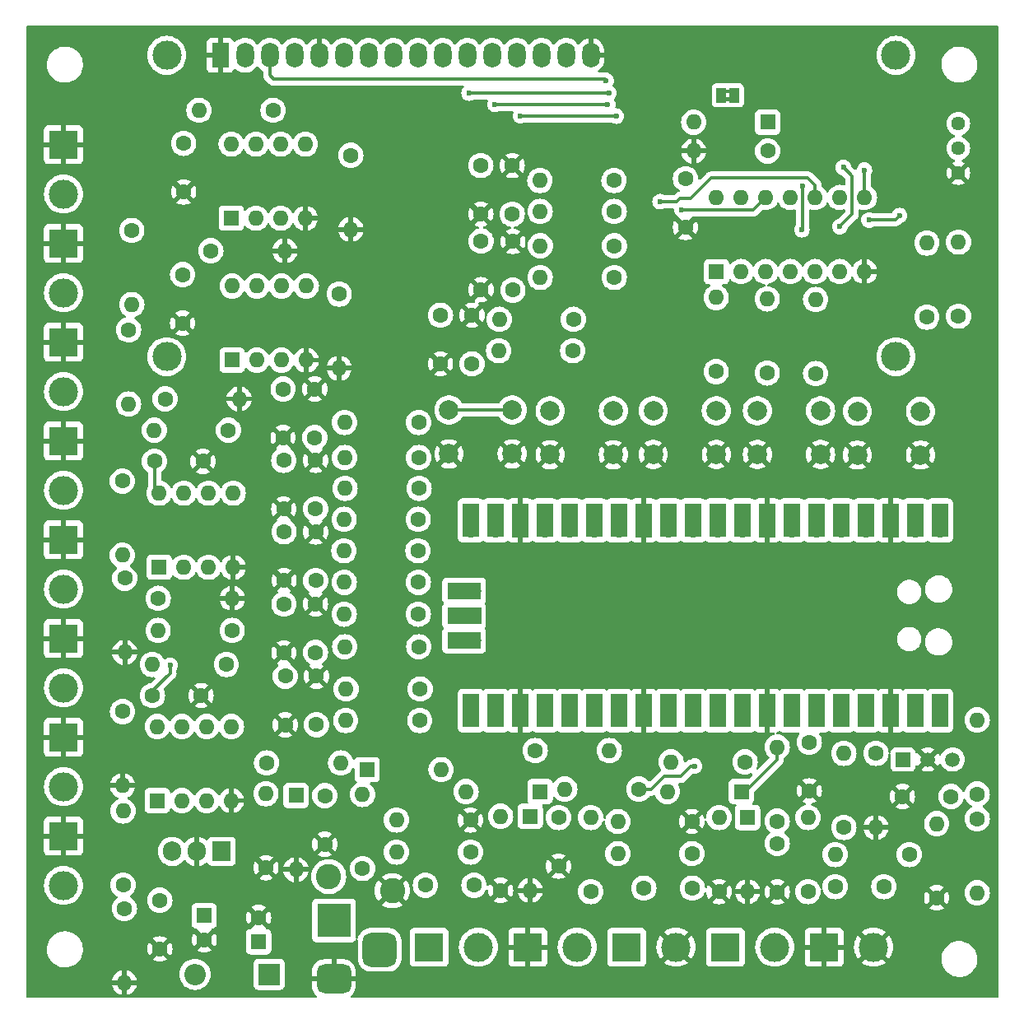
<source format=gbr>
%TF.GenerationSoftware,KiCad,Pcbnew,7.0.10*%
%TF.CreationDate,2025-01-04T09:14:23-06:00*%
%TF.ProjectId,Metermaker,4d657465-726d-4616-9b65-722e6b696361,rev?*%
%TF.SameCoordinates,Original*%
%TF.FileFunction,Copper,L1,Top*%
%TF.FilePolarity,Positive*%
%FSLAX46Y46*%
G04 Gerber Fmt 4.6, Leading zero omitted, Abs format (unit mm)*
G04 Created by KiCad (PCBNEW 7.0.10) date 2025-01-04 09:14:23*
%MOMM*%
%LPD*%
G01*
G04 APERTURE LIST*
G04 Aperture macros list*
%AMRoundRect*
0 Rectangle with rounded corners*
0 $1 Rounding radius*
0 $2 $3 $4 $5 $6 $7 $8 $9 X,Y pos of 4 corners*
0 Add a 4 corners polygon primitive as box body*
4,1,4,$2,$3,$4,$5,$6,$7,$8,$9,$2,$3,0*
0 Add four circle primitives for the rounded corners*
1,1,$1+$1,$2,$3*
1,1,$1+$1,$4,$5*
1,1,$1+$1,$6,$7*
1,1,$1+$1,$8,$9*
0 Add four rect primitives between the rounded corners*
20,1,$1+$1,$2,$3,$4,$5,0*
20,1,$1+$1,$4,$5,$6,$7,0*
20,1,$1+$1,$6,$7,$8,$9,0*
20,1,$1+$1,$8,$9,$2,$3,0*%
G04 Aperture macros list end*
%TA.AperFunction,ComponentPad*%
%ADD10O,1.800000X2.600000*%
%TD*%
%TA.AperFunction,ComponentPad*%
%ADD11R,1.800000X2.600000*%
%TD*%
%TA.AperFunction,ComponentPad*%
%ADD12C,3.000000*%
%TD*%
%TA.AperFunction,ComponentPad*%
%ADD13C,1.600000*%
%TD*%
%TA.AperFunction,ComponentPad*%
%ADD14O,1.600000X1.600000*%
%TD*%
%TA.AperFunction,ComponentPad*%
%ADD15R,1.600000X1.600000*%
%TD*%
%TA.AperFunction,ComponentPad*%
%ADD16R,3.000000X3.000000*%
%TD*%
%TA.AperFunction,ComponentPad*%
%ADD17C,2.600000*%
%TD*%
%TA.AperFunction,ComponentPad*%
%ADD18R,3.500000X3.500000*%
%TD*%
%TA.AperFunction,ComponentPad*%
%ADD19RoundRect,0.750000X1.000000X-0.750000X1.000000X0.750000X-1.000000X0.750000X-1.000000X-0.750000X0*%
%TD*%
%TA.AperFunction,ComponentPad*%
%ADD20RoundRect,0.875000X0.875000X-0.875000X0.875000X0.875000X-0.875000X0.875000X-0.875000X-0.875000X0*%
%TD*%
%TA.AperFunction,ComponentPad*%
%ADD21C,2.000000*%
%TD*%
%TA.AperFunction,ComponentPad*%
%ADD22R,1.500000X1.500000*%
%TD*%
%TA.AperFunction,ComponentPad*%
%ADD23C,1.500000*%
%TD*%
%TA.AperFunction,ComponentPad*%
%ADD24R,1.905000X2.000000*%
%TD*%
%TA.AperFunction,ComponentPad*%
%ADD25O,1.905000X2.000000*%
%TD*%
%TA.AperFunction,ComponentPad*%
%ADD26C,1.440000*%
%TD*%
%TA.AperFunction,ComponentPad*%
%ADD27O,1.700000X1.700000*%
%TD*%
%TA.AperFunction,SMDPad,CuDef*%
%ADD28R,1.700000X3.500000*%
%TD*%
%TA.AperFunction,ComponentPad*%
%ADD29R,1.700000X1.700000*%
%TD*%
%TA.AperFunction,SMDPad,CuDef*%
%ADD30R,3.500000X1.700000*%
%TD*%
%TA.AperFunction,SMDPad,CuDef*%
%ADD31R,1.000000X1.500000*%
%TD*%
%TA.AperFunction,ComponentPad*%
%ADD32R,2.200000X2.200000*%
%TD*%
%TA.AperFunction,ComponentPad*%
%ADD33O,2.200000X2.200000*%
%TD*%
%TA.AperFunction,ViaPad*%
%ADD34C,0.800000*%
%TD*%
%TA.AperFunction,ViaPad*%
%ADD35C,0.600000*%
%TD*%
%TA.AperFunction,Conductor*%
%ADD36C,0.350000*%
%TD*%
G04 APERTURE END LIST*
%TA.AperFunction,EtchedComponent*%
%TO.C,JP1*%
G36*
X122424000Y-57750000D02*
G01*
X121924000Y-57750000D01*
X121924000Y-57350000D01*
X122424000Y-57350000D01*
X122424000Y-57750000D01*
G37*
%TD.AperFunction*%
%TA.AperFunction,EtchedComponent*%
G36*
X122424000Y-56950000D02*
G01*
X121924000Y-56950000D01*
X121924000Y-56550000D01*
X122424000Y-56550000D01*
X122424000Y-56950000D01*
G37*
%TD.AperFunction*%
%TD*%
D10*
%TO.P,DS1,16,LED(-)*%
%TO.N,GND*%
X108070000Y-53040000D03*
%TO.P,DS1,15,LED(+)*%
%TO.N,+5V*%
X105530000Y-53040000D03*
%TO.P,DS1,14,D7*%
%TO.N,Net-(DS1-D7)*%
X102990000Y-53040000D03*
%TO.P,DS1,13,D6*%
%TO.N,Net-(DS1-D6)*%
X100450000Y-53040000D03*
%TO.P,DS1,12,D5*%
%TO.N,Net-(DS1-D5)*%
X97910000Y-53040000D03*
%TO.P,DS1,11,D4*%
%TO.N,Net-(DS1-D4)*%
X95370000Y-53040000D03*
%TO.P,DS1,10,D3*%
%TO.N,unconnected-(DS1-D3-Pad10)*%
X92830000Y-53040000D03*
%TO.P,DS1,9,D2*%
%TO.N,unconnected-(DS1-D2-Pad9)*%
X90290000Y-53040000D03*
%TO.P,DS1,8,D1*%
%TO.N,unconnected-(DS1-D1-Pad8)*%
X87750000Y-53040000D03*
%TO.P,DS1,7,D0*%
%TO.N,unconnected-(DS1-D0-Pad7)*%
X85210000Y-53040000D03*
%TO.P,DS1,6,E*%
%TO.N,Net-(DS1-E)*%
X82670000Y-53040000D03*
%TO.P,DS1,5,R/W*%
%TO.N,GND*%
X80130000Y-53040000D03*
%TO.P,DS1,4,RS*%
%TO.N,Net-(DS1-RS)*%
X77590000Y-53040000D03*
%TO.P,DS1,3,VO*%
%TO.N,Net-(DS1-VO)*%
X75050000Y-53040000D03*
%TO.P,DS1,2,VDD*%
%TO.N,+5V*%
X72510000Y-53040000D03*
D11*
%TO.P,DS1,1,VSS*%
%TO.N,GND*%
X69970000Y-53040000D03*
D12*
%TO.P,DS1,*%
%TO.N,*%
X139470000Y-53040000D03*
X139469480Y-84040700D03*
X64470900Y-84040700D03*
X64470900Y-53040000D03*
%TD*%
D13*
%TO.P,R59,1*%
%TO.N,Net-(D8-K)*%
X126280000Y-62890000D03*
D14*
%TO.P,R59,2*%
%TO.N,GND*%
X118660000Y-62890000D03*
%TD*%
D15*
%TO.P,D3,1,K*%
%TO.N,ADC0*%
X77760000Y-129180000D03*
D14*
%TO.P,D3,2,A*%
%TO.N,GND*%
X77760000Y-136800000D03*
%TD*%
D13*
%TO.P,R15,1*%
%TO.N,Net-(J5-Pin_1)*%
X130429000Y-139065000D03*
D14*
%TO.P,R15,2*%
%TO.N,ADC2*%
X130429000Y-131445000D03*
%TD*%
D13*
%TO.P,R25,1*%
%TO.N,D5*%
X131210000Y-85780000D03*
D14*
%TO.P,R25,2*%
%TO.N,Net-(R25-Pad2)*%
X131210000Y-78160000D03*
%TD*%
D13*
%TO.P,R22,1*%
%TO.N,RS*%
X145900000Y-79880000D03*
D14*
%TO.P,R22,2*%
%TO.N,Net-(R22-Pad2)*%
X145900000Y-72260000D03*
%TD*%
D13*
%TO.P,C13,1*%
%TO.N,+5V*%
X66200000Y-62100000D03*
%TO.P,C13,2*%
%TO.N,GND*%
X66200000Y-67100000D03*
%TD*%
%TO.P,C9,1*%
%TO.N,ADC1*%
X104775000Y-131445000D03*
%TO.P,C9,2*%
%TO.N,GND*%
X104775000Y-136445000D03*
%TD*%
%TO.P,C30,1*%
%TO.N,+5V*%
X66100000Y-75600000D03*
%TO.P,C30,2*%
%TO.N,GND*%
X66100000Y-80600000D03*
%TD*%
D16*
%TO.P,J6,1,Pin_1*%
%TO.N,GND*%
X132080000Y-144780000D03*
D12*
%TO.P,J6,2,Pin_2*%
X137160000Y-144780000D03*
%TD*%
D13*
%TO.P,R10,1*%
%TO.N,Net-(C8-Pad2)*%
X118491000Y-135151500D03*
D14*
%TO.P,R10,2*%
%TO.N,Net-(J3-Pin_2)*%
X110871000Y-135151500D03*
%TD*%
D16*
%TO.P,J14,1,Pin_1*%
%TO.N,GND*%
X53840000Y-133350000D03*
D12*
%TO.P,J14,2,Pin_2*%
%TO.N,Net-(J14-Pin_2)*%
X53840000Y-138430000D03*
%TD*%
D13*
%TO.P,C5,1*%
%TO.N,ADCVREF*%
X130556000Y-123698000D03*
%TO.P,C5,2*%
%TO.N,GND*%
X130556000Y-128698000D03*
%TD*%
%TO.P,R52,1*%
%TO.N,DAC8*%
X90530000Y-118220000D03*
D14*
%TO.P,R52,2*%
%TO.N,Net-(C27-Pad1)*%
X82910000Y-118220000D03*
%TD*%
D17*
%TO.P,J15,1,Pin_1*%
%TO.N,Net-(J15-Pin_1)*%
X81130000Y-137510000D03*
%TD*%
D18*
%TO.P,J1,1*%
%TO.N,Net-(J15-Pin_1)*%
X81660000Y-142034000D03*
D19*
%TO.P,J1,2*%
%TO.N,GND*%
X81660000Y-148034000D03*
D20*
%TO.P,J1,3*%
%TO.N,unconnected-(J1-Pad3)*%
X86360000Y-145034000D03*
%TD*%
D15*
%TO.P,D6,1,K*%
%TO.N,ADCVREF*%
X123571000Y-128778000D03*
D14*
%TO.P,D6,2,A*%
%TO.N,ADC2*%
X115951000Y-128778000D03*
%TD*%
D13*
%TO.P,R48,1*%
%TO.N,Net-(U7A--)*%
X63590000Y-108900000D03*
D14*
%TO.P,R48,2*%
%TO.N,GND*%
X71210000Y-108900000D03*
%TD*%
D17*
%TO.P,J16,1,Pin_1*%
%TO.N,GND*%
X87660000Y-138980000D03*
%TD*%
D13*
%TO.P,C11,1*%
%TO.N,ADC2*%
X127260000Y-134110000D03*
%TO.P,C11,2*%
%TO.N,GND*%
X127260000Y-139110000D03*
%TD*%
D21*
%TO.P,SW1,1,1*%
%TO.N,GND*%
X100000000Y-94040000D03*
X93500000Y-94040000D03*
%TO.P,SW1,2,2*%
%TO.N,Net-(R23-Pad2)*%
X100000000Y-89540000D03*
X93500000Y-89540000D03*
%TD*%
D13*
%TO.P,R27,1*%
%TO.N,DAC1*%
X110470000Y-65920000D03*
D14*
%TO.P,R27,2*%
%TO.N,Net-(C14-Pad1)*%
X102850000Y-65920000D03*
%TD*%
D13*
%TO.P,R7,1*%
%TO.N,Net-(J2-Pin_1)*%
X84610000Y-136690000D03*
D14*
%TO.P,R7,2*%
%TO.N,ADC0*%
X84610000Y-129070000D03*
%TD*%
D13*
%TO.P,R18,1*%
%TO.N,ADC1*%
X113030000Y-128524000D03*
D14*
%TO.P,R18,2*%
%TO.N,ADCVREF*%
X105410000Y-128524000D03*
%TD*%
D13*
%TO.P,C7,1*%
%TO.N,Net-(J2-Pin_2)*%
X91070000Y-138410000D03*
%TO.P,C7,2*%
%TO.N,Net-(C7-Pad2)*%
X96070000Y-138410000D03*
%TD*%
%TO.P,C3,1*%
%TO.N,Net-(D1-A)*%
X63754000Y-139954000D03*
%TO.P,C3,2*%
%TO.N,GND*%
X63754000Y-144954000D03*
%TD*%
%TO.P,R24,1*%
%TO.N,D6*%
X126230000Y-85720000D03*
D14*
%TO.P,R24,2*%
%TO.N,Net-(R24-Pad2)*%
X126230000Y-78100000D03*
%TD*%
D13*
%TO.P,R53,1*%
%TO.N,Net-(C26-Pad1)*%
X90390000Y-113880000D03*
D14*
%TO.P,R53,2*%
%TO.N,Net-(U8B-+)*%
X82770000Y-113880000D03*
%TD*%
D13*
%TO.P,R6,1*%
%TO.N,Net-(U3-K)*%
X127254000Y-131826000D03*
D14*
%TO.P,R6,2*%
%TO.N,ADCVREF*%
X127254000Y-124206000D03*
%TD*%
D16*
%TO.P,J2,1,Pin_1*%
%TO.N,Net-(J2-Pin_1)*%
X91440000Y-144780000D03*
D12*
%TO.P,J2,2,Pin_2*%
%TO.N,Net-(J2-Pin_2)*%
X96520000Y-144780000D03*
%TD*%
D16*
%TO.P,J9,1,Pin_1*%
%TO.N,GND*%
X53840000Y-82550000D03*
D12*
%TO.P,J9,2,Pin_2*%
%TO.N,Net-(J9-Pin_2)*%
X53840000Y-87630000D03*
%TD*%
D13*
%TO.P,R37,1*%
%TO.N,Net-(C18-Pad1)*%
X106230000Y-83430000D03*
D14*
%TO.P,R37,2*%
%TO.N,Net-(U6B-+)*%
X98610000Y-83430000D03*
%TD*%
D13*
%TO.P,R5,1*%
%TO.N,Net-(U3-K)*%
X134112000Y-132461000D03*
D14*
%TO.P,R5,2*%
%TO.N,Net-(U3-REF)*%
X134112000Y-124841000D03*
%TD*%
D22*
%TO.P,U3,1,REF*%
%TO.N,Net-(U3-REF)*%
X140208000Y-125476000D03*
D23*
%TO.P,U3,2,A*%
%TO.N,GND*%
X142748000Y-125476000D03*
%TO.P,U3,3,K*%
%TO.N,Net-(U3-K)*%
X145288000Y-125476000D03*
%TD*%
D24*
%TO.P,U2,1,VI*%
%TO.N,Net-(J15-Pin_1)*%
X70100000Y-134930000D03*
D25*
%TO.P,U2,2,GND*%
%TO.N,GND*%
X67560000Y-134930000D03*
%TO.P,U2,3,VO*%
%TO.N,Net-(D1-A)*%
X65020000Y-134930000D03*
%TD*%
D13*
%TO.P,R50,1*%
%TO.N,Net-(U7A--)*%
X71200000Y-112200000D03*
D14*
%TO.P,R50,2*%
%TO.N,Net-(J12-Pin_2)*%
X63580000Y-112200000D03*
%TD*%
D13*
%TO.P,C4,1*%
%TO.N,Net-(U3-K)*%
X145135600Y-129286000D03*
%TO.P,C4,2*%
%TO.N,GND*%
X140135600Y-129286000D03*
%TD*%
D16*
%TO.P,J5,1,Pin_1*%
%TO.N,Net-(J5-Pin_1)*%
X121920000Y-144780000D03*
D12*
%TO.P,J5,2,Pin_2*%
%TO.N,Net-(J5-Pin_2)*%
X127000000Y-144780000D03*
%TD*%
D13*
%TO.P,R36,1*%
%TO.N,DAC4*%
X90380000Y-90810000D03*
D14*
%TO.P,R36,2*%
%TO.N,Net-(C19-Pad1)*%
X82760000Y-90810000D03*
%TD*%
D15*
%TO.P,D2,1,K*%
%TO.N,ADCVREF*%
X85070000Y-126520000D03*
D14*
%TO.P,D2,2,A*%
%TO.N,ADC0*%
X92690000Y-126520000D03*
%TD*%
D13*
%TO.P,R19,1*%
%TO.N,GND*%
X98806000Y-138938000D03*
D14*
%TO.P,R19,2*%
%TO.N,ADC1*%
X98806000Y-131318000D03*
%TD*%
D13*
%TO.P,C27,1*%
%TO.N,Net-(C27-Pad1)*%
X76660000Y-116910000D03*
%TO.P,C27,2*%
%TO.N,GND*%
X76660000Y-121910000D03*
%TD*%
%TO.P,R33,1*%
%TO.N,Net-(U5B--)*%
X83400000Y-63330000D03*
D14*
%TO.P,R33,2*%
%TO.N,GND*%
X83400000Y-70950000D03*
%TD*%
D13*
%TO.P,R39,1*%
%TO.N,Net-(U6B--)*%
X82200000Y-77600000D03*
D14*
%TO.P,R39,2*%
%TO.N,GND*%
X82200000Y-85220000D03*
%TD*%
D15*
%TO.P,U6,1*%
%TO.N,Net-(U6A--)*%
X71200000Y-84400000D03*
D14*
%TO.P,U6,2,-*%
X73740000Y-84400000D03*
%TO.P,U6,3,+*%
%TO.N,Net-(U6A-+)*%
X76280000Y-84400000D03*
%TO.P,U6,4,V-*%
%TO.N,GND*%
X78820000Y-84400000D03*
%TO.P,U6,5,+*%
%TO.N,Net-(U6B-+)*%
X78820000Y-76780000D03*
%TO.P,U6,6,-*%
%TO.N,Net-(U6B--)*%
X76280000Y-76780000D03*
%TO.P,U6,7*%
X73740000Y-76780000D03*
%TO.P,U6,8,V+*%
%TO.N,+5V*%
X71200000Y-76780000D03*
%TD*%
D13*
%TO.P,R32,1*%
%TO.N,Net-(U5A--)*%
X60870000Y-71060000D03*
D14*
%TO.P,R32,2*%
%TO.N,Net-(J8-Pin_2)*%
X60870000Y-78680000D03*
%TD*%
D13*
%TO.P,C6,1*%
%TO.N,ADC0*%
X80730000Y-129190000D03*
%TO.P,C6,2*%
%TO.N,GND*%
X80730000Y-134190000D03*
%TD*%
D15*
%TO.P,U5,1*%
%TO.N,Net-(U5A--)*%
X71100000Y-69800000D03*
D14*
%TO.P,U5,2,-*%
X73640000Y-69800000D03*
%TO.P,U5,3,+*%
%TO.N,Net-(U5A-+)*%
X76180000Y-69800000D03*
%TO.P,U5,4,V-*%
%TO.N,GND*%
X78720000Y-69800000D03*
%TO.P,U5,5,+*%
%TO.N,Net-(U5B-+)*%
X78720000Y-62180000D03*
%TO.P,U5,6,-*%
%TO.N,Net-(U5B--)*%
X76180000Y-62180000D03*
%TO.P,U5,7*%
X73640000Y-62180000D03*
%TO.P,U5,8,V+*%
%TO.N,+5V*%
X71100000Y-62180000D03*
%TD*%
D13*
%TO.P,C15,1*%
%TO.N,Net-(U5B-+)*%
X100000000Y-69380000D03*
%TO.P,C15,2*%
%TO.N,GND*%
X100000000Y-64380000D03*
%TD*%
%TO.P,R17,1*%
%TO.N,ADC0*%
X74740000Y-125830000D03*
D14*
%TO.P,R17,2*%
%TO.N,ADCVREF*%
X82360000Y-125830000D03*
%TD*%
D13*
%TO.P,R2,1*%
%TO.N,+5V*%
X147828000Y-129032000D03*
D14*
%TO.P,R2,2*%
%TO.N,Net-(U1-RUN)*%
X147828000Y-121412000D03*
%TD*%
D16*
%TO.P,J10,1,Pin_1*%
%TO.N,GND*%
X53840000Y-92710000D03*
D12*
%TO.P,J10,2,Pin_2*%
%TO.N,Net-(J10-Pin_2)*%
X53840000Y-97790000D03*
%TD*%
D13*
%TO.P,R13,1*%
%TO.N,Net-(C10-Pad2)*%
X140843000Y-135255000D03*
D14*
%TO.P,R13,2*%
%TO.N,Net-(J5-Pin_1)*%
X133223000Y-135255000D03*
%TD*%
D16*
%TO.P,J11,1,Pin_1*%
%TO.N,GND*%
X53840000Y-102870000D03*
D12*
%TO.P,J11,2,Pin_2*%
%TO.N,Net-(J11-Pin_2)*%
X53840000Y-107950000D03*
%TD*%
D13*
%TO.P,R43,1*%
%TO.N,DAC5*%
X90430000Y-97590000D03*
D14*
%TO.P,R43,2*%
%TO.N,Net-(C22-Pad1)*%
X82810000Y-97590000D03*
%TD*%
D13*
%TO.P,R12,1*%
%TO.N,Net-(J3-Pin_2)*%
X108077000Y-139065000D03*
D14*
%TO.P,R12,2*%
%TO.N,ADC1*%
X108077000Y-131445000D03*
%TD*%
D13*
%TO.P,R35,1*%
%TO.N,DAC3*%
X106300000Y-80200000D03*
D14*
%TO.P,R35,2*%
%TO.N,Net-(C18-Pad1)*%
X98680000Y-80200000D03*
%TD*%
D15*
%TO.P,U4,1*%
%TO.N,Net-(R23-Pad2)*%
X120995000Y-75290000D03*
D14*
%TO.P,U4,2*%
%TO.N,Net-(DS1-D7)*%
X123535000Y-75290000D03*
%TO.P,U4,3*%
%TO.N,Net-(R24-Pad2)*%
X126075000Y-75290000D03*
%TO.P,U4,4*%
%TO.N,Net-(DS1-D6)*%
X128615000Y-75290000D03*
%TO.P,U4,5*%
%TO.N,Net-(R25-Pad2)*%
X131155000Y-75290000D03*
%TO.P,U4,6*%
%TO.N,Net-(DS1-D5)*%
X133695000Y-75290000D03*
%TO.P,U4,7,GND*%
%TO.N,GND*%
X136235000Y-75290000D03*
%TO.P,U4,8*%
%TO.N,Net-(DS1-D4)*%
X136235000Y-67670000D03*
%TO.P,U4,9*%
%TO.N,Net-(R26-Pad2)*%
X133695000Y-67670000D03*
%TO.P,U4,10*%
%TO.N,Net-(DS1-RS)*%
X131155000Y-67670000D03*
%TO.P,U4,11*%
%TO.N,Net-(R22-Pad2)*%
X128615000Y-67670000D03*
%TO.P,U4,12*%
%TO.N,Net-(DS1-E)*%
X126075000Y-67670000D03*
%TO.P,U4,13*%
%TO.N,ED*%
X123535000Y-67670000D03*
%TO.P,U4,14,VCC*%
%TO.N,Net-(D8-K)*%
X120995000Y-67670000D03*
%TD*%
D13*
%TO.P,R4,1*%
%TO.N,Net-(U3-REF)*%
X137414000Y-124841000D03*
D14*
%TO.P,R4,2*%
%TO.N,GND*%
X137414000Y-132461000D03*
%TD*%
D13*
%TO.P,R31,1*%
%TO.N,Net-(C16-Pad1)*%
X110500000Y-75900000D03*
D14*
%TO.P,R31,2*%
%TO.N,Net-(U5A-+)*%
X102880000Y-75900000D03*
%TD*%
D13*
%TO.P,R41,1*%
%TO.N,Net-(U6B--)*%
X60550000Y-81290000D03*
D14*
%TO.P,R41,2*%
%TO.N,Net-(J9-Pin_2)*%
X60550000Y-88910000D03*
%TD*%
D26*
%TO.P,RV1,1,1*%
%TO.N,GND*%
X145880000Y-65150000D03*
%TO.P,RV1,2,2*%
%TO.N,Net-(DS1-VO)*%
X145880000Y-62610000D03*
%TO.P,RV1,3,3*%
%TO.N,+5V*%
X145880000Y-60070000D03*
%TD*%
D13*
%TO.P,R51,1*%
%TO.N,DAC7*%
X90340000Y-110530000D03*
D14*
%TO.P,R51,2*%
%TO.N,Net-(C26-Pad1)*%
X82720000Y-110530000D03*
%TD*%
D16*
%TO.P,J7,1,Pin_1*%
%TO.N,GND*%
X53840000Y-62230000D03*
D12*
%TO.P,J7,2,Pin_2*%
%TO.N,Net-(J7-Pin_2)*%
X53840000Y-67310000D03*
%TD*%
D13*
%TO.P,R47,1*%
%TO.N,Net-(U7B--)*%
X60150000Y-106830000D03*
D14*
%TO.P,R47,2*%
%TO.N,GND*%
X60150000Y-114450000D03*
%TD*%
D13*
%TO.P,R40,1*%
%TO.N,Net-(U6A--)*%
X64300000Y-88380000D03*
D14*
%TO.P,R40,2*%
%TO.N,GND*%
X71920000Y-88380000D03*
%TD*%
D15*
%TO.P,U7,1*%
%TO.N,Net-(U7A--)*%
X63680000Y-105700000D03*
D14*
%TO.P,U7,2,-*%
X66220000Y-105700000D03*
%TO.P,U7,3,+*%
%TO.N,Net-(U7A-+)*%
X68760000Y-105700000D03*
%TO.P,U7,4,V-*%
%TO.N,GND*%
X71300000Y-105700000D03*
%TO.P,U7,5,+*%
%TO.N,Net-(U7B-+)*%
X71300000Y-98080000D03*
%TO.P,U7,6,-*%
%TO.N,Net-(U7B--)*%
X68760000Y-98080000D03*
%TO.P,U7,7*%
X66220000Y-98080000D03*
%TO.P,U7,8,V+*%
%TO.N,+5V*%
X63680000Y-98080000D03*
%TD*%
D16*
%TO.P,J3,1,Pin_1*%
%TO.N,GND*%
X101600000Y-144780000D03*
D12*
%TO.P,J3,2,Pin_2*%
%TO.N,Net-(J3-Pin_2)*%
X106680000Y-144780000D03*
%TD*%
D27*
%TO.P,U1,1,GPIO0*%
%TO.N,unconnected-(U1-GPIO0-Pad1)*%
X143990000Y-101770000D03*
D28*
X143990000Y-100870000D03*
D27*
%TO.P,U1,2,GPIO1*%
%TO.N,unconnected-(U1-GPIO1-Pad2)*%
X141450000Y-101770000D03*
D28*
X141450000Y-100870000D03*
D29*
%TO.P,U1,3,GND*%
%TO.N,GND*%
X138910000Y-101770000D03*
D28*
X138910000Y-100870000D03*
D27*
%TO.P,U1,4,GPIO2*%
%TO.N,ED*%
X136370000Y-101770000D03*
D28*
X136370000Y-100870000D03*
D27*
%TO.P,U1,5,GPIO3*%
%TO.N,RS*%
X133830000Y-101770000D03*
D28*
X133830000Y-100870000D03*
D27*
%TO.P,U1,6,GPIO4*%
%TO.N,D4*%
X131290000Y-101770000D03*
D28*
X131290000Y-100870000D03*
D27*
%TO.P,U1,7,GPIO5*%
%TO.N,D5*%
X128750000Y-101770000D03*
D28*
X128750000Y-100870000D03*
D29*
%TO.P,U1,8,GND*%
%TO.N,GND*%
X126210000Y-101770000D03*
D28*
X126210000Y-100870000D03*
D27*
%TO.P,U1,9,GPIO6*%
%TO.N,D6*%
X123670000Y-101770000D03*
D28*
X123670000Y-100870000D03*
D27*
%TO.P,U1,10,GPIO7*%
%TO.N,D7*%
X121130000Y-101770000D03*
D28*
X121130000Y-100870000D03*
D27*
%TO.P,U1,11,GPIO8*%
%TO.N,DAC1*%
X118590000Y-101770000D03*
D28*
X118590000Y-100870000D03*
D27*
%TO.P,U1,12,GPIO9*%
%TO.N,DAC2*%
X116050000Y-101770000D03*
D28*
X116050000Y-100870000D03*
D29*
%TO.P,U1,13,GND*%
%TO.N,GND*%
X113510000Y-101770000D03*
D28*
X113510000Y-100870000D03*
D27*
%TO.P,U1,14,GPIO10*%
%TO.N,DAC3*%
X110970000Y-101770000D03*
D28*
X110970000Y-100870000D03*
D27*
%TO.P,U1,15,GPIO11*%
%TO.N,DAC4*%
X108430000Y-101770000D03*
D28*
X108430000Y-100870000D03*
D27*
%TO.P,U1,16,GPIO12*%
%TO.N,DAC5*%
X105890000Y-101770000D03*
D28*
X105890000Y-100870000D03*
D27*
%TO.P,U1,17,GPIO13*%
%TO.N,DAC6*%
X103350000Y-101770000D03*
D28*
X103350000Y-100870000D03*
D29*
%TO.P,U1,18,GND*%
%TO.N,GND*%
X100810000Y-101770000D03*
D28*
X100810000Y-100870000D03*
D27*
%TO.P,U1,19,GPIO14*%
%TO.N,DAC7*%
X98270000Y-101770000D03*
D28*
X98270000Y-100870000D03*
D27*
%TO.P,U1,20,GPIO15*%
%TO.N,DAC8*%
X95730000Y-101770000D03*
D28*
X95730000Y-100870000D03*
D27*
%TO.P,U1,21,GPIO16*%
%TO.N,unconnected-(U1-GPIO16-Pad21)*%
X95730000Y-119550000D03*
D28*
X95730000Y-120450000D03*
D27*
%TO.P,U1,22,GPIO17*%
%TO.N,unconnected-(U1-GPIO17-Pad22)*%
X98270000Y-119550000D03*
D28*
X98270000Y-120450000D03*
D29*
%TO.P,U1,23,GND*%
%TO.N,GND*%
X100810000Y-119550000D03*
D28*
X100810000Y-120450000D03*
D27*
%TO.P,U1,24,GPIO18*%
%TO.N,unconnected-(U1-GPIO18-Pad24)*%
X103350000Y-119550000D03*
D28*
X103350000Y-120450000D03*
D27*
%TO.P,U1,25,GPIO19*%
%TO.N,unconnected-(U1-GPIO19-Pad25)*%
X105890000Y-119550000D03*
D28*
X105890000Y-120450000D03*
D27*
%TO.P,U1,26,GPIO20*%
%TO.N,unconnected-(U1-GPIO20-Pad26)*%
X108430000Y-119550000D03*
D28*
X108430000Y-120450000D03*
D27*
%TO.P,U1,27,GPIO21*%
%TO.N,unconnected-(U1-GPIO21-Pad27)*%
X110970000Y-119550000D03*
D28*
X110970000Y-120450000D03*
D29*
%TO.P,U1,28,GND*%
%TO.N,GND*%
X113510000Y-119550000D03*
D28*
X113510000Y-120450000D03*
D27*
%TO.P,U1,29,GPIO22*%
%TO.N,unconnected-(U1-GPIO22-Pad29)*%
X116050000Y-119550000D03*
D28*
X116050000Y-120450000D03*
D27*
%TO.P,U1,30,RUN*%
%TO.N,Net-(U1-RUN)*%
X118590000Y-119550000D03*
D28*
X118590000Y-120450000D03*
D27*
%TO.P,U1,31,GPIO26_ADC0*%
%TO.N,ADC0*%
X121130000Y-119550000D03*
D28*
X121130000Y-120450000D03*
D27*
%TO.P,U1,32,GPIO27_ADC1*%
%TO.N,ADC1*%
X123670000Y-119550000D03*
D28*
X123670000Y-120450000D03*
D29*
%TO.P,U1,33,AGND*%
%TO.N,GND*%
X126210000Y-119550000D03*
D28*
X126210000Y-120450000D03*
D27*
%TO.P,U1,34,GPIO28_ADC2*%
%TO.N,ADC2*%
X128750000Y-119550000D03*
D28*
X128750000Y-120450000D03*
D27*
%TO.P,U1,35,ADC_VREF*%
%TO.N,ADCVREF*%
X131290000Y-119550000D03*
D28*
X131290000Y-120450000D03*
D27*
%TO.P,U1,36,3V3*%
%TO.N,unconnected-(U1-3V3-Pad36)*%
X133830000Y-119550000D03*
D28*
X133830000Y-120450000D03*
D27*
%TO.P,U1,37,3V3_EN*%
%TO.N,Net-(U1-3V3_EN)*%
X136370000Y-119550000D03*
D28*
X136370000Y-120450000D03*
D29*
%TO.P,U1,38,GND*%
%TO.N,GND*%
X138910000Y-119550000D03*
D28*
X138910000Y-120450000D03*
D27*
%TO.P,U1,39,VSYS*%
%TO.N,unconnected-(U1-VSYS-Pad39)*%
X141450000Y-119550000D03*
D28*
X141450000Y-120450000D03*
D27*
%TO.P,U1,40,VBUS*%
%TO.N,+5V*%
X143990000Y-119550000D03*
D28*
X143990000Y-120450000D03*
D27*
%TO.P,U1,41,SWCLK*%
%TO.N,unconnected-(U1-SWCLK-Pad41)*%
X95960000Y-108120000D03*
D30*
X95060000Y-108120000D03*
D29*
%TO.P,U1,42,GND*%
%TO.N,unconnected-(U1-GND-Pad42)*%
X95960000Y-110660000D03*
D30*
X95060000Y-110660000D03*
D27*
%TO.P,U1,43,SWDIO*%
%TO.N,unconnected-(U1-SWDIO-Pad43)*%
X95960000Y-113200000D03*
D30*
X95060000Y-113200000D03*
%TD*%
D13*
%TO.P,R45,1*%
%TO.N,Net-(C22-Pad1)*%
X90330000Y-100770000D03*
D14*
%TO.P,R45,2*%
%TO.N,Net-(U7B-+)*%
X82710000Y-100770000D03*
%TD*%
D13*
%TO.P,R16,1*%
%TO.N,GND*%
X74670000Y-136610000D03*
D14*
%TO.P,R16,2*%
%TO.N,ADC0*%
X74670000Y-128990000D03*
%TD*%
D16*
%TO.P,J4,1,Pin_1*%
%TO.N,Net-(J4-Pin_1)*%
X111760000Y-144780000D03*
D12*
%TO.P,J4,2,Pin_2*%
%TO.N,GND*%
X116840000Y-144780000D03*
%TD*%
D13*
%TO.P,R55,1*%
%TO.N,Net-(U8B--)*%
X59920000Y-120540000D03*
D14*
%TO.P,R55,2*%
%TO.N,GND*%
X59920000Y-128160000D03*
%TD*%
D15*
%TO.P,D7,1,K*%
%TO.N,ADC2*%
X124206000Y-131445000D03*
D14*
%TO.P,D7,2,A*%
%TO.N,GND*%
X124206000Y-139065000D03*
%TD*%
%TO.P,D8,2,A*%
%TO.N,+5V*%
X118670000Y-59930000D03*
D15*
%TO.P,D8,1,K*%
%TO.N,Net-(D8-K)*%
X126290000Y-59930000D03*
%TD*%
D13*
%TO.P,R21,1*%
%TO.N,GND*%
X121285000Y-139065000D03*
D14*
%TO.P,R21,2*%
%TO.N,ADC2*%
X121285000Y-131445000D03*
%TD*%
D13*
%TO.P,R11,1*%
%TO.N,GND*%
X118491000Y-131849500D03*
D14*
%TO.P,R11,2*%
%TO.N,Net-(J3-Pin_2)*%
X110871000Y-131849500D03*
%TD*%
D16*
%TO.P,J13,1,Pin_1*%
%TO.N,GND*%
X53840000Y-123190000D03*
D12*
%TO.P,J13,2,Pin_2*%
%TO.N,Net-(J13-Pin_2)*%
X53840000Y-128270000D03*
%TD*%
D31*
%TO.P,JP1,2,B*%
%TO.N,Net-(D8-K)*%
X122824000Y-57150000D03*
%TO.P,JP1,1,A*%
%TO.N,+5V*%
X121524000Y-57150000D03*
%TD*%
D13*
%TO.P,C18,1*%
%TO.N,Net-(C18-Pad1)*%
X92620000Y-79780000D03*
%TO.P,C18,2*%
%TO.N,GND*%
X92620000Y-84780000D03*
%TD*%
%TO.P,R1,1*%
%TO.N,+5V*%
X102370000Y-124550000D03*
D14*
%TO.P,R1,2*%
%TO.N,Net-(U1-3V3_EN)*%
X109990000Y-124550000D03*
%TD*%
D15*
%TO.P,C1,1*%
%TO.N,Net-(J15-Pin_1)*%
X68320000Y-141530000D03*
D13*
%TO.P,C1,2*%
%TO.N,GND*%
X68320000Y-144030000D03*
%TD*%
%TO.P,C29,1*%
%TO.N,Net-(U8A-+)*%
X79860000Y-121900000D03*
%TO.P,C29,2*%
%TO.N,GND*%
X79860000Y-116900000D03*
%TD*%
%TO.P,R54,1*%
%TO.N,Net-(C27-Pad1)*%
X90490000Y-121460000D03*
D14*
%TO.P,R54,2*%
%TO.N,Net-(U8A-+)*%
X82870000Y-121460000D03*
%TD*%
D13*
%TO.P,C14,1*%
%TO.N,Net-(C14-Pad1)*%
X96770000Y-64380000D03*
%TO.P,C14,2*%
%TO.N,GND*%
X96770000Y-69380000D03*
%TD*%
%TO.P,R28,1*%
%TO.N,Net-(C14-Pad1)*%
X110490000Y-69100000D03*
D14*
%TO.P,R28,2*%
%TO.N,Net-(U5B-+)*%
X102870000Y-69100000D03*
%TD*%
D13*
%TO.P,C23,1*%
%TO.N,Net-(C23-Pad1)*%
X76530000Y-102060000D03*
%TO.P,C23,2*%
%TO.N,GND*%
X76530000Y-107060000D03*
%TD*%
D15*
%TO.P,C2,1*%
%TO.N,+5V*%
X73914000Y-144230000D03*
D13*
%TO.P,C2,2*%
%TO.N,GND*%
X73914000Y-141730000D03*
%TD*%
%TO.P,C20,1*%
%TO.N,Net-(U6B-+)*%
X95860000Y-84780000D03*
%TO.P,C20,2*%
%TO.N,GND*%
X95860000Y-79780000D03*
%TD*%
%TO.P,C22,1*%
%TO.N,Net-(C22-Pad1)*%
X76500000Y-94710000D03*
%TO.P,C22,2*%
%TO.N,GND*%
X76500000Y-99710000D03*
%TD*%
%TO.P,C19,1*%
%TO.N,Net-(C19-Pad1)*%
X76440000Y-87370000D03*
%TO.P,C19,2*%
%TO.N,GND*%
X76440000Y-92370000D03*
%TD*%
D32*
%TO.P,D1,1,K*%
%TO.N,+5V*%
X74990000Y-147570000D03*
D33*
%TO.P,D1,2,A*%
%TO.N,Net-(D1-A)*%
X67370000Y-147570000D03*
%TD*%
D16*
%TO.P,J8,1,Pin_1*%
%TO.N,GND*%
X53840000Y-72390000D03*
D12*
%TO.P,J8,2,Pin_2*%
%TO.N,Net-(J8-Pin_2)*%
X53840000Y-77470000D03*
%TD*%
D13*
%TO.P,C28,1*%
%TO.N,Net-(U8B-+)*%
X79770000Y-114470000D03*
%TO.P,C28,2*%
%TO.N,GND*%
X79770000Y-109470000D03*
%TD*%
%TO.P,R34,1*%
%TO.N,Net-(U5A--)*%
X69000000Y-73150000D03*
D14*
%TO.P,R34,2*%
%TO.N,GND*%
X76620000Y-73150000D03*
%TD*%
D13*
%TO.P,R3,1*%
%TO.N,+5V*%
X147828000Y-131572000D03*
D14*
%TO.P,R3,2*%
%TO.N,Net-(U3-K)*%
X147828000Y-139192000D03*
%TD*%
D13*
%TO.P,C21,1*%
%TO.N,Net-(U6A-+)*%
X79690000Y-92370000D03*
%TO.P,C21,2*%
%TO.N,GND*%
X79690000Y-87370000D03*
%TD*%
%TO.P,C12,1*%
%TO.N,Net-(D8-K)*%
X117830000Y-65740000D03*
%TO.P,C12,2*%
%TO.N,GND*%
X117830000Y-70740000D03*
%TD*%
%TO.P,C10,1*%
%TO.N,Net-(J5-Pin_2)*%
X133223000Y-138557000D03*
%TO.P,C10,2*%
%TO.N,Net-(C10-Pad2)*%
X138223000Y-138557000D03*
%TD*%
D21*
%TO.P,SW5,1,1*%
%TO.N,GND*%
X131720000Y-94100000D03*
X125220000Y-94100000D03*
%TO.P,SW5,2,2*%
%TO.N,Net-(R26-Pad2)*%
X131720000Y-89600000D03*
X125220000Y-89600000D03*
%TD*%
D13*
%TO.P,R26,1*%
%TO.N,D4*%
X142650000Y-79970000D03*
D14*
%TO.P,R26,2*%
%TO.N,Net-(R26-Pad2)*%
X142650000Y-72350000D03*
%TD*%
D13*
%TO.P,R20,1*%
%TO.N,ADC2*%
X123952000Y-125730000D03*
D14*
%TO.P,R20,2*%
%TO.N,ADCVREF*%
X116332000Y-125730000D03*
%TD*%
D13*
%TO.P,R30,1*%
%TO.N,DAC2*%
X110510000Y-72640000D03*
D14*
%TO.P,R30,2*%
%TO.N,Net-(C16-Pad1)*%
X102890000Y-72640000D03*
%TD*%
D15*
%TO.P,U8,1*%
%TO.N,Net-(U8A--)*%
X63500000Y-129700000D03*
D14*
%TO.P,U8,2,-*%
X66040000Y-129700000D03*
%TO.P,U8,3,+*%
%TO.N,Net-(U8A-+)*%
X68580000Y-129700000D03*
%TO.P,U8,4,V-*%
%TO.N,GND*%
X71120000Y-129700000D03*
%TO.P,U8,5,+*%
%TO.N,Net-(U8B-+)*%
X71120000Y-122080000D03*
%TO.P,U8,6,-*%
%TO.N,Net-(U8B--)*%
X68580000Y-122080000D03*
%TO.P,U8,7*%
X66040000Y-122080000D03*
%TO.P,U8,8,V+*%
%TO.N,+5V*%
X63500000Y-122080000D03*
%TD*%
D13*
%TO.P,R38,1*%
%TO.N,Net-(C19-Pad1)*%
X90380000Y-94420000D03*
D14*
%TO.P,R38,2*%
%TO.N,Net-(U6A-+)*%
X82760000Y-94420000D03*
%TD*%
D13*
%TO.P,C32,1*%
%TO.N,+5V*%
X63000000Y-118900000D03*
%TO.P,C32,2*%
%TO.N,GND*%
X68000000Y-118900000D03*
%TD*%
%TO.P,C16,1*%
%TO.N,Net-(C16-Pad1)*%
X96800000Y-72150000D03*
%TO.P,C16,2*%
%TO.N,GND*%
X96800000Y-77150000D03*
%TD*%
%TO.P,R56,1*%
%TO.N,Net-(U8A--)*%
X60110000Y-140800000D03*
D14*
%TO.P,R56,2*%
%TO.N,GND*%
X60110000Y-148420000D03*
%TD*%
D13*
%TO.P,R46,1*%
%TO.N,Net-(C23-Pad1)*%
X90350000Y-107250000D03*
D14*
%TO.P,R46,2*%
%TO.N,Net-(U7A-+)*%
X82730000Y-107250000D03*
%TD*%
D13*
%TO.P,R23,1*%
%TO.N,D7*%
X120980000Y-85570000D03*
D14*
%TO.P,R23,2*%
%TO.N,Net-(R23-Pad2)*%
X120980000Y-77950000D03*
%TD*%
D13*
%TO.P,R58,1*%
%TO.N,Net-(U8A--)*%
X59980000Y-138390000D03*
D14*
%TO.P,R58,2*%
%TO.N,Net-(J14-Pin_2)*%
X59980000Y-130770000D03*
%TD*%
D13*
%TO.P,C26,1*%
%TO.N,Net-(C26-Pad1)*%
X76520000Y-109500000D03*
%TO.P,C26,2*%
%TO.N,GND*%
X76520000Y-114500000D03*
%TD*%
%TO.P,C25,1*%
%TO.N,Net-(U7A-+)*%
X79790000Y-107070000D03*
%TO.P,C25,2*%
%TO.N,GND*%
X79790000Y-102070000D03*
%TD*%
%TO.P,C31,1*%
%TO.N,+5V*%
X63200000Y-94800000D03*
%TO.P,C31,2*%
%TO.N,GND*%
X68200000Y-94800000D03*
%TD*%
%TO.P,R57,1*%
%TO.N,Net-(U8B--)*%
X70600000Y-115700000D03*
D14*
%TO.P,R57,2*%
%TO.N,Net-(J13-Pin_2)*%
X62980000Y-115700000D03*
%TD*%
D21*
%TO.P,SW4,1,1*%
%TO.N,GND*%
X121000000Y-94100000D03*
X114500000Y-94100000D03*
%TO.P,SW4,2,2*%
%TO.N,Net-(R25-Pad2)*%
X121000000Y-89600000D03*
X114500000Y-89600000D03*
%TD*%
D13*
%TO.P,R29,1*%
%TO.N,Net-(U5B--)*%
X75400000Y-58700000D03*
D14*
%TO.P,R29,2*%
%TO.N,Net-(J7-Pin_2)*%
X67780000Y-58700000D03*
%TD*%
D15*
%TO.P,D5,1,K*%
%TO.N,ADC1*%
X101854000Y-131318000D03*
D14*
%TO.P,D5,2,A*%
%TO.N,GND*%
X101854000Y-138938000D03*
%TD*%
D13*
%TO.P,R49,1*%
%TO.N,Net-(U7B--)*%
X59900000Y-96840000D03*
D14*
%TO.P,R49,2*%
%TO.N,Net-(J11-Pin_2)*%
X59900000Y-104460000D03*
%TD*%
D13*
%TO.P,R9,1*%
%TO.N,Net-(C7-Pad2)*%
X95711000Y-135001000D03*
D14*
%TO.P,R9,2*%
%TO.N,Net-(J2-Pin_1)*%
X88091000Y-135001000D03*
%TD*%
D13*
%TO.P,R42,1*%
%TO.N,Net-(U6A--)*%
X70810000Y-91600000D03*
D14*
%TO.P,R42,2*%
%TO.N,Net-(J10-Pin_2)*%
X63190000Y-91600000D03*
%TD*%
D21*
%TO.P,SW2,1,1*%
%TO.N,GND*%
X142000000Y-94160000D03*
X135500000Y-94160000D03*
%TO.P,SW2,2,2*%
%TO.N,Net-(R22-Pad2)*%
X142000000Y-89660000D03*
X135500000Y-89660000D03*
%TD*%
%TO.P,SW3,1,1*%
%TO.N,GND*%
X110400000Y-94120000D03*
X103900000Y-94120000D03*
%TO.P,SW3,2,2*%
%TO.N,Net-(R24-Pad2)*%
X110400000Y-89620000D03*
X103900000Y-89620000D03*
%TD*%
D16*
%TO.P,J12,1,Pin_1*%
%TO.N,GND*%
X53840000Y-113030000D03*
D12*
%TO.P,J12,2,Pin_2*%
%TO.N,Net-(J12-Pin_2)*%
X53840000Y-118110000D03*
%TD*%
D13*
%TO.P,R14,1*%
%TO.N,GND*%
X143662400Y-139700000D03*
D14*
%TO.P,R14,2*%
%TO.N,Net-(J5-Pin_1)*%
X143662400Y-132080000D03*
%TD*%
D13*
%TO.P,C17,1*%
%TO.N,Net-(U5A-+)*%
X100070000Y-77190000D03*
%TO.P,C17,2*%
%TO.N,GND*%
X100070000Y-72190000D03*
%TD*%
%TO.P,C8,1*%
%TO.N,Net-(J4-Pin_1)*%
X113538000Y-138707500D03*
%TO.P,C8,2*%
%TO.N,Net-(C8-Pad2)*%
X118538000Y-138707500D03*
%TD*%
%TO.P,C24,1*%
%TO.N,Net-(U7B-+)*%
X79780000Y-99700000D03*
%TO.P,C24,2*%
%TO.N,GND*%
X79780000Y-94700000D03*
%TD*%
D15*
%TO.P,D4,1,K*%
%TO.N,ADCVREF*%
X102870000Y-128778000D03*
D14*
%TO.P,D4,2,A*%
%TO.N,ADC1*%
X95250000Y-128778000D03*
%TD*%
D13*
%TO.P,R44,1*%
%TO.N,DAC6*%
X90310000Y-104010000D03*
D14*
%TO.P,R44,2*%
%TO.N,Net-(C23-Pad1)*%
X82690000Y-104010000D03*
%TD*%
D13*
%TO.P,R8,1*%
%TO.N,GND*%
X95711000Y-131699000D03*
D14*
%TO.P,R8,2*%
%TO.N,Net-(J2-Pin_1)*%
X88091000Y-131699000D03*
%TD*%
D34*
%TO.N,Net-(D8-K)*%
X122824000Y-57150000D03*
%TO.N,+5V*%
X121524000Y-57150000D03*
D35*
%TO.N,GND*%
X80180000Y-56900000D03*
%TO.N,+5V*%
X64800000Y-115800000D03*
%TO.N,ADC1*%
X118760000Y-126160000D03*
%TO.N,Net-(DS1-D6)*%
X110700000Y-59300000D03*
X100840000Y-59290000D03*
X129790000Y-70990000D03*
X129860000Y-66460000D03*
%TO.N,Net-(DS1-D5)*%
X133690000Y-70665000D03*
X109820000Y-58100000D03*
X98240000Y-58100000D03*
X134060000Y-64580000D03*
%TO.N,Net-(DS1-D4)*%
X136235000Y-64860000D03*
X109950000Y-56940000D03*
X95570000Y-56940000D03*
%TO.N,Net-(DS1-E)*%
X117460000Y-68930000D03*
%TO.N,Net-(DS1-RS)*%
X115200000Y-68100000D03*
%TO.N,ED*%
X136700000Y-69990000D03*
X139840000Y-69530000D03*
%TO.N,Net-(DS1-VO)*%
X109650000Y-55630000D03*
%TD*%
D36*
%TO.N,+5V*%
X63200000Y-94800000D02*
X63200000Y-97600000D01*
X63200000Y-97600000D02*
X63680000Y-98080000D01*
X63000000Y-118400000D02*
X64800000Y-116600000D01*
X64800000Y-116600000D02*
X64800000Y-115800000D01*
X63000000Y-118900000D02*
X63000000Y-118400000D01*
%TO.N,ADCVREF*%
X127254000Y-124206000D02*
X127254000Y-125476000D01*
X123952000Y-128778000D02*
X123571000Y-128778000D01*
X127254000Y-125476000D02*
X123952000Y-128778000D01*
%TO.N,ADC1*%
X118390000Y-126160000D02*
X117310000Y-127240000D01*
X115650000Y-127200000D02*
X114326000Y-128524000D01*
X118760000Y-126160000D02*
X118390000Y-126160000D01*
X115690000Y-127240000D02*
X115650000Y-127200000D01*
X117310000Y-127240000D02*
X115690000Y-127240000D01*
X114326000Y-128524000D02*
X113030000Y-128524000D01*
%TO.N,Net-(DS1-D6)*%
X129860000Y-70920000D02*
X129790000Y-70990000D01*
X129860000Y-66460000D02*
X129860000Y-70920000D01*
X110700000Y-59300000D02*
X110690000Y-59290000D01*
X110690000Y-59290000D02*
X100840000Y-59290000D01*
%TO.N,Net-(DS1-D5)*%
X134960000Y-69395000D02*
X133690000Y-70665000D01*
X134060000Y-64580000D02*
X134960000Y-65480000D01*
X109820000Y-58100000D02*
X98240000Y-58100000D01*
X134960000Y-65480000D02*
X134960000Y-69395000D01*
%TO.N,Net-(DS1-D4)*%
X95570000Y-56940000D02*
X109950000Y-56940000D01*
X136235000Y-64860000D02*
X136235000Y-67670000D01*
%TO.N,Net-(DS1-E)*%
X124815000Y-68930000D02*
X126075000Y-67670000D01*
X117460000Y-68930000D02*
X124815000Y-68930000D01*
%TO.N,Net-(DS1-RS)*%
X117290000Y-67750000D02*
X118370000Y-67750000D01*
X130410000Y-65680000D02*
X131155000Y-66425000D01*
X120440000Y-65680000D02*
X130410000Y-65680000D01*
X131155000Y-66425000D02*
X131155000Y-67670000D01*
X118370000Y-67750000D02*
X120440000Y-65680000D01*
X116940000Y-68100000D02*
X117290000Y-67750000D01*
X115200000Y-68100000D02*
X116940000Y-68100000D01*
%TO.N,Net-(R23-Pad2)*%
X100000000Y-89540000D02*
X93500000Y-89540000D01*
%TO.N,ED*%
X139840000Y-69530000D02*
X139410000Y-69960000D01*
X139410000Y-69960000D02*
X136730000Y-69960000D01*
X136730000Y-69960000D02*
X136700000Y-69990000D01*
%TO.N,Net-(DS1-VO)*%
X75450000Y-55490000D02*
X109510000Y-55490000D01*
X75050000Y-55090000D02*
X75450000Y-55490000D01*
X75050000Y-53040000D02*
X75050000Y-55090000D01*
X109510000Y-55490000D02*
X109650000Y-55630000D01*
%TD*%
%TA.AperFunction,Conductor*%
%TO.N,GND*%
G36*
X149942539Y-50020185D02*
G01*
X149988294Y-50072989D01*
X149999500Y-50124500D01*
X149999500Y-149875500D01*
X149979815Y-149942539D01*
X149927011Y-149988294D01*
X149875500Y-149999500D01*
X83497221Y-149999500D01*
X83430182Y-149979815D01*
X83384427Y-149927011D01*
X83374483Y-149857853D01*
X83403508Y-149794297D01*
X83426605Y-149773572D01*
X83464323Y-149747440D01*
X83464335Y-149747430D01*
X83623430Y-149588335D01*
X83623440Y-149588323D01*
X83751568Y-149403380D01*
X83751571Y-149403374D01*
X83844622Y-149198519D01*
X83899599Y-148980332D01*
X83909999Y-148848196D01*
X83910000Y-148848184D01*
X83910000Y-148284000D01*
X83093686Y-148284000D01*
X83119493Y-148243844D01*
X83160000Y-148105889D01*
X83160000Y-147962111D01*
X83119493Y-147824156D01*
X83093686Y-147784000D01*
X83909999Y-147784000D01*
X83909999Y-147219817D01*
X83909998Y-147219802D01*
X83899599Y-147087667D01*
X83844622Y-146869480D01*
X83751571Y-146664625D01*
X83751568Y-146664619D01*
X83623440Y-146479676D01*
X83623430Y-146479664D01*
X83464335Y-146320569D01*
X83464323Y-146320559D01*
X83279380Y-146192431D01*
X83279374Y-146192428D01*
X83074519Y-146099377D01*
X82856332Y-146044400D01*
X82724196Y-146034000D01*
X81910000Y-146034000D01*
X81910000Y-147534000D01*
X81410000Y-147534000D01*
X81410000Y-146034000D01*
X80595817Y-146034000D01*
X80595802Y-146034001D01*
X80463667Y-146044400D01*
X80245480Y-146099377D01*
X80040625Y-146192428D01*
X80040619Y-146192431D01*
X79855676Y-146320559D01*
X79855664Y-146320569D01*
X79696569Y-146479664D01*
X79696559Y-146479676D01*
X79568431Y-146664619D01*
X79568428Y-146664625D01*
X79475377Y-146869480D01*
X79420400Y-147087667D01*
X79410000Y-147219803D01*
X79410000Y-147784000D01*
X80226314Y-147784000D01*
X80200507Y-147824156D01*
X80160000Y-147962111D01*
X80160000Y-148105889D01*
X80200507Y-148243844D01*
X80226314Y-148284000D01*
X79410001Y-148284000D01*
X79410001Y-148848197D01*
X79420400Y-148980332D01*
X79475377Y-149198519D01*
X79568428Y-149403374D01*
X79568431Y-149403380D01*
X79696559Y-149588323D01*
X79696569Y-149588335D01*
X79855664Y-149747430D01*
X79855676Y-149747440D01*
X79893395Y-149773572D01*
X79937292Y-149827930D01*
X79944831Y-149897392D01*
X79913620Y-149959903D01*
X79853568Y-149995617D01*
X79822779Y-149999500D01*
X50124500Y-149999500D01*
X50057461Y-149979815D01*
X50011706Y-149927011D01*
X50000500Y-149875500D01*
X50000500Y-148169999D01*
X58831127Y-148169999D01*
X58831128Y-148170000D01*
X59794314Y-148170000D01*
X59782359Y-148181955D01*
X59724835Y-148294852D01*
X59705014Y-148420000D01*
X59724835Y-148545148D01*
X59782359Y-148658045D01*
X59794314Y-148670000D01*
X58831128Y-148670000D01*
X58883730Y-148866317D01*
X58883734Y-148866326D01*
X58979865Y-149072482D01*
X59110342Y-149258820D01*
X59271179Y-149419657D01*
X59457517Y-149550134D01*
X59663673Y-149646265D01*
X59663682Y-149646269D01*
X59859999Y-149698872D01*
X59860000Y-149698871D01*
X59860000Y-148735686D01*
X59871955Y-148747641D01*
X59984852Y-148805165D01*
X60078519Y-148820000D01*
X60141481Y-148820000D01*
X60235148Y-148805165D01*
X60348045Y-148747641D01*
X60360000Y-148735686D01*
X60360000Y-149698872D01*
X60556317Y-149646269D01*
X60556326Y-149646265D01*
X60762482Y-149550134D01*
X60948820Y-149419657D01*
X61109657Y-149258820D01*
X61240134Y-149072482D01*
X61336265Y-148866326D01*
X61336269Y-148866317D01*
X61388872Y-148670000D01*
X60425686Y-148670000D01*
X60437641Y-148658045D01*
X60495165Y-148545148D01*
X60514986Y-148420000D01*
X60495165Y-148294852D01*
X60437641Y-148181955D01*
X60425686Y-148170000D01*
X61388872Y-148170000D01*
X61388872Y-148169999D01*
X61336269Y-147973682D01*
X61336265Y-147973673D01*
X61240134Y-147767517D01*
X61109657Y-147581179D01*
X61098478Y-147570000D01*
X65764551Y-147570000D01*
X65784317Y-147821151D01*
X65843126Y-148066110D01*
X65939533Y-148298859D01*
X66071160Y-148513653D01*
X66071161Y-148513656D01*
X66071164Y-148513659D01*
X66234776Y-148705224D01*
X66383066Y-148831875D01*
X66426343Y-148868838D01*
X66426346Y-148868839D01*
X66641140Y-149000466D01*
X66873889Y-149096873D01*
X67118852Y-149155683D01*
X67370000Y-149175449D01*
X67621148Y-149155683D01*
X67866111Y-149096873D01*
X68098859Y-149000466D01*
X68313659Y-148868836D01*
X68490417Y-148717870D01*
X73389500Y-148717870D01*
X73389501Y-148717876D01*
X73395908Y-148777483D01*
X73446202Y-148912328D01*
X73446206Y-148912335D01*
X73532452Y-149027544D01*
X73532455Y-149027547D01*
X73647664Y-149113793D01*
X73647671Y-149113797D01*
X73782517Y-149164091D01*
X73782516Y-149164091D01*
X73789444Y-149164835D01*
X73842127Y-149170500D01*
X76137872Y-149170499D01*
X76197483Y-149164091D01*
X76332331Y-149113796D01*
X76447546Y-149027546D01*
X76533796Y-148912331D01*
X76584091Y-148777483D01*
X76590500Y-148717873D01*
X76590499Y-146422128D01*
X76584091Y-146362517D01*
X76583195Y-146360116D01*
X76533797Y-146227671D01*
X76533793Y-146227664D01*
X76447547Y-146112455D01*
X76447544Y-146112452D01*
X76332335Y-146026206D01*
X76332328Y-146026202D01*
X76197482Y-145975908D01*
X76197483Y-145975908D01*
X76137883Y-145969501D01*
X76137881Y-145969500D01*
X76137873Y-145969500D01*
X76137864Y-145969500D01*
X73842129Y-145969500D01*
X73842123Y-145969501D01*
X73782516Y-145975908D01*
X73647671Y-146026202D01*
X73647664Y-146026206D01*
X73532455Y-146112452D01*
X73532452Y-146112455D01*
X73446206Y-146227664D01*
X73446202Y-146227671D01*
X73395908Y-146362517D01*
X73389501Y-146422116D01*
X73389501Y-146422123D01*
X73389500Y-146422135D01*
X73389500Y-148717870D01*
X68490417Y-148717870D01*
X68505224Y-148705224D01*
X68668836Y-148513659D01*
X68800466Y-148298859D01*
X68896873Y-148066111D01*
X68955683Y-147821148D01*
X68975449Y-147570000D01*
X68955683Y-147318852D01*
X68896873Y-147073889D01*
X68881206Y-147036065D01*
X68800466Y-146841140D01*
X68668839Y-146626346D01*
X68668838Y-146626343D01*
X68580000Y-146522328D01*
X68505224Y-146434776D01*
X68342421Y-146295729D01*
X68313656Y-146271161D01*
X68313653Y-146271160D01*
X68098859Y-146139533D01*
X67866110Y-146043126D01*
X67621151Y-145984317D01*
X67370000Y-145964551D01*
X67118848Y-145984317D01*
X66873889Y-146043126D01*
X66641140Y-146139533D01*
X66426346Y-146271160D01*
X66426343Y-146271161D01*
X66234776Y-146434776D01*
X66071161Y-146626343D01*
X66071160Y-146626346D01*
X65939533Y-146841140D01*
X65843126Y-147073889D01*
X65784317Y-147318848D01*
X65764551Y-147570000D01*
X61098478Y-147570000D01*
X60948820Y-147420342D01*
X60762482Y-147289865D01*
X60556328Y-147193734D01*
X60360000Y-147141127D01*
X60360000Y-148104314D01*
X60348045Y-148092359D01*
X60235148Y-148034835D01*
X60141481Y-148020000D01*
X60078519Y-148020000D01*
X59984852Y-148034835D01*
X59871955Y-148092359D01*
X59860000Y-148104314D01*
X59860000Y-147141127D01*
X59663671Y-147193734D01*
X59457517Y-147289865D01*
X59271179Y-147420342D01*
X59110342Y-147581179D01*
X58979865Y-147767517D01*
X58883734Y-147973673D01*
X58883730Y-147973682D01*
X58831127Y-148169999D01*
X50000500Y-148169999D01*
X50000500Y-145067763D01*
X52145787Y-145067763D01*
X52175413Y-145337013D01*
X52175415Y-145337024D01*
X52228480Y-145540000D01*
X52243928Y-145599088D01*
X52349870Y-145848390D01*
X52463147Y-146034000D01*
X52490979Y-146079605D01*
X52490986Y-146079615D01*
X52664253Y-146287819D01*
X52664259Y-146287824D01*
X52814151Y-146422127D01*
X52865998Y-146468582D01*
X53091910Y-146618044D01*
X53337176Y-146733020D01*
X53337183Y-146733022D01*
X53337185Y-146733023D01*
X53596557Y-146811057D01*
X53596564Y-146811058D01*
X53596569Y-146811060D01*
X53864561Y-146850500D01*
X53864566Y-146850500D01*
X54067629Y-146850500D01*
X54067631Y-146850500D01*
X54067636Y-146850499D01*
X54067648Y-146850499D01*
X54105191Y-146847750D01*
X54270156Y-146835677D01*
X54382758Y-146810593D01*
X54534546Y-146776782D01*
X54534548Y-146776781D01*
X54534553Y-146776780D01*
X54787558Y-146680014D01*
X55023777Y-146547441D01*
X55238177Y-146381888D01*
X55426186Y-146186881D01*
X55583799Y-145966579D01*
X55670947Y-145797075D01*
X55707649Y-145725690D01*
X55707651Y-145725684D01*
X55707656Y-145725675D01*
X55795118Y-145469305D01*
X55844319Y-145202933D01*
X55853416Y-144954002D01*
X62449034Y-144954002D01*
X62468858Y-145180599D01*
X62468860Y-145180610D01*
X62527730Y-145400317D01*
X62527735Y-145400331D01*
X62623863Y-145606478D01*
X62674974Y-145679472D01*
X63356046Y-144998400D01*
X63368835Y-145079148D01*
X63426359Y-145192045D01*
X63515955Y-145281641D01*
X63628852Y-145339165D01*
X63709599Y-145351953D01*
X63028526Y-146033025D01*
X63101513Y-146084132D01*
X63101521Y-146084136D01*
X63307668Y-146180264D01*
X63307682Y-146180269D01*
X63527389Y-146239139D01*
X63527400Y-146239141D01*
X63753998Y-146258966D01*
X63754002Y-146258966D01*
X63980599Y-146239141D01*
X63980610Y-146239139D01*
X64200317Y-146180269D01*
X64200331Y-146180264D01*
X64406478Y-146084136D01*
X64479471Y-146033024D01*
X63798400Y-145351953D01*
X63879148Y-145339165D01*
X63992045Y-145281641D01*
X64081641Y-145192045D01*
X64139165Y-145079148D01*
X64151953Y-144998400D01*
X64833024Y-145679471D01*
X64884136Y-145606478D01*
X64980264Y-145400331D01*
X64980269Y-145400317D01*
X65039139Y-145180610D01*
X65039141Y-145180599D01*
X65058966Y-144954002D01*
X65058966Y-144953997D01*
X65039141Y-144727400D01*
X65039139Y-144727389D01*
X64980269Y-144507682D01*
X64980264Y-144507668D01*
X64884136Y-144301521D01*
X64884132Y-144301513D01*
X64833025Y-144228526D01*
X64151953Y-144909598D01*
X64139165Y-144828852D01*
X64081641Y-144715955D01*
X63992045Y-144626359D01*
X63879148Y-144568835D01*
X63798401Y-144556046D01*
X64324444Y-144030002D01*
X67015034Y-144030002D01*
X67034858Y-144256599D01*
X67034860Y-144256610D01*
X67093730Y-144476317D01*
X67093735Y-144476331D01*
X67189863Y-144682478D01*
X67240974Y-144755472D01*
X67922046Y-144074400D01*
X67934835Y-144155148D01*
X67992359Y-144268045D01*
X68081955Y-144357641D01*
X68194852Y-144415165D01*
X68275599Y-144427953D01*
X67594526Y-145109025D01*
X67667513Y-145160132D01*
X67667521Y-145160136D01*
X67873668Y-145256264D01*
X67873682Y-145256269D01*
X68093389Y-145315139D01*
X68093400Y-145315141D01*
X68319998Y-145334966D01*
X68320002Y-145334966D01*
X68546599Y-145315141D01*
X68546610Y-145315139D01*
X68766317Y-145256269D01*
X68766331Y-145256264D01*
X68972478Y-145160136D01*
X69045471Y-145109024D01*
X68364400Y-144427953D01*
X68445148Y-144415165D01*
X68558045Y-144357641D01*
X68647641Y-144268045D01*
X68705165Y-144155148D01*
X68717953Y-144074400D01*
X69399024Y-144755471D01*
X69450136Y-144682478D01*
X69546264Y-144476331D01*
X69546269Y-144476317D01*
X69605139Y-144256610D01*
X69605141Y-144256599D01*
X69624966Y-144030002D01*
X69624966Y-144029997D01*
X69605141Y-143803400D01*
X69605139Y-143803389D01*
X69546269Y-143583682D01*
X69546264Y-143583668D01*
X69450136Y-143377521D01*
X69450132Y-143377513D01*
X69399025Y-143304526D01*
X68717953Y-143985598D01*
X68705165Y-143904852D01*
X68647641Y-143791955D01*
X68558045Y-143702359D01*
X68445148Y-143644835D01*
X68364401Y-143632046D01*
X69050645Y-142945801D01*
X69060492Y-142896807D01*
X69109107Y-142846624D01*
X69164633Y-142831981D01*
X69164575Y-142830888D01*
X69164571Y-142830854D01*
X69164573Y-142830853D01*
X69164564Y-142830676D01*
X69167857Y-142830499D01*
X69167872Y-142830499D01*
X69227483Y-142824091D01*
X69362331Y-142773796D01*
X69477546Y-142687546D01*
X69563796Y-142572331D01*
X69614091Y-142437483D01*
X69620500Y-142377873D01*
X69620500Y-141730002D01*
X72609034Y-141730002D01*
X72628858Y-141956599D01*
X72628860Y-141956610D01*
X72687730Y-142176317D01*
X72687735Y-142176331D01*
X72783863Y-142382478D01*
X72834974Y-142455472D01*
X73516046Y-141774400D01*
X73528835Y-141855148D01*
X73586359Y-141968045D01*
X73675955Y-142057641D01*
X73788852Y-142115165D01*
X73869599Y-142127953D01*
X73183352Y-142814199D01*
X73173506Y-142863194D01*
X73124890Y-142913377D01*
X73069367Y-142928049D01*
X73069423Y-142929099D01*
X73069429Y-142929146D01*
X73069426Y-142929146D01*
X73069436Y-142929324D01*
X73066123Y-142929501D01*
X73006516Y-142935908D01*
X72871671Y-142986202D01*
X72871664Y-142986206D01*
X72756455Y-143072452D01*
X72756452Y-143072455D01*
X72670206Y-143187664D01*
X72670202Y-143187671D01*
X72619908Y-143322517D01*
X72615678Y-143361868D01*
X72613501Y-143382123D01*
X72613500Y-143382135D01*
X72613500Y-145077870D01*
X72613501Y-145077876D01*
X72619908Y-145137483D01*
X72670202Y-145272328D01*
X72670206Y-145272335D01*
X72756452Y-145387544D01*
X72756455Y-145387547D01*
X72871664Y-145473793D01*
X72871671Y-145473797D01*
X73006517Y-145524091D01*
X73006516Y-145524091D01*
X73013444Y-145524835D01*
X73066127Y-145530500D01*
X74761872Y-145530499D01*
X74821483Y-145524091D01*
X74956331Y-145473796D01*
X75071546Y-145387546D01*
X75157796Y-145272331D01*
X75208091Y-145137483D01*
X75214500Y-145077873D01*
X75214499Y-143831870D01*
X79409500Y-143831870D01*
X79409501Y-143831876D01*
X79415908Y-143891483D01*
X79466202Y-144026328D01*
X79466206Y-144026335D01*
X79552452Y-144141544D01*
X79552455Y-144141547D01*
X79667664Y-144227793D01*
X79667671Y-144227797D01*
X79802517Y-144278091D01*
X79802516Y-144278091D01*
X79809444Y-144278835D01*
X79862127Y-144284500D01*
X83457872Y-144284499D01*
X83517483Y-144278091D01*
X83652331Y-144227796D01*
X83767546Y-144141546D01*
X83853796Y-144026331D01*
X83871426Y-143979060D01*
X83913296Y-143923128D01*
X83978759Y-143898710D01*
X84047033Y-143913561D01*
X84096439Y-143962965D01*
X84111433Y-144028971D01*
X84109501Y-144065342D01*
X84109500Y-144065386D01*
X84109500Y-146002613D01*
X84109501Y-146002652D01*
X84112295Y-146055243D01*
X84112295Y-146055244D01*
X84140857Y-146202924D01*
X84156755Y-146285126D01*
X84195383Y-146387483D01*
X84239425Y-146504189D01*
X84357929Y-146706131D01*
X84357934Y-146706138D01*
X84508856Y-146885141D01*
X84508858Y-146885143D01*
X84687861Y-147036065D01*
X84687868Y-147036070D01*
X84889810Y-147154574D01*
X85108874Y-147237245D01*
X85338759Y-147281705D01*
X85391378Y-147284500D01*
X85391386Y-147284500D01*
X87328614Y-147284500D01*
X87328622Y-147284500D01*
X87381241Y-147281705D01*
X87611126Y-147237245D01*
X87830190Y-147154574D01*
X88032132Y-147036070D01*
X88032138Y-147036065D01*
X88211141Y-146885143D01*
X88211143Y-146885141D01*
X88362065Y-146706138D01*
X88362065Y-146706137D01*
X88362070Y-146706132D01*
X88480574Y-146504190D01*
X88547114Y-146327870D01*
X89439500Y-146327870D01*
X89439501Y-146327876D01*
X89445908Y-146387483D01*
X89496202Y-146522328D01*
X89496206Y-146522335D01*
X89582452Y-146637544D01*
X89582455Y-146637547D01*
X89697664Y-146723793D01*
X89697671Y-146723797D01*
X89832517Y-146774091D01*
X89832516Y-146774091D01*
X89839444Y-146774835D01*
X89892127Y-146780500D01*
X92987872Y-146780499D01*
X93047483Y-146774091D01*
X93182331Y-146723796D01*
X93297546Y-146637546D01*
X93383796Y-146522331D01*
X93434091Y-146387483D01*
X93440500Y-146327873D01*
X93440500Y-144780001D01*
X94514390Y-144780001D01*
X94534804Y-145065433D01*
X94595628Y-145345037D01*
X94595630Y-145345043D01*
X94595631Y-145345046D01*
X94695557Y-145612958D01*
X94695635Y-145613166D01*
X94832770Y-145864309D01*
X94832775Y-145864317D01*
X95004254Y-146093387D01*
X95004270Y-146093405D01*
X95206594Y-146295729D01*
X95206612Y-146295745D01*
X95435682Y-146467224D01*
X95435690Y-146467229D01*
X95686833Y-146604364D01*
X95686832Y-146604364D01*
X95686836Y-146604365D01*
X95686839Y-146604367D01*
X95954954Y-146704369D01*
X95954960Y-146704370D01*
X95954962Y-146704371D01*
X96234566Y-146765195D01*
X96234568Y-146765195D01*
X96234572Y-146765196D01*
X96488220Y-146783337D01*
X96519999Y-146785610D01*
X96520000Y-146785610D01*
X96520001Y-146785610D01*
X96548595Y-146783564D01*
X96805428Y-146765196D01*
X96953326Y-146733023D01*
X97085037Y-146704371D01*
X97085037Y-146704370D01*
X97085046Y-146704369D01*
X97353161Y-146604367D01*
X97604315Y-146467226D01*
X97790508Y-146327844D01*
X99600000Y-146327844D01*
X99606401Y-146387372D01*
X99606403Y-146387379D01*
X99656645Y-146522086D01*
X99656649Y-146522093D01*
X99742809Y-146637187D01*
X99742812Y-146637190D01*
X99857906Y-146723350D01*
X99857913Y-146723354D01*
X99992620Y-146773596D01*
X99992627Y-146773598D01*
X100052155Y-146779999D01*
X100052172Y-146780000D01*
X101350000Y-146780000D01*
X101350000Y-145501802D01*
X101511169Y-145540000D01*
X101644267Y-145540000D01*
X101776461Y-145524549D01*
X101850000Y-145497782D01*
X101850000Y-146780000D01*
X103147828Y-146780000D01*
X103147844Y-146779999D01*
X103207372Y-146773598D01*
X103207379Y-146773596D01*
X103342086Y-146723354D01*
X103342093Y-146723350D01*
X103457187Y-146637190D01*
X103457190Y-146637187D01*
X103543350Y-146522093D01*
X103543354Y-146522086D01*
X103593596Y-146387379D01*
X103593598Y-146387372D01*
X103599999Y-146327844D01*
X103600000Y-146327827D01*
X103600000Y-145030000D01*
X102318483Y-145030000D01*
X102353549Y-144912871D01*
X102361288Y-144780001D01*
X104674390Y-144780001D01*
X104694804Y-145065433D01*
X104755628Y-145345037D01*
X104755630Y-145345043D01*
X104755631Y-145345046D01*
X104855557Y-145612958D01*
X104855635Y-145613166D01*
X104992770Y-145864309D01*
X104992775Y-145864317D01*
X105164254Y-146093387D01*
X105164270Y-146093405D01*
X105366594Y-146295729D01*
X105366612Y-146295745D01*
X105595682Y-146467224D01*
X105595690Y-146467229D01*
X105846833Y-146604364D01*
X105846832Y-146604364D01*
X105846836Y-146604365D01*
X105846839Y-146604367D01*
X106114954Y-146704369D01*
X106114960Y-146704370D01*
X106114962Y-146704371D01*
X106394566Y-146765195D01*
X106394568Y-146765195D01*
X106394572Y-146765196D01*
X106648220Y-146783337D01*
X106679999Y-146785610D01*
X106680000Y-146785610D01*
X106680001Y-146785610D01*
X106708595Y-146783564D01*
X106965428Y-146765196D01*
X107113326Y-146733023D01*
X107245037Y-146704371D01*
X107245037Y-146704370D01*
X107245046Y-146704369D01*
X107513161Y-146604367D01*
X107764315Y-146467226D01*
X107950473Y-146327870D01*
X109759500Y-146327870D01*
X109759501Y-146327876D01*
X109765908Y-146387483D01*
X109816202Y-146522328D01*
X109816206Y-146522335D01*
X109902452Y-146637544D01*
X109902455Y-146637547D01*
X110017664Y-146723793D01*
X110017671Y-146723797D01*
X110152517Y-146774091D01*
X110152516Y-146774091D01*
X110159444Y-146774835D01*
X110212127Y-146780500D01*
X113307872Y-146780499D01*
X113367483Y-146774091D01*
X113502331Y-146723796D01*
X113617546Y-146637546D01*
X113703796Y-146522331D01*
X113754091Y-146387483D01*
X113760500Y-146327873D01*
X113760500Y-144780001D01*
X114834891Y-144780001D01*
X114855300Y-145065362D01*
X114916109Y-145344895D01*
X115016091Y-145612958D01*
X115153191Y-145864038D01*
X115153196Y-145864046D01*
X115259882Y-146006561D01*
X115259883Y-146006562D01*
X116155195Y-145111250D01*
X116177340Y-145162587D01*
X116283433Y-145305094D01*
X116419530Y-145419294D01*
X116509216Y-145464335D01*
X115613436Y-146360115D01*
X115755960Y-146466807D01*
X115755961Y-146466808D01*
X116007042Y-146603908D01*
X116007041Y-146603908D01*
X116275104Y-146703890D01*
X116554637Y-146764699D01*
X116839999Y-146785109D01*
X116840001Y-146785109D01*
X117125362Y-146764699D01*
X117404895Y-146703890D01*
X117672958Y-146603908D01*
X117924047Y-146466803D01*
X118066561Y-146360116D01*
X118066562Y-146360115D01*
X118034317Y-146327870D01*
X119919500Y-146327870D01*
X119919501Y-146327876D01*
X119925908Y-146387483D01*
X119976202Y-146522328D01*
X119976206Y-146522335D01*
X120062452Y-146637544D01*
X120062455Y-146637547D01*
X120177664Y-146723793D01*
X120177671Y-146723797D01*
X120312517Y-146774091D01*
X120312516Y-146774091D01*
X120319444Y-146774835D01*
X120372127Y-146780500D01*
X123467872Y-146780499D01*
X123527483Y-146774091D01*
X123662331Y-146723796D01*
X123777546Y-146637546D01*
X123863796Y-146522331D01*
X123914091Y-146387483D01*
X123920500Y-146327873D01*
X123920500Y-144780001D01*
X124994390Y-144780001D01*
X125014804Y-145065433D01*
X125075628Y-145345037D01*
X125075630Y-145345043D01*
X125075631Y-145345046D01*
X125175557Y-145612958D01*
X125175635Y-145613166D01*
X125312770Y-145864309D01*
X125312775Y-145864317D01*
X125484254Y-146093387D01*
X125484270Y-146093405D01*
X125686594Y-146295729D01*
X125686612Y-146295745D01*
X125915682Y-146467224D01*
X125915690Y-146467229D01*
X126166833Y-146604364D01*
X126166832Y-146604364D01*
X126166836Y-146604365D01*
X126166839Y-146604367D01*
X126434954Y-146704369D01*
X126434960Y-146704370D01*
X126434962Y-146704371D01*
X126714566Y-146765195D01*
X126714568Y-146765195D01*
X126714572Y-146765196D01*
X126968220Y-146783337D01*
X126999999Y-146785610D01*
X127000000Y-146785610D01*
X127000001Y-146785610D01*
X127028595Y-146783564D01*
X127285428Y-146765196D01*
X127433326Y-146733023D01*
X127565037Y-146704371D01*
X127565037Y-146704370D01*
X127565046Y-146704369D01*
X127833161Y-146604367D01*
X128084315Y-146467226D01*
X128270508Y-146327844D01*
X130080000Y-146327844D01*
X130086401Y-146387372D01*
X130086403Y-146387379D01*
X130136645Y-146522086D01*
X130136649Y-146522093D01*
X130222809Y-146637187D01*
X130222812Y-146637190D01*
X130337906Y-146723350D01*
X130337913Y-146723354D01*
X130472620Y-146773596D01*
X130472627Y-146773598D01*
X130532155Y-146779999D01*
X130532172Y-146780000D01*
X131830000Y-146780000D01*
X131830000Y-145501802D01*
X131991169Y-145540000D01*
X132124267Y-145540000D01*
X132256461Y-145524549D01*
X132330000Y-145497782D01*
X132330000Y-146780000D01*
X133627828Y-146780000D01*
X133627844Y-146779999D01*
X133687372Y-146773598D01*
X133687379Y-146773596D01*
X133822086Y-146723354D01*
X133822093Y-146723350D01*
X133937187Y-146637190D01*
X133937190Y-146637187D01*
X134023350Y-146522093D01*
X134023354Y-146522086D01*
X134073596Y-146387379D01*
X134073598Y-146387372D01*
X134079999Y-146327844D01*
X134080000Y-146327827D01*
X134080000Y-145030000D01*
X132798483Y-145030000D01*
X132833549Y-144912871D01*
X132841288Y-144780001D01*
X135154891Y-144780001D01*
X135175300Y-145065362D01*
X135236109Y-145344895D01*
X135336091Y-145612958D01*
X135473191Y-145864038D01*
X135473196Y-145864046D01*
X135579882Y-146006561D01*
X135579883Y-146006562D01*
X136475195Y-145111250D01*
X136497340Y-145162587D01*
X136603433Y-145305094D01*
X136739530Y-145419294D01*
X136829216Y-145464335D01*
X135933436Y-146360115D01*
X136075960Y-146466807D01*
X136075961Y-146466808D01*
X136327042Y-146603908D01*
X136327041Y-146603908D01*
X136595104Y-146703890D01*
X136874637Y-146764699D01*
X137159999Y-146785109D01*
X137160001Y-146785109D01*
X137445362Y-146764699D01*
X137724895Y-146703890D01*
X137992958Y-146603908D01*
X138244047Y-146466803D01*
X138386561Y-146360116D01*
X138386562Y-146360115D01*
X138094210Y-146067763D01*
X144145787Y-146067763D01*
X144175413Y-146337013D01*
X144175415Y-146337024D01*
X144230426Y-146547442D01*
X144243928Y-146599088D01*
X144349870Y-146848390D01*
X144421998Y-146966575D01*
X144490979Y-147079605D01*
X144490986Y-147079615D01*
X144664253Y-147287819D01*
X144664259Y-147287824D01*
X144865998Y-147468582D01*
X145091910Y-147618044D01*
X145337176Y-147733020D01*
X145337183Y-147733022D01*
X145337185Y-147733023D01*
X145596557Y-147811057D01*
X145596564Y-147811058D01*
X145596569Y-147811060D01*
X145864561Y-147850500D01*
X145864566Y-147850500D01*
X146067629Y-147850500D01*
X146067631Y-147850500D01*
X146067636Y-147850499D01*
X146067648Y-147850499D01*
X146105191Y-147847750D01*
X146270156Y-147835677D01*
X146382758Y-147810593D01*
X146534546Y-147776782D01*
X146534548Y-147776781D01*
X146534553Y-147776780D01*
X146787558Y-147680014D01*
X147023777Y-147547441D01*
X147238177Y-147381888D01*
X147426186Y-147186881D01*
X147583799Y-146966579D01*
X147663758Y-146811057D01*
X147707649Y-146725690D01*
X147707651Y-146725684D01*
X147707656Y-146725675D01*
X147795118Y-146469305D01*
X147844319Y-146202933D01*
X147854212Y-145932235D01*
X147824586Y-145662982D01*
X147756072Y-145400912D01*
X147650130Y-145151610D01*
X147509018Y-144920390D01*
X147419747Y-144813119D01*
X147335746Y-144712180D01*
X147335740Y-144712175D01*
X147134002Y-144531418D01*
X146908092Y-144381957D01*
X146856221Y-144357641D01*
X146662824Y-144266980D01*
X146662819Y-144266978D01*
X146662814Y-144266976D01*
X146403442Y-144188942D01*
X146403428Y-144188939D01*
X146287791Y-144171921D01*
X146135439Y-144149500D01*
X145932369Y-144149500D01*
X145932351Y-144149500D01*
X145729844Y-144164323D01*
X145729831Y-144164325D01*
X145465453Y-144223217D01*
X145465446Y-144223220D01*
X145212439Y-144319987D01*
X144976226Y-144452557D01*
X144761822Y-144618112D01*
X144573822Y-144813109D01*
X144573816Y-144813116D01*
X144416202Y-145033419D01*
X144416199Y-145033424D01*
X144292350Y-145274309D01*
X144292343Y-145274327D01*
X144204887Y-145530678D01*
X144204881Y-145530699D01*
X144155681Y-145797068D01*
X144155680Y-145797075D01*
X144145787Y-146067763D01*
X138094210Y-146067763D01*
X137493748Y-145467300D01*
X137503409Y-145463784D01*
X137651844Y-145366157D01*
X137773764Y-145236930D01*
X137845768Y-145112215D01*
X138740115Y-146006562D01*
X138740116Y-146006561D01*
X138846803Y-145864047D01*
X138983908Y-145612958D01*
X139083890Y-145344895D01*
X139144699Y-145065362D01*
X139165109Y-144780001D01*
X139165109Y-144779998D01*
X139144699Y-144494637D01*
X139083890Y-144215104D01*
X138983908Y-143947041D01*
X138846808Y-143695961D01*
X138846807Y-143695960D01*
X138740115Y-143553436D01*
X137844803Y-144448747D01*
X137822660Y-144397413D01*
X137716567Y-144254906D01*
X137580470Y-144140706D01*
X137490782Y-144095663D01*
X138386562Y-143199883D01*
X138386561Y-143199882D01*
X138244046Y-143093196D01*
X138244038Y-143093191D01*
X137992957Y-142956091D01*
X137992958Y-142956091D01*
X137724895Y-142856109D01*
X137445362Y-142795300D01*
X137160001Y-142774891D01*
X137159999Y-142774891D01*
X136874637Y-142795300D01*
X136595104Y-142856109D01*
X136327041Y-142956091D01*
X136075961Y-143093191D01*
X136075953Y-143093196D01*
X135933437Y-143199882D01*
X135933436Y-143199883D01*
X136826252Y-144092699D01*
X136816591Y-144096216D01*
X136668156Y-144193843D01*
X136546236Y-144323070D01*
X136474231Y-144447784D01*
X135579883Y-143553436D01*
X135579882Y-143553437D01*
X135473196Y-143695953D01*
X135473191Y-143695961D01*
X135336091Y-143947041D01*
X135236109Y-144215104D01*
X135175300Y-144494637D01*
X135154891Y-144779998D01*
X135154891Y-144780001D01*
X132841288Y-144780001D01*
X132843879Y-144735509D01*
X132813029Y-144560546D01*
X132799853Y-144530000D01*
X134080000Y-144530000D01*
X134080000Y-143232172D01*
X134079999Y-143232155D01*
X134073598Y-143172627D01*
X134073596Y-143172620D01*
X134023354Y-143037913D01*
X134023350Y-143037906D01*
X133937190Y-142922812D01*
X133937187Y-142922809D01*
X133822093Y-142836649D01*
X133822086Y-142836645D01*
X133687379Y-142786403D01*
X133687372Y-142786401D01*
X133627844Y-142780000D01*
X132330000Y-142780000D01*
X132330000Y-144058197D01*
X132168831Y-144020000D01*
X132035733Y-144020000D01*
X131903539Y-144035451D01*
X131830000Y-144062217D01*
X131830000Y-142780000D01*
X130532155Y-142780000D01*
X130472627Y-142786401D01*
X130472620Y-142786403D01*
X130337913Y-142836645D01*
X130337906Y-142836649D01*
X130222812Y-142922809D01*
X130222809Y-142922812D01*
X130136649Y-143037906D01*
X130136645Y-143037913D01*
X130086403Y-143172620D01*
X130086401Y-143172627D01*
X130080000Y-143232155D01*
X130080000Y-144530000D01*
X131361517Y-144530000D01*
X131326451Y-144647129D01*
X131316121Y-144824491D01*
X131346971Y-144999454D01*
X131360147Y-145030000D01*
X130080000Y-145030000D01*
X130080000Y-146327844D01*
X128270508Y-146327844D01*
X128313395Y-146295739D01*
X128515739Y-146093395D01*
X128687226Y-145864315D01*
X128824367Y-145613161D01*
X128924369Y-145345046D01*
X128926115Y-145337018D01*
X128985195Y-145065433D01*
X128985195Y-145065432D01*
X128985196Y-145065428D01*
X129005610Y-144780000D01*
X128985196Y-144494572D01*
X128981358Y-144476930D01*
X128924371Y-144214962D01*
X128924370Y-144214960D01*
X128924369Y-144214954D01*
X128824367Y-143946839D01*
X128809921Y-143920384D01*
X128687229Y-143695690D01*
X128687224Y-143695682D01*
X128515745Y-143466612D01*
X128515729Y-143466594D01*
X128313405Y-143264270D01*
X128313387Y-143264254D01*
X128084317Y-143092775D01*
X128084309Y-143092770D01*
X127833166Y-142955635D01*
X127833167Y-142955635D01*
X127719869Y-142913377D01*
X127565046Y-142855631D01*
X127565043Y-142855630D01*
X127565037Y-142855628D01*
X127285433Y-142794804D01*
X127000001Y-142774390D01*
X126999999Y-142774390D01*
X126714566Y-142794804D01*
X126434962Y-142855628D01*
X126166833Y-142955635D01*
X125915690Y-143092770D01*
X125915682Y-143092775D01*
X125686612Y-143264254D01*
X125686594Y-143264270D01*
X125484270Y-143466594D01*
X125484254Y-143466612D01*
X125312775Y-143695682D01*
X125312770Y-143695690D01*
X125175635Y-143946833D01*
X125075628Y-144214962D01*
X125014804Y-144494566D01*
X124994390Y-144779998D01*
X124994390Y-144780001D01*
X123920500Y-144780001D01*
X123920499Y-143232128D01*
X123914091Y-143172517D01*
X123905506Y-143149500D01*
X123863797Y-143037671D01*
X123863793Y-143037664D01*
X123777547Y-142922455D01*
X123777544Y-142922452D01*
X123662335Y-142836206D01*
X123662328Y-142836202D01*
X123527482Y-142785908D01*
X123527483Y-142785908D01*
X123467883Y-142779501D01*
X123467881Y-142779500D01*
X123467873Y-142779500D01*
X123467864Y-142779500D01*
X120372129Y-142779500D01*
X120372123Y-142779501D01*
X120312516Y-142785908D01*
X120177671Y-142836202D01*
X120177664Y-142836206D01*
X120062455Y-142922452D01*
X120062452Y-142922455D01*
X119976206Y-143037664D01*
X119976202Y-143037671D01*
X119925908Y-143172517D01*
X119919501Y-143232116D01*
X119919501Y-143232123D01*
X119919500Y-143232135D01*
X119919500Y-146327870D01*
X118034317Y-146327870D01*
X117173748Y-145467300D01*
X117183409Y-145463784D01*
X117331844Y-145366157D01*
X117453764Y-145236930D01*
X117525768Y-145112215D01*
X118420115Y-146006562D01*
X118420116Y-146006561D01*
X118526803Y-145864047D01*
X118663908Y-145612958D01*
X118763890Y-145344895D01*
X118824699Y-145065362D01*
X118845109Y-144780001D01*
X118845109Y-144779998D01*
X118824699Y-144494637D01*
X118763890Y-144215104D01*
X118663908Y-143947041D01*
X118526808Y-143695961D01*
X118526807Y-143695960D01*
X118420115Y-143553436D01*
X117524803Y-144448747D01*
X117502660Y-144397413D01*
X117396567Y-144254906D01*
X117260470Y-144140706D01*
X117170782Y-144095663D01*
X118066562Y-143199883D01*
X118066561Y-143199882D01*
X117924046Y-143093196D01*
X117924038Y-143093191D01*
X117672957Y-142956091D01*
X117672958Y-142956091D01*
X117404895Y-142856109D01*
X117125362Y-142795300D01*
X116840001Y-142774891D01*
X116839999Y-142774891D01*
X116554637Y-142795300D01*
X116275104Y-142856109D01*
X116007041Y-142956091D01*
X115755961Y-143093191D01*
X115755953Y-143093196D01*
X115613437Y-143199882D01*
X115613436Y-143199883D01*
X116506252Y-144092699D01*
X116496591Y-144096216D01*
X116348156Y-144193843D01*
X116226236Y-144323070D01*
X116154231Y-144447784D01*
X115259883Y-143553436D01*
X115259882Y-143553437D01*
X115153196Y-143695953D01*
X115153191Y-143695961D01*
X115016091Y-143947041D01*
X114916109Y-144215104D01*
X114855300Y-144494637D01*
X114834891Y-144779998D01*
X114834891Y-144780001D01*
X113760500Y-144780001D01*
X113760499Y-143232128D01*
X113754091Y-143172517D01*
X113745506Y-143149500D01*
X113703797Y-143037671D01*
X113703793Y-143037664D01*
X113617547Y-142922455D01*
X113617544Y-142922452D01*
X113502335Y-142836206D01*
X113502328Y-142836202D01*
X113367482Y-142785908D01*
X113367483Y-142785908D01*
X113307883Y-142779501D01*
X113307881Y-142779500D01*
X113307873Y-142779500D01*
X113307864Y-142779500D01*
X110212129Y-142779500D01*
X110212123Y-142779501D01*
X110152516Y-142785908D01*
X110017671Y-142836202D01*
X110017664Y-142836206D01*
X109902455Y-142922452D01*
X109902452Y-142922455D01*
X109816206Y-143037664D01*
X109816202Y-143037671D01*
X109765908Y-143172517D01*
X109759501Y-143232116D01*
X109759501Y-143232123D01*
X109759500Y-143232135D01*
X109759500Y-146327870D01*
X107950473Y-146327870D01*
X107993395Y-146295739D01*
X108195739Y-146093395D01*
X108367226Y-145864315D01*
X108504367Y-145613161D01*
X108604369Y-145345046D01*
X108606115Y-145337018D01*
X108665195Y-145065433D01*
X108665195Y-145065432D01*
X108665196Y-145065428D01*
X108685610Y-144780000D01*
X108665196Y-144494572D01*
X108661358Y-144476930D01*
X108604371Y-144214962D01*
X108604370Y-144214960D01*
X108604369Y-144214954D01*
X108504367Y-143946839D01*
X108489921Y-143920384D01*
X108367229Y-143695690D01*
X108367224Y-143695682D01*
X108195745Y-143466612D01*
X108195729Y-143466594D01*
X107993405Y-143264270D01*
X107993387Y-143264254D01*
X107764317Y-143092775D01*
X107764309Y-143092770D01*
X107513166Y-142955635D01*
X107513167Y-142955635D01*
X107399869Y-142913377D01*
X107245046Y-142855631D01*
X107245043Y-142855630D01*
X107245037Y-142855628D01*
X106965433Y-142794804D01*
X106680001Y-142774390D01*
X106679999Y-142774390D01*
X106394566Y-142794804D01*
X106114962Y-142855628D01*
X105846833Y-142955635D01*
X105595690Y-143092770D01*
X105595682Y-143092775D01*
X105366612Y-143264254D01*
X105366594Y-143264270D01*
X105164270Y-143466594D01*
X105164254Y-143466612D01*
X104992775Y-143695682D01*
X104992770Y-143695690D01*
X104855635Y-143946833D01*
X104755628Y-144214962D01*
X104694804Y-144494566D01*
X104674390Y-144779998D01*
X104674390Y-144780001D01*
X102361288Y-144780001D01*
X102363879Y-144735509D01*
X102333029Y-144560546D01*
X102319853Y-144530000D01*
X103600000Y-144530000D01*
X103600000Y-143232172D01*
X103599999Y-143232155D01*
X103593598Y-143172627D01*
X103593596Y-143172620D01*
X103543354Y-143037913D01*
X103543350Y-143037906D01*
X103457190Y-142922812D01*
X103457187Y-142922809D01*
X103342093Y-142836649D01*
X103342086Y-142836645D01*
X103207379Y-142786403D01*
X103207372Y-142786401D01*
X103147844Y-142780000D01*
X101850000Y-142780000D01*
X101850000Y-144058197D01*
X101688831Y-144020000D01*
X101555733Y-144020000D01*
X101423539Y-144035451D01*
X101350000Y-144062217D01*
X101350000Y-142780000D01*
X100052155Y-142780000D01*
X99992627Y-142786401D01*
X99992620Y-142786403D01*
X99857913Y-142836645D01*
X99857906Y-142836649D01*
X99742812Y-142922809D01*
X99742809Y-142922812D01*
X99656649Y-143037906D01*
X99656645Y-143037913D01*
X99606403Y-143172620D01*
X99606401Y-143172627D01*
X99600000Y-143232155D01*
X99600000Y-144530000D01*
X100881517Y-144530000D01*
X100846451Y-144647129D01*
X100836121Y-144824491D01*
X100866971Y-144999454D01*
X100880147Y-145030000D01*
X99600000Y-145030000D01*
X99600000Y-146327844D01*
X97790508Y-146327844D01*
X97833395Y-146295739D01*
X98035739Y-146093395D01*
X98207226Y-145864315D01*
X98344367Y-145613161D01*
X98444369Y-145345046D01*
X98446115Y-145337018D01*
X98505195Y-145065433D01*
X98505195Y-145065432D01*
X98505196Y-145065428D01*
X98525610Y-144780000D01*
X98505196Y-144494572D01*
X98501358Y-144476930D01*
X98444371Y-144214962D01*
X98444370Y-144214960D01*
X98444369Y-144214954D01*
X98344367Y-143946839D01*
X98329921Y-143920384D01*
X98207229Y-143695690D01*
X98207224Y-143695682D01*
X98035745Y-143466612D01*
X98035729Y-143466594D01*
X97833405Y-143264270D01*
X97833387Y-143264254D01*
X97604317Y-143092775D01*
X97604309Y-143092770D01*
X97353166Y-142955635D01*
X97353167Y-142955635D01*
X97239869Y-142913377D01*
X97085046Y-142855631D01*
X97085043Y-142855630D01*
X97085037Y-142855628D01*
X96805433Y-142794804D01*
X96520001Y-142774390D01*
X96519999Y-142774390D01*
X96234566Y-142794804D01*
X95954962Y-142855628D01*
X95686833Y-142955635D01*
X95435690Y-143092770D01*
X95435682Y-143092775D01*
X95206612Y-143264254D01*
X95206594Y-143264270D01*
X95004270Y-143466594D01*
X95004254Y-143466612D01*
X94832775Y-143695682D01*
X94832770Y-143695690D01*
X94695635Y-143946833D01*
X94595628Y-144214962D01*
X94534804Y-144494566D01*
X94514390Y-144779998D01*
X94514390Y-144780001D01*
X93440500Y-144780001D01*
X93440499Y-143232128D01*
X93434091Y-143172517D01*
X93425506Y-143149500D01*
X93383797Y-143037671D01*
X93383793Y-143037664D01*
X93297547Y-142922455D01*
X93297544Y-142922452D01*
X93182335Y-142836206D01*
X93182328Y-142836202D01*
X93047482Y-142785908D01*
X93047483Y-142785908D01*
X92987883Y-142779501D01*
X92987881Y-142779500D01*
X92987873Y-142779500D01*
X92987864Y-142779500D01*
X89892129Y-142779500D01*
X89892123Y-142779501D01*
X89832516Y-142785908D01*
X89697671Y-142836202D01*
X89697664Y-142836206D01*
X89582455Y-142922452D01*
X89582452Y-142922455D01*
X89496206Y-143037664D01*
X89496202Y-143037671D01*
X89445908Y-143172517D01*
X89439501Y-143232116D01*
X89439501Y-143232123D01*
X89439500Y-143232135D01*
X89439500Y-146327870D01*
X88547114Y-146327870D01*
X88563245Y-146285126D01*
X88607705Y-146055241D01*
X88610500Y-146002622D01*
X88610500Y-144065378D01*
X88607705Y-144012759D01*
X88563245Y-143782874D01*
X88480574Y-143563810D01*
X88362070Y-143361868D01*
X88362065Y-143361861D01*
X88211143Y-143182858D01*
X88211141Y-143182856D01*
X88032138Y-143031934D01*
X88032131Y-143031929D01*
X87830189Y-142913425D01*
X87739832Y-142879326D01*
X87611126Y-142830755D01*
X87610718Y-142830676D01*
X87381243Y-142786295D01*
X87328652Y-142783501D01*
X87328629Y-142783500D01*
X87328622Y-142783500D01*
X85391378Y-142783500D01*
X85391370Y-142783500D01*
X85391347Y-142783501D01*
X85338756Y-142786295D01*
X85338755Y-142786295D01*
X85108878Y-142830754D01*
X85108876Y-142830754D01*
X85108874Y-142830755D01*
X85042965Y-142855628D01*
X84889810Y-142913425D01*
X84687868Y-143031929D01*
X84687861Y-143031934D01*
X84508858Y-143182856D01*
X84508856Y-143182858D01*
X84357934Y-143361861D01*
X84357929Y-143361868D01*
X84239425Y-143563810D01*
X84156753Y-143782880D01*
X84156240Y-143785532D01*
X84155712Y-143786552D01*
X84155317Y-143787950D01*
X84155032Y-143787869D01*
X84124175Y-143847609D01*
X84063639Y-143882497D01*
X83993851Y-143879117D01*
X83936968Y-143838544D01*
X83911051Y-143773659D01*
X83910499Y-143761989D01*
X83910499Y-140236128D01*
X83904091Y-140176517D01*
X83899521Y-140164265D01*
X83853797Y-140041671D01*
X83853793Y-140041664D01*
X83767547Y-139926455D01*
X83767544Y-139926452D01*
X83652335Y-139840206D01*
X83652328Y-139840202D01*
X83517482Y-139789908D01*
X83517483Y-139789908D01*
X83457883Y-139783501D01*
X83457881Y-139783500D01*
X83457873Y-139783500D01*
X83457864Y-139783500D01*
X79862129Y-139783500D01*
X79862123Y-139783501D01*
X79802516Y-139789908D01*
X79667671Y-139840202D01*
X79667664Y-139840206D01*
X79552455Y-139926452D01*
X79552452Y-139926455D01*
X79466206Y-140041664D01*
X79466202Y-140041671D01*
X79415908Y-140176517D01*
X79409523Y-140235909D01*
X79409501Y-140236123D01*
X79409500Y-140236135D01*
X79409500Y-143831870D01*
X75214499Y-143831870D01*
X75214499Y-143382128D01*
X75208091Y-143322517D01*
X75207147Y-143319987D01*
X75157797Y-143187671D01*
X75157793Y-143187664D01*
X75071547Y-143072455D01*
X75071544Y-143072452D01*
X74956335Y-142986206D01*
X74956328Y-142986202D01*
X74821482Y-142935908D01*
X74821483Y-142935908D01*
X74761883Y-142929501D01*
X74761881Y-142929500D01*
X74761873Y-142929500D01*
X74761864Y-142929500D01*
X74758548Y-142929322D01*
X74758627Y-142927847D01*
X74697215Y-142909815D01*
X74651460Y-142857011D01*
X74643969Y-142813522D01*
X73958400Y-142127953D01*
X74039148Y-142115165D01*
X74152045Y-142057641D01*
X74241641Y-141968045D01*
X74299165Y-141855148D01*
X74311953Y-141774400D01*
X74993024Y-142455471D01*
X75044136Y-142382478D01*
X75140264Y-142176331D01*
X75140269Y-142176317D01*
X75199139Y-141956610D01*
X75199141Y-141956599D01*
X75218966Y-141730002D01*
X75218966Y-141729997D01*
X75199141Y-141503400D01*
X75199139Y-141503389D01*
X75140269Y-141283682D01*
X75140264Y-141283668D01*
X75044136Y-141077521D01*
X75044132Y-141077513D01*
X74993025Y-141004526D01*
X74311953Y-141685598D01*
X74299165Y-141604852D01*
X74241641Y-141491955D01*
X74152045Y-141402359D01*
X74039148Y-141344835D01*
X73958401Y-141332046D01*
X74639472Y-140650974D01*
X74566478Y-140599863D01*
X74360331Y-140503735D01*
X74360317Y-140503730D01*
X74140610Y-140444860D01*
X74140599Y-140444858D01*
X73914002Y-140425034D01*
X73913998Y-140425034D01*
X73687400Y-140444858D01*
X73687389Y-140444860D01*
X73467682Y-140503730D01*
X73467673Y-140503734D01*
X73261516Y-140599866D01*
X73261512Y-140599868D01*
X73188526Y-140650973D01*
X73188526Y-140650974D01*
X73869599Y-141332046D01*
X73788852Y-141344835D01*
X73675955Y-141402359D01*
X73586359Y-141491955D01*
X73528835Y-141604852D01*
X73516046Y-141685598D01*
X72834974Y-141004526D01*
X72834973Y-141004526D01*
X72783868Y-141077512D01*
X72783866Y-141077516D01*
X72687734Y-141283673D01*
X72687730Y-141283682D01*
X72628860Y-141503389D01*
X72628858Y-141503400D01*
X72609034Y-141729997D01*
X72609034Y-141730002D01*
X69620500Y-141730002D01*
X69620499Y-140682128D01*
X69614091Y-140622517D01*
X69608204Y-140606734D01*
X69563797Y-140487671D01*
X69563793Y-140487664D01*
X69477547Y-140372455D01*
X69477544Y-140372452D01*
X69362335Y-140286206D01*
X69362328Y-140286202D01*
X69227482Y-140235908D01*
X69227483Y-140235908D01*
X69167883Y-140229501D01*
X69167881Y-140229500D01*
X69167873Y-140229500D01*
X69167864Y-140229500D01*
X67472129Y-140229500D01*
X67472123Y-140229501D01*
X67412516Y-140235908D01*
X67277671Y-140286202D01*
X67277664Y-140286206D01*
X67162455Y-140372452D01*
X67162452Y-140372455D01*
X67076206Y-140487664D01*
X67076202Y-140487671D01*
X67025908Y-140622517D01*
X67022849Y-140650974D01*
X67019501Y-140682123D01*
X67019500Y-140682135D01*
X67019500Y-142377870D01*
X67019501Y-142377876D01*
X67025908Y-142437483D01*
X67076202Y-142572328D01*
X67076206Y-142572335D01*
X67162452Y-142687544D01*
X67162455Y-142687547D01*
X67277664Y-142773793D01*
X67277671Y-142773797D01*
X67311465Y-142786401D01*
X67412517Y-142824091D01*
X67472127Y-142830500D01*
X67472153Y-142830499D01*
X67475453Y-142830678D01*
X67475372Y-142832183D01*
X67536672Y-142850112D01*
X67582483Y-142902867D01*
X67590016Y-142946464D01*
X68275599Y-143632046D01*
X68194852Y-143644835D01*
X68081955Y-143702359D01*
X67992359Y-143791955D01*
X67934835Y-143904852D01*
X67922046Y-143985598D01*
X67240974Y-143304526D01*
X67240973Y-143304526D01*
X67189868Y-143377512D01*
X67189866Y-143377516D01*
X67093734Y-143583673D01*
X67093730Y-143583682D01*
X67034860Y-143803389D01*
X67034858Y-143803400D01*
X67015034Y-144029997D01*
X67015034Y-144030002D01*
X64324444Y-144030002D01*
X64479472Y-143874974D01*
X64406478Y-143823863D01*
X64200331Y-143727735D01*
X64200317Y-143727730D01*
X63980610Y-143668860D01*
X63980599Y-143668858D01*
X63754002Y-143649034D01*
X63753998Y-143649034D01*
X63527400Y-143668858D01*
X63527389Y-143668860D01*
X63307682Y-143727730D01*
X63307673Y-143727734D01*
X63101516Y-143823866D01*
X63101512Y-143823868D01*
X63028526Y-143874973D01*
X63028526Y-143874974D01*
X63709599Y-144556046D01*
X63628852Y-144568835D01*
X63515955Y-144626359D01*
X63426359Y-144715955D01*
X63368835Y-144828852D01*
X63356046Y-144909598D01*
X62674974Y-144228526D01*
X62674973Y-144228526D01*
X62623868Y-144301512D01*
X62623866Y-144301516D01*
X62527734Y-144507673D01*
X62527730Y-144507682D01*
X62468860Y-144727389D01*
X62468858Y-144727400D01*
X62449034Y-144953997D01*
X62449034Y-144954002D01*
X55853416Y-144954002D01*
X55854212Y-144932235D01*
X55824586Y-144662982D01*
X55756072Y-144400912D01*
X55650130Y-144151610D01*
X55509018Y-143920390D01*
X55484962Y-143891483D01*
X55335746Y-143712180D01*
X55335740Y-143712175D01*
X55134002Y-143531418D01*
X54908092Y-143381957D01*
X54898629Y-143377521D01*
X54662824Y-143266980D01*
X54662819Y-143266978D01*
X54662814Y-143266976D01*
X54403442Y-143188942D01*
X54403428Y-143188939D01*
X54287791Y-143171921D01*
X54135439Y-143149500D01*
X53932369Y-143149500D01*
X53932351Y-143149500D01*
X53729844Y-143164323D01*
X53729831Y-143164325D01*
X53465453Y-143223217D01*
X53465446Y-143223220D01*
X53212439Y-143319987D01*
X52976226Y-143452557D01*
X52761822Y-143618112D01*
X52573822Y-143813109D01*
X52573816Y-143813116D01*
X52416202Y-144033419D01*
X52416199Y-144033424D01*
X52292350Y-144274309D01*
X52292343Y-144274327D01*
X52204884Y-144530685D01*
X52204882Y-144530695D01*
X52158834Y-144780000D01*
X52155681Y-144797068D01*
X52155680Y-144797075D01*
X52145787Y-145067763D01*
X50000500Y-145067763D01*
X50000500Y-138430001D01*
X51834390Y-138430001D01*
X51854804Y-138715433D01*
X51915628Y-138995037D01*
X51915630Y-138995043D01*
X51915631Y-138995046D01*
X52002944Y-139229141D01*
X52015635Y-139263166D01*
X52152770Y-139514309D01*
X52152775Y-139514317D01*
X52324254Y-139743387D01*
X52324270Y-139743405D01*
X52526594Y-139945729D01*
X52526612Y-139945745D01*
X52755682Y-140117224D01*
X52755690Y-140117229D01*
X53006833Y-140254364D01*
X53006832Y-140254364D01*
X53006836Y-140254365D01*
X53006839Y-140254367D01*
X53274954Y-140354369D01*
X53274960Y-140354370D01*
X53274962Y-140354371D01*
X53554566Y-140415195D01*
X53554568Y-140415195D01*
X53554572Y-140415196D01*
X53808220Y-140433337D01*
X53839999Y-140435610D01*
X53840000Y-140435610D01*
X53840001Y-140435610D01*
X53868595Y-140433564D01*
X54125428Y-140415196D01*
X54126486Y-140414966D01*
X54405037Y-140354371D01*
X54405037Y-140354370D01*
X54405046Y-140354369D01*
X54673161Y-140254367D01*
X54924315Y-140117226D01*
X55153395Y-139945739D01*
X55355739Y-139743395D01*
X55527226Y-139514315D01*
X55664367Y-139263161D01*
X55764369Y-138995046D01*
X55792126Y-138867448D01*
X55825195Y-138715433D01*
X55825195Y-138715432D01*
X55825196Y-138715428D01*
X55845610Y-138430000D01*
X55844179Y-138409998D01*
X55842749Y-138390001D01*
X58674532Y-138390001D01*
X58694364Y-138616686D01*
X58694366Y-138616697D01*
X58753258Y-138836488D01*
X58753261Y-138836497D01*
X58849431Y-139042732D01*
X58849432Y-139042734D01*
X58979954Y-139229141D01*
X59140858Y-139390045D01*
X59140861Y-139390047D01*
X59327266Y-139520568D01*
X59338263Y-139525696D01*
X59390701Y-139571869D01*
X59409852Y-139639062D01*
X59389635Y-139705943D01*
X59356980Y-139739652D01*
X59270856Y-139799956D01*
X59109954Y-139960858D01*
X58979432Y-140147265D01*
X58979431Y-140147267D01*
X58883261Y-140353502D01*
X58883258Y-140353511D01*
X58824366Y-140573302D01*
X58824364Y-140573313D01*
X58804532Y-140799998D01*
X58804532Y-140800001D01*
X58824364Y-141026686D01*
X58824366Y-141026697D01*
X58883258Y-141246488D01*
X58883261Y-141246497D01*
X58979431Y-141452732D01*
X58979432Y-141452734D01*
X59109954Y-141639141D01*
X59270858Y-141800045D01*
X59270861Y-141800047D01*
X59457266Y-141930568D01*
X59663504Y-142026739D01*
X59883308Y-142085635D01*
X60045230Y-142099801D01*
X60109998Y-142105468D01*
X60110000Y-142105468D01*
X60110002Y-142105468D01*
X60166673Y-142100509D01*
X60336692Y-142085635D01*
X60556496Y-142026739D01*
X60762734Y-141930568D01*
X60949139Y-141800047D01*
X61110047Y-141639139D01*
X61240568Y-141452734D01*
X61336739Y-141246496D01*
X61395635Y-141026692D01*
X61415468Y-140800000D01*
X61395635Y-140573308D01*
X61341816Y-140372452D01*
X61336741Y-140353511D01*
X61336738Y-140353502D01*
X61240568Y-140147266D01*
X61110047Y-139960861D01*
X61110045Y-139960858D01*
X61103188Y-139954001D01*
X62448532Y-139954001D01*
X62468364Y-140180686D01*
X62468366Y-140180697D01*
X62527258Y-140400488D01*
X62527261Y-140400497D01*
X62623431Y-140606732D01*
X62623432Y-140606734D01*
X62753954Y-140793141D01*
X62914858Y-140954045D01*
X62914861Y-140954047D01*
X63101266Y-141084568D01*
X63307504Y-141180739D01*
X63527308Y-141239635D01*
X63689230Y-141253801D01*
X63753998Y-141259468D01*
X63754000Y-141259468D01*
X63754002Y-141259468D01*
X63810673Y-141254509D01*
X63980692Y-141239635D01*
X64200496Y-141180739D01*
X64406734Y-141084568D01*
X64593139Y-140954047D01*
X64754047Y-140793139D01*
X64884568Y-140606734D01*
X64980739Y-140400496D01*
X65039635Y-140180692D01*
X65059468Y-139954000D01*
X65058744Y-139945729D01*
X65045991Y-139799956D01*
X65039635Y-139727308D01*
X64985613Y-139525695D01*
X64980741Y-139507511D01*
X64980738Y-139507502D01*
X64957466Y-139457595D01*
X64884568Y-139301266D01*
X64754047Y-139114861D01*
X64754045Y-139114858D01*
X64593141Y-138953954D01*
X64406734Y-138823432D01*
X64406732Y-138823431D01*
X64200497Y-138727261D01*
X64200488Y-138727258D01*
X63980697Y-138668366D01*
X63980693Y-138668365D01*
X63980692Y-138668365D01*
X63980691Y-138668364D01*
X63980686Y-138668364D01*
X63754002Y-138648532D01*
X63753998Y-138648532D01*
X63527313Y-138668364D01*
X63527302Y-138668366D01*
X63307511Y-138727258D01*
X63307502Y-138727261D01*
X63101267Y-138823431D01*
X63101265Y-138823432D01*
X62914858Y-138953954D01*
X62753954Y-139114858D01*
X62623432Y-139301265D01*
X62623431Y-139301267D01*
X62527261Y-139507502D01*
X62527258Y-139507511D01*
X62468366Y-139727302D01*
X62468364Y-139727313D01*
X62448532Y-139953998D01*
X62448532Y-139954001D01*
X61103188Y-139954001D01*
X60949141Y-139799954D01*
X60762734Y-139669432D01*
X60762726Y-139669428D01*
X60751736Y-139664303D01*
X60699297Y-139618130D01*
X60680146Y-139550936D01*
X60700363Y-139484055D01*
X60733015Y-139450351D01*
X60819139Y-139390047D01*
X60980047Y-139229139D01*
X61110568Y-139042734D01*
X61206739Y-138836496D01*
X61265635Y-138616692D01*
X61285468Y-138390000D01*
X61282218Y-138352858D01*
X61276327Y-138285516D01*
X61265635Y-138163308D01*
X61218119Y-137985974D01*
X61206741Y-137943511D01*
X61206738Y-137943502D01*
X61202711Y-137934866D01*
X61110568Y-137737266D01*
X60980047Y-137550861D01*
X60980045Y-137550858D01*
X60819141Y-137389954D01*
X60632734Y-137259432D01*
X60632732Y-137259431D01*
X60426497Y-137163261D01*
X60426488Y-137163258D01*
X60206697Y-137104366D01*
X60206693Y-137104365D01*
X60206692Y-137104365D01*
X60206691Y-137104364D01*
X60206686Y-137104364D01*
X59980002Y-137084532D01*
X59979998Y-137084532D01*
X59753313Y-137104364D01*
X59753302Y-137104366D01*
X59533511Y-137163258D01*
X59533502Y-137163261D01*
X59327267Y-137259431D01*
X59327265Y-137259432D01*
X59140858Y-137389954D01*
X58979954Y-137550858D01*
X58849432Y-137737265D01*
X58849431Y-137737267D01*
X58753261Y-137943502D01*
X58753258Y-137943511D01*
X58694366Y-138163302D01*
X58694364Y-138163313D01*
X58674532Y-138389998D01*
X58674532Y-138390001D01*
X55842749Y-138390001D01*
X55840093Y-138352858D01*
X55825196Y-138144572D01*
X55815321Y-138099179D01*
X55764371Y-137864962D01*
X55764370Y-137864960D01*
X55764369Y-137864954D01*
X55664367Y-137596839D01*
X55653496Y-137576931D01*
X55527229Y-137345690D01*
X55527224Y-137345682D01*
X55355745Y-137116612D01*
X55355729Y-137116594D01*
X55153405Y-136914270D01*
X55153387Y-136914254D01*
X54924317Y-136742775D01*
X54924309Y-136742770D01*
X54681164Y-136610002D01*
X73365034Y-136610002D01*
X73384858Y-136836599D01*
X73384860Y-136836610D01*
X73443730Y-137056317D01*
X73443735Y-137056331D01*
X73539863Y-137262478D01*
X73590974Y-137335472D01*
X74272046Y-136654400D01*
X74284835Y-136735148D01*
X74342359Y-136848045D01*
X74431955Y-136937641D01*
X74544852Y-136995165D01*
X74625599Y-137007953D01*
X73944526Y-137689025D01*
X74017513Y-137740132D01*
X74017521Y-137740136D01*
X74223668Y-137836264D01*
X74223682Y-137836269D01*
X74443389Y-137895139D01*
X74443400Y-137895141D01*
X74669998Y-137914966D01*
X74670002Y-137914966D01*
X74896599Y-137895141D01*
X74896610Y-137895139D01*
X75116317Y-137836269D01*
X75116331Y-137836264D01*
X75322478Y-137740136D01*
X75395471Y-137689024D01*
X74714400Y-137007953D01*
X74795148Y-136995165D01*
X74908045Y-136937641D01*
X74997641Y-136848045D01*
X75055165Y-136735148D01*
X75067953Y-136654400D01*
X75749024Y-137335471D01*
X75800136Y-137262478D01*
X75896264Y-137056331D01*
X75896269Y-137056317D01*
X75955139Y-136836610D01*
X75955141Y-136836599D01*
X75974966Y-136610002D01*
X75974966Y-136609997D01*
X75969717Y-136549999D01*
X76481127Y-136549999D01*
X76481128Y-136550000D01*
X77444314Y-136550000D01*
X77432359Y-136561955D01*
X77374835Y-136674852D01*
X77355014Y-136800000D01*
X77374835Y-136925148D01*
X77432359Y-137038045D01*
X77444314Y-137050000D01*
X76481128Y-137050000D01*
X76533730Y-137246317D01*
X76533734Y-137246326D01*
X76629865Y-137452482D01*
X76760342Y-137638820D01*
X76921179Y-137799657D01*
X77107517Y-137930134D01*
X77313673Y-138026265D01*
X77313682Y-138026269D01*
X77509999Y-138078872D01*
X77510000Y-138078871D01*
X77510000Y-137115686D01*
X77521955Y-137127641D01*
X77634852Y-137185165D01*
X77728519Y-137200000D01*
X77791481Y-137200000D01*
X77885148Y-137185165D01*
X77998045Y-137127641D01*
X78010000Y-137115686D01*
X78010000Y-138078872D01*
X78206317Y-138026269D01*
X78206326Y-138026265D01*
X78412482Y-137930134D01*
X78598820Y-137799657D01*
X78759657Y-137638820D01*
X78849856Y-137510004D01*
X79324451Y-137510004D01*
X79344616Y-137779101D01*
X79404664Y-138042188D01*
X79404666Y-138042195D01*
X79500163Y-138285516D01*
X79503257Y-138293398D01*
X79638185Y-138527102D01*
X79750838Y-138668364D01*
X79806442Y-138738089D01*
X79963051Y-138883400D01*
X80004259Y-138921635D01*
X80227226Y-139073651D01*
X80470359Y-139190738D01*
X80728228Y-139270280D01*
X80728229Y-139270280D01*
X80728232Y-139270281D01*
X80995063Y-139310499D01*
X80995068Y-139310499D01*
X80995071Y-139310500D01*
X80995072Y-139310500D01*
X81264928Y-139310500D01*
X81264929Y-139310500D01*
X81314390Y-139303045D01*
X81531767Y-139270281D01*
X81531768Y-139270280D01*
X81531772Y-139270280D01*
X81789641Y-139190738D01*
X82032775Y-139073651D01*
X82170130Y-138980004D01*
X85854953Y-138980004D01*
X85875113Y-139249026D01*
X85875113Y-139249028D01*
X85935142Y-139512033D01*
X85935148Y-139512052D01*
X86033709Y-139763181D01*
X86033708Y-139763181D01*
X86168602Y-139996822D01*
X86222294Y-140064151D01*
X86222295Y-140064151D01*
X87057452Y-139228993D01*
X87067188Y-139258956D01*
X87155186Y-139397619D01*
X87274903Y-139510040D01*
X87409510Y-139584041D01*
X86574848Y-140418702D01*
X86757483Y-140543220D01*
X86757485Y-140543221D01*
X87000539Y-140660269D01*
X87000537Y-140660269D01*
X87258337Y-140739790D01*
X87258343Y-140739792D01*
X87525101Y-140779999D01*
X87525110Y-140780000D01*
X87794890Y-140780000D01*
X87794898Y-140779999D01*
X88061656Y-140739792D01*
X88061662Y-140739790D01*
X88319461Y-140660269D01*
X88562521Y-140543218D01*
X88745150Y-140418702D01*
X87907534Y-139581086D01*
X87975629Y-139554126D01*
X88108492Y-139457595D01*
X88213175Y-139331055D01*
X88261631Y-139228079D01*
X89097703Y-140064151D01*
X89097704Y-140064150D01*
X89151393Y-139996828D01*
X89151400Y-139996817D01*
X89286290Y-139763181D01*
X89384851Y-139512052D01*
X89384857Y-139512033D01*
X89444886Y-139249028D01*
X89444886Y-139249026D01*
X89465047Y-138980004D01*
X89465047Y-138979995D01*
X89444886Y-138710973D01*
X89444886Y-138710971D01*
X89384857Y-138447966D01*
X89384851Y-138447947D01*
X89369958Y-138410001D01*
X89764532Y-138410001D01*
X89784364Y-138636686D01*
X89784366Y-138636697D01*
X89843258Y-138856488D01*
X89843261Y-138856497D01*
X89939431Y-139062732D01*
X89939432Y-139062734D01*
X90069954Y-139249141D01*
X90230858Y-139410045D01*
X90270270Y-139437641D01*
X90417266Y-139540568D01*
X90623504Y-139636739D01*
X90623509Y-139636740D01*
X90623511Y-139636741D01*
X90676415Y-139650916D01*
X90843308Y-139695635D01*
X90979463Y-139707547D01*
X91069998Y-139715468D01*
X91070000Y-139715468D01*
X91070002Y-139715468D01*
X91126673Y-139710509D01*
X91296692Y-139695635D01*
X91516496Y-139636739D01*
X91722734Y-139540568D01*
X91909139Y-139410047D01*
X92070047Y-139249139D01*
X92200568Y-139062734D01*
X92296739Y-138856496D01*
X92355635Y-138636692D01*
X92375043Y-138414858D01*
X92375468Y-138410001D01*
X94764532Y-138410001D01*
X94784364Y-138636686D01*
X94784366Y-138636697D01*
X94843258Y-138856488D01*
X94843261Y-138856497D01*
X94939431Y-139062732D01*
X94939432Y-139062734D01*
X95069954Y-139249141D01*
X95230858Y-139410045D01*
X95270270Y-139437641D01*
X95417266Y-139540568D01*
X95623504Y-139636739D01*
X95623509Y-139636740D01*
X95623511Y-139636741D01*
X95676415Y-139650916D01*
X95843308Y-139695635D01*
X95979463Y-139707547D01*
X96069998Y-139715468D01*
X96070000Y-139715468D01*
X96070002Y-139715468D01*
X96126673Y-139710509D01*
X96296692Y-139695635D01*
X96516496Y-139636739D01*
X96722734Y-139540568D01*
X96909139Y-139410047D01*
X97070047Y-139249139D01*
X97200568Y-139062734D01*
X97267179Y-138919886D01*
X97313350Y-138867448D01*
X97380543Y-138848296D01*
X97447425Y-138868512D01*
X97492759Y-138921677D01*
X97503088Y-138961484D01*
X97520858Y-139164600D01*
X97520860Y-139164610D01*
X97579730Y-139384317D01*
X97579735Y-139384331D01*
X97675863Y-139590478D01*
X97726974Y-139663472D01*
X98408046Y-138982400D01*
X98420835Y-139063148D01*
X98478359Y-139176045D01*
X98567955Y-139265641D01*
X98680852Y-139323165D01*
X98761599Y-139335953D01*
X98080526Y-140017025D01*
X98153513Y-140068132D01*
X98153521Y-140068136D01*
X98359668Y-140164264D01*
X98359682Y-140164269D01*
X98579389Y-140223139D01*
X98579400Y-140223141D01*
X98805998Y-140242966D01*
X98806002Y-140242966D01*
X99032599Y-140223141D01*
X99032610Y-140223139D01*
X99252317Y-140164269D01*
X99252331Y-140164264D01*
X99458478Y-140068136D01*
X99531471Y-140017024D01*
X98850400Y-139335953D01*
X98931148Y-139323165D01*
X99044045Y-139265641D01*
X99133641Y-139176045D01*
X99191165Y-139063148D01*
X99203953Y-138982400D01*
X99885024Y-139663471D01*
X99936136Y-139590478D01*
X100032264Y-139384331D01*
X100032269Y-139384317D01*
X100091139Y-139164610D01*
X100091141Y-139164599D01*
X100110966Y-138938002D01*
X100110966Y-138937997D01*
X100091141Y-138711400D01*
X100091139Y-138711389D01*
X100084872Y-138687999D01*
X100575127Y-138687999D01*
X100575128Y-138688000D01*
X101538314Y-138688000D01*
X101526359Y-138699955D01*
X101468835Y-138812852D01*
X101449014Y-138938000D01*
X101468835Y-139063148D01*
X101526359Y-139176045D01*
X101538314Y-139188000D01*
X100575128Y-139188000D01*
X100627730Y-139384317D01*
X100627734Y-139384326D01*
X100723865Y-139590482D01*
X100854342Y-139776820D01*
X101015179Y-139937657D01*
X101201517Y-140068134D01*
X101407673Y-140164265D01*
X101407682Y-140164269D01*
X101603999Y-140216872D01*
X101604000Y-140216871D01*
X101604000Y-139253686D01*
X101615955Y-139265641D01*
X101728852Y-139323165D01*
X101822519Y-139338000D01*
X101885481Y-139338000D01*
X101979148Y-139323165D01*
X102092045Y-139265641D01*
X102104000Y-139253686D01*
X102104000Y-140216872D01*
X102300317Y-140164269D01*
X102300326Y-140164265D01*
X102506482Y-140068134D01*
X102692820Y-139937657D01*
X102853657Y-139776820D01*
X102984134Y-139590482D01*
X103080265Y-139384326D01*
X103080269Y-139384317D01*
X103132872Y-139188000D01*
X102169686Y-139188000D01*
X102181641Y-139176045D01*
X102238221Y-139065001D01*
X106771532Y-139065001D01*
X106791364Y-139291686D01*
X106791366Y-139291697D01*
X106850258Y-139511488D01*
X106850261Y-139511497D01*
X106946431Y-139717732D01*
X106946432Y-139717734D01*
X107076954Y-139904141D01*
X107237858Y-140065045D01*
X107266593Y-140085165D01*
X107424266Y-140195568D01*
X107630504Y-140291739D01*
X107850308Y-140350635D01*
X108012230Y-140364801D01*
X108076998Y-140370468D01*
X108077000Y-140370468D01*
X108077002Y-140370468D01*
X108133673Y-140365509D01*
X108303692Y-140350635D01*
X108523496Y-140291739D01*
X108729734Y-140195568D01*
X108916139Y-140065047D01*
X109077047Y-139904139D01*
X109207568Y-139717734D01*
X109303739Y-139511496D01*
X109362635Y-139291692D01*
X109382468Y-139065000D01*
X109362635Y-138838308D01*
X109327586Y-138707501D01*
X112232532Y-138707501D01*
X112252364Y-138934186D01*
X112252366Y-138934197D01*
X112311258Y-139153988D01*
X112311261Y-139153997D01*
X112407431Y-139360232D01*
X112407432Y-139360234D01*
X112537954Y-139546641D01*
X112698858Y-139707545D01*
X112698861Y-139707547D01*
X112885266Y-139838068D01*
X113091504Y-139934239D01*
X113311308Y-139993135D01*
X113473230Y-140007301D01*
X113537998Y-140012968D01*
X113538000Y-140012968D01*
X113538002Y-140012968D01*
X113594673Y-140008009D01*
X113764692Y-139993135D01*
X113984496Y-139934239D01*
X114190734Y-139838068D01*
X114377139Y-139707547D01*
X114538047Y-139546639D01*
X114668568Y-139360234D01*
X114764739Y-139153996D01*
X114823635Y-138934192D01*
X114843468Y-138707501D01*
X117232532Y-138707501D01*
X117252364Y-138934186D01*
X117252366Y-138934197D01*
X117311258Y-139153988D01*
X117311261Y-139153997D01*
X117407431Y-139360232D01*
X117407432Y-139360234D01*
X117537954Y-139546641D01*
X117698858Y-139707545D01*
X117698861Y-139707547D01*
X117885266Y-139838068D01*
X118091504Y-139934239D01*
X118311308Y-139993135D01*
X118473230Y-140007301D01*
X118537998Y-140012968D01*
X118538000Y-140012968D01*
X118538002Y-140012968D01*
X118594673Y-140008009D01*
X118764692Y-139993135D01*
X118984496Y-139934239D01*
X119190734Y-139838068D01*
X119377139Y-139707547D01*
X119538047Y-139546639D01*
X119668568Y-139360234D01*
X119757002Y-139170587D01*
X119803173Y-139118150D01*
X119870367Y-139098998D01*
X119937248Y-139119214D01*
X119982583Y-139172379D01*
X119992911Y-139212187D01*
X119999858Y-139291599D01*
X119999860Y-139291610D01*
X120058730Y-139511317D01*
X120058735Y-139511331D01*
X120154863Y-139717478D01*
X120205974Y-139790472D01*
X120887046Y-139109400D01*
X120899835Y-139190148D01*
X120957359Y-139303045D01*
X121046955Y-139392641D01*
X121159852Y-139450165D01*
X121240599Y-139462953D01*
X120559526Y-140144025D01*
X120632513Y-140195132D01*
X120632521Y-140195136D01*
X120838668Y-140291264D01*
X120838682Y-140291269D01*
X121058389Y-140350139D01*
X121058400Y-140350141D01*
X121284998Y-140369966D01*
X121285002Y-140369966D01*
X121511599Y-140350141D01*
X121511610Y-140350139D01*
X121731317Y-140291269D01*
X121731331Y-140291264D01*
X121937478Y-140195136D01*
X122010471Y-140144024D01*
X121329400Y-139462953D01*
X121410148Y-139450165D01*
X121523045Y-139392641D01*
X121612641Y-139303045D01*
X121670165Y-139190148D01*
X121682953Y-139109400D01*
X122364024Y-139790471D01*
X122415136Y-139717478D01*
X122511264Y-139511331D01*
X122511269Y-139511317D01*
X122570139Y-139291610D01*
X122570141Y-139291599D01*
X122589966Y-139065002D01*
X122589966Y-139064997D01*
X122570141Y-138838400D01*
X122570139Y-138838389D01*
X122563872Y-138814999D01*
X122927127Y-138814999D01*
X122927128Y-138815000D01*
X123890314Y-138815000D01*
X123878359Y-138826955D01*
X123820835Y-138939852D01*
X123801014Y-139065000D01*
X123820835Y-139190148D01*
X123878359Y-139303045D01*
X123890314Y-139315000D01*
X122927128Y-139315000D01*
X122979730Y-139511317D01*
X122979734Y-139511326D01*
X123075865Y-139717482D01*
X123206342Y-139903820D01*
X123367179Y-140064657D01*
X123553517Y-140195134D01*
X123759673Y-140291265D01*
X123759682Y-140291269D01*
X123955999Y-140343872D01*
X123956000Y-140343871D01*
X123956000Y-139380686D01*
X123967955Y-139392641D01*
X124080852Y-139450165D01*
X124174519Y-139465000D01*
X124237481Y-139465000D01*
X124331148Y-139450165D01*
X124444045Y-139392641D01*
X124456000Y-139380686D01*
X124456000Y-140343872D01*
X124652317Y-140291269D01*
X124652326Y-140291265D01*
X124858482Y-140195134D01*
X125044820Y-140064657D01*
X125205657Y-139903820D01*
X125336134Y-139717482D01*
X125432265Y-139511326D01*
X125432269Y-139511317D01*
X125484872Y-139315000D01*
X124521686Y-139315000D01*
X124533641Y-139303045D01*
X124591165Y-139190148D01*
X124603859Y-139110002D01*
X125955034Y-139110002D01*
X125974858Y-139336599D01*
X125974860Y-139336610D01*
X126033730Y-139556317D01*
X126033735Y-139556331D01*
X126129863Y-139762478D01*
X126180974Y-139835472D01*
X126862046Y-139154400D01*
X126874835Y-139235148D01*
X126932359Y-139348045D01*
X127021955Y-139437641D01*
X127134852Y-139495165D01*
X127215599Y-139507953D01*
X126534526Y-140189025D01*
X126607513Y-140240132D01*
X126607521Y-140240136D01*
X126813668Y-140336264D01*
X126813682Y-140336269D01*
X127033389Y-140395139D01*
X127033400Y-140395141D01*
X127259998Y-140414966D01*
X127260002Y-140414966D01*
X127486599Y-140395141D01*
X127486610Y-140395139D01*
X127706317Y-140336269D01*
X127706331Y-140336264D01*
X127912478Y-140240136D01*
X127985471Y-140189024D01*
X127304400Y-139507953D01*
X127385148Y-139495165D01*
X127498045Y-139437641D01*
X127587641Y-139348045D01*
X127645165Y-139235148D01*
X127657953Y-139154400D01*
X128339024Y-139835471D01*
X128390136Y-139762478D01*
X128486264Y-139556331D01*
X128486269Y-139556317D01*
X128545139Y-139336610D01*
X128545141Y-139336599D01*
X128564966Y-139110002D01*
X128564966Y-139109997D01*
X128561029Y-139065001D01*
X129123532Y-139065001D01*
X129143364Y-139291686D01*
X129143366Y-139291697D01*
X129202258Y-139511488D01*
X129202261Y-139511497D01*
X129298431Y-139717732D01*
X129298432Y-139717734D01*
X129428954Y-139904141D01*
X129589858Y-140065045D01*
X129618593Y-140085165D01*
X129776266Y-140195568D01*
X129982504Y-140291739D01*
X130202308Y-140350635D01*
X130364230Y-140364801D01*
X130428998Y-140370468D01*
X130429000Y-140370468D01*
X130429002Y-140370468D01*
X130485673Y-140365509D01*
X130655692Y-140350635D01*
X130875496Y-140291739D01*
X131081734Y-140195568D01*
X131268139Y-140065047D01*
X131429047Y-139904139D01*
X131559568Y-139717734D01*
X131655739Y-139511496D01*
X131714635Y-139291692D01*
X131734468Y-139065000D01*
X131723087Y-138934916D01*
X131736854Y-138866417D01*
X131784864Y-138816857D01*
X131751862Y-138805141D01*
X131867134Y-138805141D01*
X131919341Y-138823675D01*
X131962095Y-138878937D01*
X131966390Y-138892016D01*
X131996258Y-139003488D01*
X131996261Y-139003497D01*
X132092431Y-139209732D01*
X132092432Y-139209734D01*
X132222954Y-139396141D01*
X132383858Y-139557045D01*
X132383861Y-139557047D01*
X132570266Y-139687568D01*
X132776504Y-139783739D01*
X132996308Y-139842635D01*
X133158230Y-139856801D01*
X133222998Y-139862468D01*
X133223000Y-139862468D01*
X133223002Y-139862468D01*
X133279673Y-139857509D01*
X133449692Y-139842635D01*
X133669496Y-139783739D01*
X133875734Y-139687568D01*
X134062139Y-139557047D01*
X134223047Y-139396139D01*
X134353568Y-139209734D01*
X134449739Y-139003496D01*
X134508635Y-138783692D01*
X134528468Y-138557001D01*
X136917532Y-138557001D01*
X136937364Y-138783686D01*
X136937366Y-138783697D01*
X136996258Y-139003488D01*
X136996261Y-139003497D01*
X137092431Y-139209732D01*
X137092432Y-139209734D01*
X137222954Y-139396141D01*
X137383858Y-139557045D01*
X137383861Y-139557047D01*
X137570266Y-139687568D01*
X137776504Y-139783739D01*
X137996308Y-139842635D01*
X138158230Y-139856801D01*
X138222998Y-139862468D01*
X138223000Y-139862468D01*
X138223002Y-139862468D01*
X138279673Y-139857509D01*
X138449692Y-139842635D01*
X138669496Y-139783739D01*
X138849069Y-139700002D01*
X142357434Y-139700002D01*
X142377258Y-139926599D01*
X142377260Y-139926610D01*
X142436130Y-140146317D01*
X142436135Y-140146331D01*
X142532261Y-140352474D01*
X142532263Y-140352478D01*
X142583374Y-140425472D01*
X143264446Y-139744400D01*
X143277235Y-139825148D01*
X143334759Y-139938045D01*
X143424355Y-140027641D01*
X143537252Y-140085165D01*
X143617999Y-140097953D01*
X142936926Y-140779025D01*
X143009913Y-140830132D01*
X143009921Y-140830136D01*
X143216068Y-140926264D01*
X143216082Y-140926269D01*
X143435789Y-140985139D01*
X143435800Y-140985141D01*
X143662398Y-141004966D01*
X143662402Y-141004966D01*
X143888999Y-140985141D01*
X143889010Y-140985139D01*
X144108717Y-140926269D01*
X144108731Y-140926264D01*
X144314878Y-140830136D01*
X144387871Y-140779024D01*
X143706800Y-140097953D01*
X143787548Y-140085165D01*
X143900445Y-140027641D01*
X143990041Y-139938045D01*
X144047565Y-139825148D01*
X144060353Y-139744400D01*
X144741424Y-140425471D01*
X144792537Y-140352477D01*
X144792539Y-140352474D01*
X144888664Y-140146331D01*
X144888669Y-140146317D01*
X144947539Y-139926610D01*
X144947541Y-139926599D01*
X144967366Y-139700002D01*
X144967366Y-139699997D01*
X144947541Y-139473400D01*
X144947539Y-139473389D01*
X144888669Y-139253682D01*
X144888664Y-139253668D01*
X144859908Y-139192001D01*
X146522532Y-139192001D01*
X146542364Y-139418686D01*
X146542366Y-139418697D01*
X146601258Y-139638488D01*
X146601261Y-139638497D01*
X146697431Y-139844732D01*
X146697432Y-139844734D01*
X146827954Y-140031141D01*
X146988858Y-140192045D01*
X147024314Y-140216871D01*
X147175266Y-140322568D01*
X147381504Y-140418739D01*
X147601308Y-140477635D01*
X147763230Y-140491801D01*
X147827998Y-140497468D01*
X147828000Y-140497468D01*
X147828002Y-140497468D01*
X147884673Y-140492509D01*
X148054692Y-140477635D01*
X148274496Y-140418739D01*
X148480734Y-140322568D01*
X148667139Y-140192047D01*
X148828047Y-140031139D01*
X148958568Y-139844734D01*
X149054739Y-139638496D01*
X149113635Y-139418692D01*
X149131702Y-139212187D01*
X149133468Y-139192001D01*
X149133468Y-139191998D01*
X149122357Y-139064998D01*
X149113635Y-138965308D01*
X149054739Y-138745504D01*
X148958568Y-138539266D01*
X148828047Y-138352861D01*
X148828045Y-138352858D01*
X148667141Y-138191954D01*
X148480734Y-138061432D01*
X148480732Y-138061431D01*
X148274497Y-137965261D01*
X148274488Y-137965258D01*
X148054697Y-137906366D01*
X148054693Y-137906365D01*
X148054692Y-137906365D01*
X148054691Y-137906364D01*
X148054686Y-137906364D01*
X147828002Y-137886532D01*
X147827998Y-137886532D01*
X147601313Y-137906364D01*
X147601302Y-137906366D01*
X147381511Y-137965258D01*
X147381502Y-137965261D01*
X147175267Y-138061431D01*
X147175265Y-138061432D01*
X146988858Y-138191954D01*
X146827954Y-138352858D01*
X146697432Y-138539265D01*
X146697431Y-138539267D01*
X146601261Y-138745502D01*
X146601258Y-138745511D01*
X146542366Y-138965302D01*
X146542364Y-138965313D01*
X146522532Y-139191998D01*
X146522532Y-139192001D01*
X144859908Y-139192001D01*
X144792536Y-139047521D01*
X144792532Y-139047513D01*
X144741425Y-138974526D01*
X144060353Y-139655598D01*
X144047565Y-139574852D01*
X143990041Y-139461955D01*
X143900445Y-139372359D01*
X143787548Y-139314835D01*
X143706801Y-139302046D01*
X144387872Y-138620974D01*
X144314878Y-138569863D01*
X144108731Y-138473735D01*
X144108717Y-138473730D01*
X143889010Y-138414860D01*
X143888999Y-138414858D01*
X143662402Y-138395034D01*
X143662398Y-138395034D01*
X143435800Y-138414858D01*
X143435789Y-138414860D01*
X143216082Y-138473730D01*
X143216073Y-138473734D01*
X143009916Y-138569866D01*
X143009912Y-138569868D01*
X142936926Y-138620973D01*
X142936926Y-138620974D01*
X143617999Y-139302046D01*
X143537252Y-139314835D01*
X143424355Y-139372359D01*
X143334759Y-139461955D01*
X143277235Y-139574852D01*
X143264446Y-139655598D01*
X142583374Y-138974526D01*
X142583373Y-138974526D01*
X142532268Y-139047512D01*
X142532266Y-139047516D01*
X142436134Y-139253673D01*
X142436130Y-139253682D01*
X142377260Y-139473389D01*
X142377258Y-139473400D01*
X142357434Y-139699997D01*
X142357434Y-139700002D01*
X138849069Y-139700002D01*
X138875734Y-139687568D01*
X139062139Y-139557047D01*
X139223047Y-139396139D01*
X139353568Y-139209734D01*
X139449739Y-139003496D01*
X139508635Y-138783692D01*
X139528468Y-138557000D01*
X139526916Y-138539266D01*
X139517357Y-138429998D01*
X139508635Y-138330308D01*
X139449739Y-138110504D01*
X139353568Y-137904266D01*
X139236634Y-137737265D01*
X139223045Y-137717858D01*
X139062141Y-137556954D01*
X138875734Y-137426432D01*
X138875732Y-137426431D01*
X138669497Y-137330261D01*
X138669488Y-137330258D01*
X138449697Y-137271366D01*
X138449693Y-137271365D01*
X138449692Y-137271365D01*
X138449691Y-137271364D01*
X138449686Y-137271364D01*
X138223002Y-137251532D01*
X138222998Y-137251532D01*
X137996313Y-137271364D01*
X137996302Y-137271366D01*
X137776511Y-137330258D01*
X137776502Y-137330261D01*
X137570267Y-137426431D01*
X137570265Y-137426432D01*
X137383858Y-137556954D01*
X137222954Y-137717858D01*
X137092432Y-137904265D01*
X137092431Y-137904267D01*
X136996261Y-138110502D01*
X136996258Y-138110511D01*
X136937366Y-138330302D01*
X136937364Y-138330313D01*
X136917532Y-138556998D01*
X136917532Y-138557001D01*
X134528468Y-138557001D01*
X134528468Y-138557000D01*
X134526916Y-138539266D01*
X134517357Y-138429998D01*
X134508635Y-138330308D01*
X134449739Y-138110504D01*
X134353568Y-137904266D01*
X134236634Y-137737265D01*
X134223045Y-137717858D01*
X134062141Y-137556954D01*
X133875734Y-137426432D01*
X133875732Y-137426431D01*
X133669497Y-137330261D01*
X133669488Y-137330258D01*
X133449697Y-137271366D01*
X133449693Y-137271365D01*
X133449692Y-137271365D01*
X133449691Y-137271364D01*
X133449686Y-137271364D01*
X133223002Y-137251532D01*
X133222998Y-137251532D01*
X132996313Y-137271364D01*
X132996302Y-137271366D01*
X132776511Y-137330258D01*
X132776502Y-137330261D01*
X132570267Y-137426431D01*
X132570265Y-137426432D01*
X132383858Y-137556954D01*
X132222954Y-137717858D01*
X132092432Y-137904265D01*
X132092431Y-137904267D01*
X131996261Y-138110502D01*
X131996258Y-138110511D01*
X131937366Y-138330302D01*
X131937364Y-138330313D01*
X131917532Y-138556998D01*
X131917532Y-138557002D01*
X131928912Y-138687083D01*
X131915145Y-138755583D01*
X131867134Y-138805141D01*
X131751862Y-138805141D01*
X131732657Y-138798323D01*
X131689904Y-138743061D01*
X131685612Y-138729992D01*
X131655739Y-138618504D01*
X131559568Y-138412266D01*
X131429047Y-138225861D01*
X131429045Y-138225858D01*
X131268141Y-138064954D01*
X131081734Y-137934432D01*
X131081732Y-137934431D01*
X130875497Y-137838261D01*
X130875488Y-137838258D01*
X130655697Y-137779366D01*
X130655693Y-137779365D01*
X130655692Y-137779365D01*
X130655691Y-137779364D01*
X130655686Y-137779364D01*
X130429002Y-137759532D01*
X130428998Y-137759532D01*
X130202313Y-137779364D01*
X130202302Y-137779366D01*
X129982511Y-137838258D01*
X129982502Y-137838261D01*
X129776267Y-137934431D01*
X129776265Y-137934432D01*
X129589858Y-138064954D01*
X129428954Y-138225858D01*
X129298432Y-138412265D01*
X129298431Y-138412267D01*
X129202261Y-138618502D01*
X129202258Y-138618511D01*
X129143366Y-138838302D01*
X129143364Y-138838313D01*
X129123532Y-139064998D01*
X129123532Y-139065001D01*
X128561029Y-139065001D01*
X128545141Y-138883400D01*
X128545139Y-138883389D01*
X128486269Y-138663682D01*
X128486264Y-138663668D01*
X128390136Y-138457521D01*
X128390132Y-138457513D01*
X128339025Y-138384526D01*
X127657953Y-139065598D01*
X127645165Y-138984852D01*
X127587641Y-138871955D01*
X127498045Y-138782359D01*
X127385148Y-138724835D01*
X127304401Y-138712046D01*
X127985472Y-138030974D01*
X127912478Y-137979863D01*
X127706331Y-137883735D01*
X127706317Y-137883730D01*
X127486610Y-137824860D01*
X127486599Y-137824858D01*
X127260002Y-137805034D01*
X127259998Y-137805034D01*
X127033400Y-137824858D01*
X127033389Y-137824860D01*
X126813682Y-137883730D01*
X126813673Y-137883734D01*
X126607516Y-137979866D01*
X126607512Y-137979868D01*
X126534526Y-138030973D01*
X126534526Y-138030974D01*
X127215599Y-138712046D01*
X127134852Y-138724835D01*
X127021955Y-138782359D01*
X126932359Y-138871955D01*
X126874835Y-138984852D01*
X126862046Y-139065598D01*
X126180974Y-138384526D01*
X126180973Y-138384526D01*
X126129868Y-138457512D01*
X126129866Y-138457516D01*
X126033734Y-138663673D01*
X126033730Y-138663682D01*
X125974860Y-138883389D01*
X125974858Y-138883400D01*
X125955034Y-139109997D01*
X125955034Y-139110002D01*
X124603859Y-139110002D01*
X124610986Y-139065000D01*
X124591165Y-138939852D01*
X124533641Y-138826955D01*
X124521686Y-138815000D01*
X125484872Y-138815000D01*
X125484872Y-138814999D01*
X125432269Y-138618682D01*
X125432265Y-138618673D01*
X125336134Y-138412517D01*
X125205657Y-138226179D01*
X125044820Y-138065342D01*
X124858482Y-137934865D01*
X124652328Y-137838734D01*
X124456000Y-137786127D01*
X124456000Y-138749314D01*
X124444045Y-138737359D01*
X124331148Y-138679835D01*
X124237481Y-138665000D01*
X124174519Y-138665000D01*
X124080852Y-138679835D01*
X123967955Y-138737359D01*
X123956000Y-138749314D01*
X123956000Y-137786127D01*
X123759671Y-137838734D01*
X123553517Y-137934865D01*
X123367179Y-138065342D01*
X123206342Y-138226179D01*
X123075865Y-138412517D01*
X122979734Y-138618673D01*
X122979730Y-138618682D01*
X122927127Y-138814999D01*
X122563872Y-138814999D01*
X122511269Y-138618682D01*
X122511264Y-138618668D01*
X122415136Y-138412521D01*
X122415132Y-138412513D01*
X122364025Y-138339526D01*
X121682953Y-139020598D01*
X121670165Y-138939852D01*
X121612641Y-138826955D01*
X121523045Y-138737359D01*
X121410148Y-138679835D01*
X121329401Y-138667046D01*
X122010472Y-137985974D01*
X121937478Y-137934863D01*
X121731331Y-137838735D01*
X121731317Y-137838730D01*
X121511610Y-137779860D01*
X121511599Y-137779858D01*
X121285002Y-137760034D01*
X121284998Y-137760034D01*
X121058400Y-137779858D01*
X121058389Y-137779860D01*
X120838682Y-137838730D01*
X120838673Y-137838734D01*
X120632516Y-137934866D01*
X120632512Y-137934868D01*
X120559526Y-137985973D01*
X120559526Y-137985974D01*
X121240599Y-138667046D01*
X121159852Y-138679835D01*
X121046955Y-138737359D01*
X120957359Y-138826955D01*
X120899835Y-138939852D01*
X120887046Y-139020598D01*
X120205974Y-138339526D01*
X120205973Y-138339526D01*
X120154868Y-138412512D01*
X120154866Y-138412516D01*
X120066508Y-138602000D01*
X120020335Y-138654439D01*
X119953142Y-138673591D01*
X119886261Y-138653375D01*
X119840926Y-138600210D01*
X119830598Y-138560405D01*
X119823635Y-138480808D01*
X119764739Y-138261004D01*
X119668568Y-138054766D01*
X119538047Y-137868361D01*
X119538045Y-137868358D01*
X119377141Y-137707454D01*
X119190734Y-137576932D01*
X119190732Y-137576931D01*
X118984497Y-137480761D01*
X118984488Y-137480758D01*
X118764697Y-137421866D01*
X118764693Y-137421865D01*
X118764692Y-137421865D01*
X118764691Y-137421864D01*
X118764686Y-137421864D01*
X118538002Y-137402032D01*
X118537998Y-137402032D01*
X118311313Y-137421864D01*
X118311302Y-137421866D01*
X118091511Y-137480758D01*
X118091502Y-137480761D01*
X117885267Y-137576931D01*
X117885265Y-137576932D01*
X117698858Y-137707454D01*
X117537954Y-137868358D01*
X117407432Y-138054765D01*
X117407431Y-138054767D01*
X117311261Y-138261002D01*
X117311258Y-138261011D01*
X117252366Y-138480802D01*
X117252364Y-138480813D01*
X117232532Y-138707498D01*
X117232532Y-138707501D01*
X114843468Y-138707501D01*
X114843468Y-138707500D01*
X114823635Y-138480808D01*
X114764739Y-138261004D01*
X114668568Y-138054766D01*
X114538047Y-137868361D01*
X114538045Y-137868358D01*
X114377141Y-137707454D01*
X114190734Y-137576932D01*
X114190732Y-137576931D01*
X113984497Y-137480761D01*
X113984488Y-137480758D01*
X113764697Y-137421866D01*
X113764693Y-137421865D01*
X113764692Y-137421865D01*
X113764691Y-137421864D01*
X113764686Y-137421864D01*
X113538002Y-137402032D01*
X113537998Y-137402032D01*
X113311313Y-137421864D01*
X113311302Y-137421866D01*
X113091511Y-137480758D01*
X113091502Y-137480761D01*
X112885267Y-137576931D01*
X112885265Y-137576932D01*
X112698858Y-137707454D01*
X112537954Y-137868358D01*
X112407432Y-138054765D01*
X112407431Y-138054767D01*
X112311261Y-138261002D01*
X112311258Y-138261011D01*
X112252366Y-138480802D01*
X112252364Y-138480813D01*
X112232532Y-138707498D01*
X112232532Y-138707501D01*
X109327586Y-138707501D01*
X109308614Y-138636697D01*
X109303741Y-138618511D01*
X109303738Y-138618502D01*
X109287858Y-138584447D01*
X109207568Y-138412266D01*
X109077047Y-138225861D01*
X109077045Y-138225858D01*
X108916141Y-138064954D01*
X108729734Y-137934432D01*
X108729732Y-137934431D01*
X108523497Y-137838261D01*
X108523488Y-137838258D01*
X108303697Y-137779366D01*
X108303693Y-137779365D01*
X108303692Y-137779365D01*
X108303691Y-137779364D01*
X108303686Y-137779364D01*
X108077002Y-137759532D01*
X108076998Y-137759532D01*
X107850313Y-137779364D01*
X107850302Y-137779366D01*
X107630511Y-137838258D01*
X107630502Y-137838261D01*
X107424267Y-137934431D01*
X107424265Y-137934432D01*
X107237858Y-138064954D01*
X107076954Y-138225858D01*
X106946432Y-138412265D01*
X106946431Y-138412267D01*
X106850261Y-138618502D01*
X106850258Y-138618511D01*
X106791366Y-138838302D01*
X106791364Y-138838313D01*
X106771532Y-139064998D01*
X106771532Y-139065001D01*
X102238221Y-139065001D01*
X102239165Y-139063148D01*
X102258986Y-138938000D01*
X102239165Y-138812852D01*
X102181641Y-138699955D01*
X102169686Y-138688000D01*
X103132872Y-138688000D01*
X103132872Y-138687999D01*
X103080269Y-138491682D01*
X103080265Y-138491673D01*
X102984134Y-138285517D01*
X102853657Y-138099179D01*
X102692820Y-137938342D01*
X102506482Y-137807865D01*
X102300328Y-137711734D01*
X102104000Y-137659127D01*
X102104000Y-138622314D01*
X102092045Y-138610359D01*
X101979148Y-138552835D01*
X101885481Y-138538000D01*
X101822519Y-138538000D01*
X101728852Y-138552835D01*
X101615955Y-138610359D01*
X101604000Y-138622314D01*
X101604000Y-137659127D01*
X101407671Y-137711734D01*
X101201517Y-137807865D01*
X101015179Y-137938342D01*
X100854342Y-138099179D01*
X100723865Y-138285517D01*
X100627734Y-138491673D01*
X100627730Y-138491682D01*
X100575127Y-138687999D01*
X100084872Y-138687999D01*
X100032269Y-138491682D01*
X100032264Y-138491668D01*
X99936136Y-138285521D01*
X99936132Y-138285513D01*
X99885025Y-138212526D01*
X99203953Y-138893598D01*
X99191165Y-138812852D01*
X99133641Y-138699955D01*
X99044045Y-138610359D01*
X98931148Y-138552835D01*
X98850401Y-138540046D01*
X99531472Y-137858974D01*
X99458478Y-137807863D01*
X99252331Y-137711735D01*
X99252317Y-137711730D01*
X99032610Y-137652860D01*
X99032599Y-137652858D01*
X98806002Y-137633034D01*
X98805998Y-137633034D01*
X98579400Y-137652858D01*
X98579389Y-137652860D01*
X98359682Y-137711730D01*
X98359673Y-137711734D01*
X98153516Y-137807866D01*
X98153512Y-137807868D01*
X98080526Y-137858973D01*
X98080526Y-137858974D01*
X98761599Y-138540046D01*
X98680852Y-138552835D01*
X98567955Y-138610359D01*
X98478359Y-138699955D01*
X98420835Y-138812852D01*
X98408046Y-138893598D01*
X97726974Y-138212526D01*
X97726973Y-138212526D01*
X97675868Y-138285512D01*
X97675866Y-138285516D01*
X97609331Y-138428201D01*
X97563158Y-138480640D01*
X97495965Y-138499792D01*
X97429084Y-138479576D01*
X97383749Y-138426411D01*
X97373421Y-138386603D01*
X97365267Y-138293400D01*
X97355635Y-138183308D01*
X97301122Y-137979863D01*
X97296741Y-137963511D01*
X97296738Y-137963502D01*
X97296588Y-137963180D01*
X97200568Y-137757266D01*
X97070047Y-137570861D01*
X97070045Y-137570858D01*
X96909141Y-137409954D01*
X96722734Y-137279432D01*
X96722732Y-137279431D01*
X96516497Y-137183261D01*
X96516488Y-137183258D01*
X96296697Y-137124366D01*
X96296693Y-137124365D01*
X96296692Y-137124365D01*
X96296691Y-137124364D01*
X96296686Y-137124364D01*
X96070002Y-137104532D01*
X96069998Y-137104532D01*
X95843313Y-137124364D01*
X95843302Y-137124366D01*
X95623511Y-137183258D01*
X95623502Y-137183261D01*
X95417267Y-137279431D01*
X95417265Y-137279432D01*
X95230858Y-137409954D01*
X95069954Y-137570858D01*
X94939432Y-137757265D01*
X94939431Y-137757267D01*
X94843261Y-137963502D01*
X94843258Y-137963511D01*
X94784366Y-138183302D01*
X94784364Y-138183313D01*
X94764532Y-138409998D01*
X94764532Y-138410001D01*
X92375468Y-138410001D01*
X92375468Y-138409998D01*
X92365267Y-138293400D01*
X92355635Y-138183308D01*
X92301122Y-137979863D01*
X92296741Y-137963511D01*
X92296738Y-137963502D01*
X92296588Y-137963180D01*
X92200568Y-137757266D01*
X92070047Y-137570861D01*
X92070045Y-137570858D01*
X91909141Y-137409954D01*
X91722734Y-137279432D01*
X91722732Y-137279431D01*
X91516497Y-137183261D01*
X91516488Y-137183258D01*
X91296697Y-137124366D01*
X91296693Y-137124365D01*
X91296692Y-137124365D01*
X91296691Y-137124364D01*
X91296686Y-137124364D01*
X91070002Y-137104532D01*
X91069998Y-137104532D01*
X90843313Y-137124364D01*
X90843302Y-137124366D01*
X90623511Y-137183258D01*
X90623502Y-137183261D01*
X90417267Y-137279431D01*
X90417265Y-137279432D01*
X90230858Y-137409954D01*
X90069954Y-137570858D01*
X89939432Y-137757265D01*
X89939431Y-137757267D01*
X89843261Y-137963502D01*
X89843258Y-137963511D01*
X89784366Y-138183302D01*
X89784364Y-138183313D01*
X89764532Y-138409998D01*
X89764532Y-138410001D01*
X89369958Y-138410001D01*
X89286290Y-138196818D01*
X89286291Y-138196818D01*
X89151397Y-137963177D01*
X89097704Y-137895847D01*
X88262546Y-138731004D01*
X88252812Y-138701044D01*
X88164814Y-138562381D01*
X88045097Y-138449960D01*
X87910489Y-138375958D01*
X88745150Y-137541296D01*
X88562517Y-137416779D01*
X88562516Y-137416778D01*
X88319460Y-137299730D01*
X88319462Y-137299730D01*
X88061662Y-137220209D01*
X88061656Y-137220207D01*
X87794898Y-137180000D01*
X87525101Y-137180000D01*
X87258343Y-137220207D01*
X87258337Y-137220209D01*
X87000538Y-137299730D01*
X86757485Y-137416778D01*
X86757476Y-137416783D01*
X86574848Y-137541296D01*
X87412465Y-138378913D01*
X87344371Y-138405874D01*
X87211508Y-138502405D01*
X87106825Y-138628945D01*
X87058368Y-138731921D01*
X86222295Y-137895848D01*
X86168600Y-137963180D01*
X86033709Y-138196818D01*
X85935148Y-138447947D01*
X85935142Y-138447966D01*
X85875113Y-138710971D01*
X85875113Y-138710973D01*
X85854953Y-138979995D01*
X85854953Y-138980004D01*
X82170130Y-138980004D01*
X82255741Y-138921635D01*
X82411035Y-138777543D01*
X82453557Y-138738089D01*
X82453557Y-138738087D01*
X82453561Y-138738085D01*
X82621815Y-138527102D01*
X82756743Y-138293398D01*
X82855334Y-138042195D01*
X82915383Y-137779103D01*
X82926329Y-137633034D01*
X82935549Y-137510004D01*
X82935549Y-137509995D01*
X82915383Y-137240898D01*
X82910661Y-137220209D01*
X82855334Y-136977805D01*
X82756743Y-136726602D01*
X82735612Y-136690001D01*
X83304532Y-136690001D01*
X83324364Y-136916686D01*
X83324366Y-136916697D01*
X83383258Y-137136488D01*
X83383261Y-137136497D01*
X83479431Y-137342732D01*
X83479432Y-137342734D01*
X83609954Y-137529141D01*
X83770858Y-137690045D01*
X83801835Y-137711735D01*
X83957266Y-137820568D01*
X84163504Y-137916739D01*
X84383308Y-137975635D01*
X84545230Y-137989801D01*
X84609998Y-137995468D01*
X84610000Y-137995468D01*
X84610002Y-137995468D01*
X84666673Y-137990509D01*
X84836692Y-137975635D01*
X85056496Y-137916739D01*
X85262734Y-137820568D01*
X85449139Y-137690047D01*
X85610047Y-137529139D01*
X85740568Y-137342734D01*
X85836739Y-137136496D01*
X85895635Y-136916692D01*
X85915468Y-136690000D01*
X85895635Y-136463308D01*
X85890730Y-136445002D01*
X103470034Y-136445002D01*
X103489858Y-136671599D01*
X103489860Y-136671610D01*
X103548730Y-136891317D01*
X103548735Y-136891331D01*
X103644863Y-137097478D01*
X103695974Y-137170472D01*
X104377046Y-136489400D01*
X104389835Y-136570148D01*
X104447359Y-136683045D01*
X104536955Y-136772641D01*
X104649852Y-136830165D01*
X104730599Y-136842953D01*
X104049526Y-137524025D01*
X104122513Y-137575132D01*
X104122521Y-137575136D01*
X104328668Y-137671264D01*
X104328682Y-137671269D01*
X104548389Y-137730139D01*
X104548400Y-137730141D01*
X104774998Y-137749966D01*
X104775002Y-137749966D01*
X105001599Y-137730141D01*
X105001610Y-137730139D01*
X105221317Y-137671269D01*
X105221331Y-137671264D01*
X105427478Y-137575136D01*
X105500471Y-137524024D01*
X104819400Y-136842953D01*
X104900148Y-136830165D01*
X105013045Y-136772641D01*
X105102641Y-136683045D01*
X105160165Y-136570148D01*
X105172953Y-136489400D01*
X105854024Y-137170471D01*
X105905136Y-137097478D01*
X106001264Y-136891331D01*
X106001269Y-136891317D01*
X106060139Y-136671610D01*
X106060141Y-136671599D01*
X106079966Y-136445002D01*
X106079966Y-136444997D01*
X106060141Y-136218400D01*
X106060139Y-136218389D01*
X106001269Y-135998682D01*
X106001264Y-135998668D01*
X105905136Y-135792521D01*
X105905132Y-135792513D01*
X105854025Y-135719526D01*
X105172953Y-136400598D01*
X105160165Y-136319852D01*
X105102641Y-136206955D01*
X105013045Y-136117359D01*
X104900148Y-136059835D01*
X104819401Y-136047046D01*
X105500472Y-135365974D01*
X105427478Y-135314863D01*
X105221331Y-135218735D01*
X105221317Y-135218730D01*
X105001610Y-135159860D01*
X105001599Y-135159858D01*
X104906075Y-135151501D01*
X109565532Y-135151501D01*
X109585364Y-135378186D01*
X109585366Y-135378197D01*
X109644258Y-135597988D01*
X109644261Y-135597997D01*
X109740431Y-135804232D01*
X109740432Y-135804234D01*
X109870954Y-135990641D01*
X110031858Y-136151545D01*
X110031861Y-136151547D01*
X110218266Y-136282068D01*
X110424504Y-136378239D01*
X110424509Y-136378240D01*
X110424511Y-136378241D01*
X110451856Y-136385568D01*
X110644308Y-136437135D01*
X110806230Y-136451301D01*
X110870998Y-136456968D01*
X110871000Y-136456968D01*
X110871002Y-136456968D01*
X110927673Y-136452009D01*
X111097692Y-136437135D01*
X111317496Y-136378239D01*
X111523734Y-136282068D01*
X111710139Y-136151547D01*
X111871047Y-135990639D01*
X112001568Y-135804234D01*
X112097739Y-135597996D01*
X112156635Y-135378192D01*
X112176468Y-135151501D01*
X117185532Y-135151501D01*
X117205364Y-135378186D01*
X117205366Y-135378197D01*
X117264258Y-135597988D01*
X117264261Y-135597997D01*
X117360431Y-135804232D01*
X117360432Y-135804234D01*
X117490954Y-135990641D01*
X117651858Y-136151545D01*
X117651861Y-136151547D01*
X117838266Y-136282068D01*
X118044504Y-136378239D01*
X118044509Y-136378240D01*
X118044511Y-136378241D01*
X118071856Y-136385568D01*
X118264308Y-136437135D01*
X118426230Y-136451301D01*
X118490998Y-136456968D01*
X118491000Y-136456968D01*
X118491002Y-136456968D01*
X118547673Y-136452009D01*
X118717692Y-136437135D01*
X118937496Y-136378239D01*
X119143734Y-136282068D01*
X119330139Y-136151547D01*
X119491047Y-135990639D01*
X119621568Y-135804234D01*
X119717739Y-135597996D01*
X119776635Y-135378192D01*
X119796468Y-135151500D01*
X119776635Y-134924808D01*
X119717739Y-134705004D01*
X119621568Y-134498766D01*
X119508079Y-134336686D01*
X119491045Y-134312358D01*
X119330141Y-134151454D01*
X119143734Y-134020932D01*
X119143732Y-134020931D01*
X118937497Y-133924761D01*
X118937488Y-133924758D01*
X118717697Y-133865866D01*
X118717693Y-133865865D01*
X118717692Y-133865865D01*
X118717691Y-133865864D01*
X118717686Y-133865864D01*
X118491002Y-133846032D01*
X118490998Y-133846032D01*
X118264313Y-133865864D01*
X118264302Y-133865866D01*
X118044511Y-133924758D01*
X118044502Y-133924761D01*
X117838267Y-134020931D01*
X117838265Y-134020932D01*
X117651858Y-134151454D01*
X117490954Y-134312358D01*
X117360432Y-134498765D01*
X117360431Y-134498767D01*
X117264261Y-134705002D01*
X117264258Y-134705011D01*
X117205366Y-134924802D01*
X117205364Y-134924813D01*
X117185532Y-135151498D01*
X117185532Y-135151501D01*
X112176468Y-135151501D01*
X112176468Y-135151500D01*
X112156635Y-134924808D01*
X112097739Y-134705004D01*
X112001568Y-134498766D01*
X111888079Y-134336686D01*
X111871045Y-134312358D01*
X111710141Y-134151454D01*
X111523734Y-134020932D01*
X111523732Y-134020931D01*
X111317497Y-133924761D01*
X111317488Y-133924758D01*
X111097697Y-133865866D01*
X111097693Y-133865865D01*
X111097692Y-133865865D01*
X111097691Y-133865864D01*
X111097686Y-133865864D01*
X110871002Y-133846032D01*
X110870998Y-133846032D01*
X110644313Y-133865864D01*
X110644302Y-133865866D01*
X110424511Y-133924758D01*
X110424502Y-133924761D01*
X110218267Y-134020931D01*
X110218265Y-134020932D01*
X110031858Y-134151454D01*
X109870954Y-134312358D01*
X109740432Y-134498765D01*
X109740431Y-134498767D01*
X109644261Y-134705002D01*
X109644258Y-134705011D01*
X109585366Y-134924802D01*
X109585364Y-134924813D01*
X109565532Y-135151498D01*
X109565532Y-135151501D01*
X104906075Y-135151501D01*
X104775002Y-135140034D01*
X104774998Y-135140034D01*
X104548400Y-135159858D01*
X104548389Y-135159860D01*
X104328682Y-135218730D01*
X104328673Y-135218734D01*
X104122516Y-135314866D01*
X104122512Y-135314868D01*
X104049526Y-135365973D01*
X104049526Y-135365974D01*
X104730599Y-136047046D01*
X104649852Y-136059835D01*
X104536955Y-136117359D01*
X104447359Y-136206955D01*
X104389835Y-136319852D01*
X104377046Y-136400598D01*
X103695974Y-135719526D01*
X103695973Y-135719526D01*
X103644868Y-135792512D01*
X103644866Y-135792516D01*
X103548734Y-135998673D01*
X103548730Y-135998682D01*
X103489860Y-136218389D01*
X103489858Y-136218400D01*
X103470034Y-136444997D01*
X103470034Y-136445002D01*
X85890730Y-136445002D01*
X85836739Y-136243504D01*
X85740568Y-136037266D01*
X85625346Y-135872710D01*
X85610045Y-135850858D01*
X85449141Y-135689954D01*
X85262734Y-135559432D01*
X85262732Y-135559431D01*
X85056497Y-135463261D01*
X85056488Y-135463258D01*
X84836697Y-135404366D01*
X84836693Y-135404365D01*
X84836692Y-135404365D01*
X84836691Y-135404364D01*
X84836686Y-135404364D01*
X84610002Y-135384532D01*
X84609998Y-135384532D01*
X84383313Y-135404364D01*
X84383302Y-135404366D01*
X84163511Y-135463258D01*
X84163502Y-135463261D01*
X83957267Y-135559431D01*
X83957265Y-135559432D01*
X83770858Y-135689954D01*
X83609954Y-135850858D01*
X83479432Y-136037265D01*
X83479431Y-136037267D01*
X83383261Y-136243502D01*
X83383258Y-136243511D01*
X83324366Y-136463302D01*
X83324364Y-136463313D01*
X83304532Y-136689998D01*
X83304532Y-136690001D01*
X82735612Y-136690001D01*
X82621815Y-136492898D01*
X82453561Y-136281915D01*
X82453560Y-136281914D01*
X82453557Y-136281910D01*
X82255741Y-136098365D01*
X82220881Y-136074598D01*
X82032775Y-135946349D01*
X82032769Y-135946346D01*
X82032768Y-135946345D01*
X82032767Y-135946344D01*
X81789643Y-135829263D01*
X81789645Y-135829263D01*
X81531773Y-135749720D01*
X81531767Y-135749718D01*
X81264936Y-135709500D01*
X81264929Y-135709500D01*
X81023839Y-135709500D01*
X80956800Y-135689815D01*
X80917881Y-135644900D01*
X80903368Y-135685783D01*
X80848107Y-135728537D01*
X80821416Y-135735673D01*
X80728231Y-135749719D01*
X80728226Y-135749720D01*
X80470358Y-135829262D01*
X80227230Y-135946346D01*
X80004258Y-136098365D01*
X79806442Y-136281910D01*
X79638185Y-136492898D01*
X79503258Y-136726599D01*
X79503256Y-136726603D01*
X79404666Y-136977804D01*
X79404664Y-136977811D01*
X79344616Y-137240898D01*
X79324451Y-137509995D01*
X79324451Y-137510004D01*
X78849856Y-137510004D01*
X78890134Y-137452482D01*
X78986265Y-137246326D01*
X78986269Y-137246317D01*
X79038872Y-137050000D01*
X78075686Y-137050000D01*
X78087641Y-137038045D01*
X78145165Y-136925148D01*
X78164986Y-136800000D01*
X78145165Y-136674852D01*
X78087641Y-136561955D01*
X78075686Y-136550000D01*
X79038872Y-136550000D01*
X79038872Y-136549999D01*
X78986269Y-136353682D01*
X78986265Y-136353673D01*
X78890134Y-136147517D01*
X78759657Y-135961179D01*
X78598820Y-135800342D01*
X78412482Y-135669865D01*
X78206328Y-135573734D01*
X78010000Y-135521127D01*
X78010000Y-136484314D01*
X77998045Y-136472359D01*
X77885148Y-136414835D01*
X77791481Y-136400000D01*
X77728519Y-136400000D01*
X77634852Y-136414835D01*
X77521955Y-136472359D01*
X77510000Y-136484314D01*
X77510000Y-135521127D01*
X77313671Y-135573734D01*
X77107517Y-135669865D01*
X76921179Y-135800342D01*
X76760342Y-135961179D01*
X76629865Y-136147517D01*
X76533734Y-136353673D01*
X76533730Y-136353682D01*
X76481127Y-136549999D01*
X75969717Y-136549999D01*
X75955141Y-136383400D01*
X75955139Y-136383389D01*
X75896269Y-136163682D01*
X75896264Y-136163668D01*
X75800136Y-135957521D01*
X75800132Y-135957513D01*
X75749025Y-135884526D01*
X75067953Y-136565598D01*
X75055165Y-136484852D01*
X74997641Y-136371955D01*
X74908045Y-136282359D01*
X74795148Y-136224835D01*
X74714401Y-136212046D01*
X75395472Y-135530974D01*
X75322478Y-135479863D01*
X75116331Y-135383735D01*
X75116317Y-135383730D01*
X74896610Y-135324860D01*
X74896599Y-135324858D01*
X74670002Y-135305034D01*
X74669998Y-135305034D01*
X74443400Y-135324858D01*
X74443389Y-135324860D01*
X74223682Y-135383730D01*
X74223673Y-135383734D01*
X74017516Y-135479866D01*
X74017512Y-135479868D01*
X73944526Y-135530973D01*
X73944526Y-135530974D01*
X74625599Y-136212046D01*
X74544852Y-136224835D01*
X74431955Y-136282359D01*
X74342359Y-136371955D01*
X74284835Y-136484852D01*
X74272046Y-136565598D01*
X73590974Y-135884526D01*
X73590973Y-135884526D01*
X73539868Y-135957512D01*
X73539866Y-135957516D01*
X73443734Y-136163673D01*
X73443730Y-136163682D01*
X73384860Y-136383389D01*
X73384858Y-136383400D01*
X73365034Y-136609997D01*
X73365034Y-136610002D01*
X54681164Y-136610002D01*
X54673166Y-136605635D01*
X54673167Y-136605635D01*
X54552069Y-136560468D01*
X54405046Y-136505631D01*
X54405043Y-136505630D01*
X54405037Y-136505628D01*
X54125433Y-136444804D01*
X53840001Y-136424390D01*
X53839999Y-136424390D01*
X53554566Y-136444804D01*
X53274962Y-136505628D01*
X53006833Y-136605635D01*
X52755690Y-136742770D01*
X52755682Y-136742775D01*
X52526612Y-136914254D01*
X52526594Y-136914270D01*
X52324270Y-137116594D01*
X52324254Y-137116612D01*
X52152775Y-137345682D01*
X52152770Y-137345690D01*
X52015635Y-137596833D01*
X51915628Y-137864962D01*
X51854804Y-138144566D01*
X51834390Y-138429998D01*
X51834390Y-138430001D01*
X50000500Y-138430001D01*
X50000500Y-134897844D01*
X51840000Y-134897844D01*
X51846401Y-134957372D01*
X51846403Y-134957379D01*
X51896645Y-135092086D01*
X51896649Y-135092093D01*
X51982809Y-135207187D01*
X51982812Y-135207190D01*
X52097906Y-135293350D01*
X52097913Y-135293354D01*
X52232620Y-135343596D01*
X52232627Y-135343598D01*
X52292155Y-135349999D01*
X52292172Y-135350000D01*
X53590000Y-135350000D01*
X53590000Y-134071802D01*
X53751169Y-134110000D01*
X53884267Y-134110000D01*
X54016461Y-134094549D01*
X54090000Y-134067782D01*
X54090000Y-135350000D01*
X55387828Y-135350000D01*
X55387844Y-135349999D01*
X55447372Y-135343598D01*
X55447379Y-135343596D01*
X55582086Y-135293354D01*
X55582093Y-135293350D01*
X55697187Y-135207190D01*
X55697190Y-135207187D01*
X55783350Y-135092093D01*
X55783354Y-135092086D01*
X55803672Y-135037610D01*
X63567000Y-135037610D01*
X63581904Y-135217472D01*
X63641017Y-135450905D01*
X63653720Y-135479866D01*
X63737745Y-135671422D01*
X63869449Y-135873010D01*
X64032537Y-136050171D01*
X64178359Y-136163668D01*
X64222022Y-136197653D01*
X64222561Y-136198072D01*
X64377480Y-136281910D01*
X64433478Y-136312215D01*
X64434336Y-136312679D01*
X64552598Y-136353278D01*
X64662083Y-136390865D01*
X64662085Y-136390865D01*
X64662087Y-136390866D01*
X64899601Y-136430500D01*
X64899602Y-136430500D01*
X65140398Y-136430500D01*
X65140399Y-136430500D01*
X65377913Y-136390866D01*
X65605664Y-136312679D01*
X65817439Y-136198072D01*
X66007463Y-136050171D01*
X66170551Y-135873010D01*
X66186489Y-135848613D01*
X66239631Y-135803258D01*
X66308862Y-135793831D01*
X66372199Y-135823330D01*
X66394106Y-135848611D01*
X66409847Y-135872704D01*
X66409851Y-135872710D01*
X66572873Y-136049797D01*
X66572883Y-136049806D01*
X66762831Y-136197649D01*
X66762840Y-136197655D01*
X66974531Y-136312215D01*
X66974545Y-136312221D01*
X67202207Y-136390379D01*
X67310000Y-136408366D01*
X67310000Y-135421683D01*
X67338819Y-135439209D01*
X67484404Y-135480000D01*
X67597622Y-135480000D01*
X67709783Y-135464584D01*
X67810000Y-135421053D01*
X67810000Y-136408365D01*
X67917792Y-136390379D01*
X68145454Y-136312221D01*
X68145468Y-136312215D01*
X68357159Y-136197655D01*
X68357162Y-136197653D01*
X68499746Y-136086675D01*
X68564740Y-136061032D01*
X68633280Y-136074598D01*
X68683605Y-136123066D01*
X68692091Y-136141196D01*
X68703701Y-136172326D01*
X68703706Y-136172335D01*
X68789952Y-136287544D01*
X68789955Y-136287547D01*
X68905164Y-136373793D01*
X68905171Y-136373797D01*
X69040017Y-136424091D01*
X69040016Y-136424091D01*
X69046944Y-136424835D01*
X69099627Y-136430500D01*
X71100372Y-136430499D01*
X71159983Y-136424091D01*
X71294831Y-136373796D01*
X71410046Y-136287546D01*
X71496296Y-136172331D01*
X71546591Y-136037483D01*
X71553000Y-135977873D01*
X71552999Y-134190002D01*
X79425034Y-134190002D01*
X79444858Y-134416599D01*
X79444860Y-134416610D01*
X79503730Y-134636317D01*
X79503735Y-134636331D01*
X79599863Y-134842478D01*
X79650974Y-134915472D01*
X80332046Y-134234400D01*
X80344835Y-134315148D01*
X80402359Y-134428045D01*
X80491955Y-134517641D01*
X80604852Y-134575165D01*
X80685599Y-134587953D01*
X80004526Y-135269025D01*
X80077513Y-135320132D01*
X80077521Y-135320136D01*
X80283668Y-135416264D01*
X80283682Y-135416269D01*
X80503389Y-135475139D01*
X80503400Y-135475141D01*
X80729998Y-135494966D01*
X80729999Y-135494966D01*
X80792125Y-135489530D01*
X80860625Y-135503296D01*
X80909126Y-135550280D01*
X80930126Y-135504297D01*
X80988904Y-135466523D01*
X80991746Y-135465725D01*
X81176317Y-135416269D01*
X81176331Y-135416264D01*
X81382478Y-135320136D01*
X81455471Y-135269024D01*
X81187448Y-135001001D01*
X86785532Y-135001001D01*
X86805364Y-135227686D01*
X86805366Y-135227697D01*
X86864258Y-135447488D01*
X86864261Y-135447497D01*
X86960431Y-135653732D01*
X86960432Y-135653734D01*
X87090954Y-135840141D01*
X87251858Y-136001045D01*
X87251861Y-136001047D01*
X87438266Y-136131568D01*
X87644504Y-136227739D01*
X87864308Y-136286635D01*
X88026230Y-136300801D01*
X88090998Y-136306468D01*
X88091000Y-136306468D01*
X88091002Y-136306468D01*
X88147673Y-136301509D01*
X88317692Y-136286635D01*
X88537496Y-136227739D01*
X88743734Y-136131568D01*
X88930139Y-136001047D01*
X89091047Y-135840139D01*
X89221568Y-135653734D01*
X89317739Y-135447496D01*
X89376635Y-135227692D01*
X89396468Y-135001001D01*
X94405532Y-135001001D01*
X94425364Y-135227686D01*
X94425366Y-135227697D01*
X94484258Y-135447488D01*
X94484261Y-135447497D01*
X94580431Y-135653732D01*
X94580432Y-135653734D01*
X94710954Y-135840141D01*
X94871858Y-136001045D01*
X94871861Y-136001047D01*
X95058266Y-136131568D01*
X95264504Y-136227739D01*
X95484308Y-136286635D01*
X95646230Y-136300801D01*
X95710998Y-136306468D01*
X95711000Y-136306468D01*
X95711002Y-136306468D01*
X95767673Y-136301509D01*
X95937692Y-136286635D01*
X96157496Y-136227739D01*
X96363734Y-136131568D01*
X96550139Y-136001047D01*
X96711047Y-135840139D01*
X96841568Y-135653734D01*
X96937739Y-135447496D01*
X96996635Y-135227692D01*
X97016468Y-135001000D01*
X96996635Y-134774308D01*
X96937739Y-134554504D01*
X96841568Y-134348266D01*
X96711047Y-134161861D01*
X96711045Y-134161858D01*
X96550141Y-134000954D01*
X96363734Y-133870432D01*
X96363732Y-133870431D01*
X96157497Y-133774261D01*
X96157488Y-133774258D01*
X95937697Y-133715366D01*
X95937693Y-133715365D01*
X95937692Y-133715365D01*
X95937691Y-133715364D01*
X95937686Y-133715364D01*
X95711002Y-133695532D01*
X95710998Y-133695532D01*
X95484313Y-133715364D01*
X95484302Y-133715366D01*
X95264511Y-133774258D01*
X95264502Y-133774261D01*
X95058267Y-133870431D01*
X95058265Y-133870432D01*
X94871858Y-134000954D01*
X94710954Y-134161858D01*
X94580432Y-134348265D01*
X94580431Y-134348267D01*
X94484261Y-134554502D01*
X94484258Y-134554511D01*
X94425366Y-134774302D01*
X94425364Y-134774313D01*
X94405532Y-135000998D01*
X94405532Y-135001001D01*
X89396468Y-135001001D01*
X89396468Y-135001000D01*
X89376635Y-134774308D01*
X89317739Y-134554504D01*
X89221568Y-134348266D01*
X89091047Y-134161861D01*
X89091045Y-134161858D01*
X88930141Y-134000954D01*
X88743734Y-133870432D01*
X88743732Y-133870431D01*
X88537497Y-133774261D01*
X88537488Y-133774258D01*
X88317697Y-133715366D01*
X88317693Y-133715365D01*
X88317692Y-133715365D01*
X88317691Y-133715364D01*
X88317686Y-133715364D01*
X88091002Y-133695532D01*
X88090998Y-133695532D01*
X87864313Y-133715364D01*
X87864302Y-133715366D01*
X87644511Y-133774258D01*
X87644502Y-133774261D01*
X87438267Y-133870431D01*
X87438265Y-133870432D01*
X87251858Y-134000954D01*
X87090954Y-134161858D01*
X86960432Y-134348265D01*
X86960431Y-134348267D01*
X86864261Y-134554502D01*
X86864258Y-134554511D01*
X86805366Y-134774302D01*
X86805364Y-134774313D01*
X86785532Y-135000998D01*
X86785532Y-135001001D01*
X81187448Y-135001001D01*
X80774400Y-134587953D01*
X80855148Y-134575165D01*
X80968045Y-134517641D01*
X81057641Y-134428045D01*
X81115165Y-134315148D01*
X81127953Y-134234400D01*
X81809024Y-134915471D01*
X81860136Y-134842478D01*
X81956264Y-134636331D01*
X81956269Y-134636317D01*
X82015139Y-134416610D01*
X82015141Y-134416599D01*
X82034966Y-134190002D01*
X82034966Y-134189997D01*
X82015141Y-133963400D01*
X82015139Y-133963389D01*
X81956269Y-133743682D01*
X81956264Y-133743668D01*
X81860136Y-133537521D01*
X81860132Y-133537513D01*
X81809025Y-133464526D01*
X81127953Y-134145598D01*
X81115165Y-134064852D01*
X81057641Y-133951955D01*
X80968045Y-133862359D01*
X80855148Y-133804835D01*
X80774401Y-133792046D01*
X81455472Y-133110974D01*
X81382478Y-133059863D01*
X81176331Y-132963735D01*
X81176317Y-132963730D01*
X80956610Y-132904860D01*
X80956599Y-132904858D01*
X80730002Y-132885034D01*
X80729998Y-132885034D01*
X80503400Y-132904858D01*
X80503389Y-132904860D01*
X80283682Y-132963730D01*
X80283673Y-132963734D01*
X80077516Y-133059866D01*
X80077512Y-133059868D01*
X80004526Y-133110973D01*
X80004526Y-133110974D01*
X80685599Y-133792046D01*
X80604852Y-133804835D01*
X80491955Y-133862359D01*
X80402359Y-133951955D01*
X80344835Y-134064852D01*
X80332046Y-134145598D01*
X79650974Y-133464526D01*
X79650973Y-133464526D01*
X79599868Y-133537512D01*
X79599866Y-133537516D01*
X79503734Y-133743673D01*
X79503730Y-133743682D01*
X79444860Y-133963389D01*
X79444858Y-133963400D01*
X79425034Y-134189997D01*
X79425034Y-134190002D01*
X71552999Y-134190002D01*
X71552999Y-133882128D01*
X71546591Y-133822517D01*
X71541994Y-133810193D01*
X71496297Y-133687671D01*
X71496293Y-133687664D01*
X71410047Y-133572455D01*
X71410044Y-133572452D01*
X71294835Y-133486206D01*
X71294828Y-133486202D01*
X71159982Y-133435908D01*
X71159983Y-133435908D01*
X71100383Y-133429501D01*
X71100381Y-133429500D01*
X71100373Y-133429500D01*
X71100364Y-133429500D01*
X69099629Y-133429500D01*
X69099623Y-133429501D01*
X69040016Y-133435908D01*
X68905171Y-133486202D01*
X68905164Y-133486206D01*
X68789955Y-133572452D01*
X68789952Y-133572455D01*
X68703706Y-133687664D01*
X68703702Y-133687671D01*
X68692091Y-133718804D01*
X68650220Y-133774738D01*
X68584756Y-133799155D01*
X68516483Y-133784303D01*
X68499747Y-133773324D01*
X68357168Y-133662350D01*
X68357159Y-133662344D01*
X68145468Y-133547784D01*
X68145454Y-133547778D01*
X67917791Y-133469619D01*
X67810000Y-133451633D01*
X67810000Y-134438316D01*
X67781181Y-134420791D01*
X67635596Y-134380000D01*
X67522378Y-134380000D01*
X67410217Y-134395416D01*
X67310000Y-134438946D01*
X67310000Y-133451633D01*
X67309999Y-133451633D01*
X67202208Y-133469619D01*
X66974545Y-133547778D01*
X66974531Y-133547784D01*
X66762840Y-133662344D01*
X66762831Y-133662350D01*
X66572883Y-133810193D01*
X66572873Y-133810202D01*
X66409851Y-133987289D01*
X66409846Y-133987297D01*
X66394104Y-134011390D01*
X66340955Y-134056745D01*
X66271724Y-134066165D01*
X66208389Y-134036660D01*
X66186489Y-134011384D01*
X66170555Y-133986994D01*
X66113262Y-133924758D01*
X66007463Y-133809829D01*
X65850505Y-133687664D01*
X65817441Y-133661929D01*
X65605665Y-133547321D01*
X65605656Y-133547318D01*
X65377916Y-133469134D01*
X65178800Y-133435908D01*
X65140399Y-133429500D01*
X64899601Y-133429500D01*
X64861200Y-133435908D01*
X64662083Y-133469134D01*
X64434343Y-133547318D01*
X64434334Y-133547321D01*
X64222558Y-133661929D01*
X64113729Y-133746635D01*
X64032537Y-133809829D01*
X64032534Y-133809831D01*
X64032534Y-133809832D01*
X63869449Y-133986990D01*
X63737743Y-134188581D01*
X63641017Y-134409094D01*
X63581904Y-134642527D01*
X63567000Y-134822389D01*
X63567000Y-135037610D01*
X55803672Y-135037610D01*
X55833596Y-134957379D01*
X55833598Y-134957372D01*
X55839999Y-134897844D01*
X55840000Y-134897827D01*
X55840000Y-133600000D01*
X54558483Y-133600000D01*
X54593549Y-133482871D01*
X54603879Y-133305509D01*
X54573029Y-133130546D01*
X54559853Y-133100000D01*
X55840000Y-133100000D01*
X55840000Y-131802172D01*
X55839999Y-131802155D01*
X55833598Y-131742627D01*
X55833596Y-131742620D01*
X55783354Y-131607913D01*
X55783350Y-131607906D01*
X55697190Y-131492812D01*
X55697187Y-131492809D01*
X55582093Y-131406649D01*
X55582086Y-131406645D01*
X55447379Y-131356403D01*
X55447372Y-131356401D01*
X55387844Y-131350000D01*
X54090000Y-131350000D01*
X54090000Y-132628197D01*
X53928831Y-132590000D01*
X53795733Y-132590000D01*
X53663539Y-132605451D01*
X53590000Y-132632217D01*
X53590000Y-131350000D01*
X52292155Y-131350000D01*
X52232627Y-131356401D01*
X52232620Y-131356403D01*
X52097913Y-131406645D01*
X52097906Y-131406649D01*
X51982812Y-131492809D01*
X51982809Y-131492812D01*
X51896649Y-131607906D01*
X51896645Y-131607913D01*
X51846403Y-131742620D01*
X51846401Y-131742627D01*
X51840000Y-131802155D01*
X51840000Y-133100000D01*
X53121517Y-133100000D01*
X53086451Y-133217129D01*
X53076121Y-133394491D01*
X53106971Y-133569454D01*
X53120147Y-133600000D01*
X51840000Y-133600000D01*
X51840000Y-134897844D01*
X50000500Y-134897844D01*
X50000500Y-128270001D01*
X51834390Y-128270001D01*
X51854804Y-128555433D01*
X51915628Y-128835037D01*
X51915630Y-128835043D01*
X51915631Y-128835046D01*
X52013708Y-129098000D01*
X52015635Y-129103166D01*
X52152770Y-129354309D01*
X52152775Y-129354317D01*
X52324254Y-129583387D01*
X52324270Y-129583405D01*
X52526594Y-129785729D01*
X52526612Y-129785745D01*
X52755682Y-129957224D01*
X52755690Y-129957229D01*
X53006833Y-130094364D01*
X53006832Y-130094364D01*
X53006836Y-130094365D01*
X53006839Y-130094367D01*
X53274954Y-130194369D01*
X53274960Y-130194370D01*
X53274962Y-130194371D01*
X53554566Y-130255195D01*
X53554568Y-130255195D01*
X53554572Y-130255196D01*
X53808220Y-130273337D01*
X53839999Y-130275610D01*
X53840000Y-130275610D01*
X53840001Y-130275610D01*
X53868595Y-130273564D01*
X54125428Y-130255196D01*
X54182610Y-130242757D01*
X54405037Y-130194371D01*
X54405037Y-130194370D01*
X54405046Y-130194369D01*
X54673161Y-130094367D01*
X54924315Y-129957226D01*
X55153395Y-129785739D01*
X55355739Y-129583395D01*
X55527226Y-129354315D01*
X55664367Y-129103161D01*
X55764369Y-128835046D01*
X55768991Y-128813801D01*
X55825195Y-128555433D01*
X55825195Y-128555432D01*
X55825196Y-128555428D01*
X55845610Y-128270000D01*
X55825196Y-127984572D01*
X55824426Y-127981034D01*
X55808973Y-127909999D01*
X58641127Y-127909999D01*
X58641128Y-127910000D01*
X59604314Y-127910000D01*
X59592359Y-127921955D01*
X59534835Y-128034852D01*
X59515014Y-128160000D01*
X59534835Y-128285148D01*
X59592359Y-128398045D01*
X59604314Y-128410000D01*
X58641128Y-128410000D01*
X58693730Y-128606317D01*
X58693734Y-128606326D01*
X58789865Y-128812482D01*
X58920342Y-128998820D01*
X59081179Y-129159657D01*
X59267517Y-129290133D01*
X59430923Y-129366331D01*
X59483362Y-129412503D01*
X59502514Y-129479697D01*
X59482298Y-129546578D01*
X59430924Y-129591095D01*
X59375073Y-129617139D01*
X59333580Y-129636488D01*
X59327264Y-129639433D01*
X59140858Y-129769954D01*
X58979954Y-129930858D01*
X58849432Y-130117265D01*
X58849431Y-130117267D01*
X58753261Y-130323502D01*
X58753258Y-130323511D01*
X58694366Y-130543302D01*
X58694364Y-130543313D01*
X58674532Y-130769998D01*
X58674532Y-130770001D01*
X58694364Y-130996686D01*
X58694366Y-130996697D01*
X58753258Y-131216488D01*
X58753261Y-131216497D01*
X58849431Y-131422732D01*
X58849432Y-131422734D01*
X58979954Y-131609141D01*
X59140858Y-131770045D01*
X59140861Y-131770047D01*
X59327266Y-131900568D01*
X59533504Y-131996739D01*
X59753308Y-132055635D01*
X59915230Y-132069801D01*
X59979998Y-132075468D01*
X59980000Y-132075468D01*
X59980002Y-132075468D01*
X60036673Y-132070509D01*
X60206692Y-132055635D01*
X60426496Y-131996739D01*
X60632734Y-131900568D01*
X60819139Y-131770047D01*
X60890185Y-131699001D01*
X86785532Y-131699001D01*
X86805364Y-131925686D01*
X86805366Y-131925697D01*
X86864258Y-132145488D01*
X86864261Y-132145497D01*
X86960431Y-132351732D01*
X86960432Y-132351734D01*
X87090954Y-132538141D01*
X87251858Y-132699045D01*
X87268512Y-132710706D01*
X87438266Y-132829568D01*
X87644504Y-132925739D01*
X87644509Y-132925740D01*
X87644511Y-132925741D01*
X87697415Y-132939916D01*
X87864308Y-132984635D01*
X88026230Y-132998801D01*
X88090998Y-133004468D01*
X88091000Y-133004468D01*
X88091002Y-133004468D01*
X88147673Y-132999509D01*
X88317692Y-132984635D01*
X88537496Y-132925739D01*
X88743734Y-132829568D01*
X88930139Y-132699047D01*
X89091047Y-132538139D01*
X89221568Y-132351734D01*
X89317739Y-132145496D01*
X89376635Y-131925692D01*
X89396468Y-131699002D01*
X94406034Y-131699002D01*
X94425858Y-131925599D01*
X94425860Y-131925610D01*
X94484730Y-132145317D01*
X94484735Y-132145331D01*
X94580863Y-132351478D01*
X94631974Y-132424472D01*
X95313046Y-131743400D01*
X95325835Y-131824148D01*
X95383359Y-131937045D01*
X95472955Y-132026641D01*
X95585852Y-132084165D01*
X95666599Y-132096953D01*
X94985526Y-132778025D01*
X95058513Y-132829132D01*
X95058521Y-132829136D01*
X95264668Y-132925264D01*
X95264682Y-132925269D01*
X95484389Y-132984139D01*
X95484400Y-132984141D01*
X95710998Y-133003966D01*
X95711002Y-133003966D01*
X95937599Y-132984141D01*
X95937610Y-132984139D01*
X96157317Y-132925269D01*
X96157331Y-132925264D01*
X96363478Y-132829136D01*
X96436471Y-132778024D01*
X95755400Y-132096953D01*
X95836148Y-132084165D01*
X95949045Y-132026641D01*
X96038641Y-131937045D01*
X96096165Y-131824148D01*
X96108953Y-131743400D01*
X96790024Y-132424471D01*
X96841136Y-132351478D01*
X96937264Y-132145331D01*
X96937269Y-132145317D01*
X96996139Y-131925610D01*
X96996141Y-131925599D01*
X97015966Y-131699002D01*
X97015966Y-131698997D01*
X96996141Y-131472400D01*
X96996139Y-131472389D01*
X96954771Y-131318001D01*
X97500532Y-131318001D01*
X97520364Y-131544686D01*
X97520366Y-131544697D01*
X97579258Y-131764488D01*
X97579261Y-131764497D01*
X97675431Y-131970732D01*
X97675432Y-131970734D01*
X97805954Y-132157141D01*
X97966858Y-132318045D01*
X97966861Y-132318047D01*
X98153266Y-132448568D01*
X98359504Y-132544739D01*
X98579308Y-132603635D01*
X98741230Y-132617801D01*
X98805998Y-132623468D01*
X98806000Y-132623468D01*
X98806002Y-132623468D01*
X98862807Y-132618498D01*
X99032692Y-132603635D01*
X99252496Y-132544739D01*
X99458734Y-132448568D01*
X99645139Y-132318047D01*
X99797316Y-132165870D01*
X100553500Y-132165870D01*
X100553501Y-132165876D01*
X100559908Y-132225483D01*
X100610202Y-132360328D01*
X100610206Y-132360335D01*
X100696452Y-132475544D01*
X100696455Y-132475547D01*
X100811664Y-132561793D01*
X100811671Y-132561797D01*
X100946517Y-132612091D01*
X100946516Y-132612091D01*
X100953444Y-132612835D01*
X101006127Y-132618500D01*
X102701872Y-132618499D01*
X102761483Y-132612091D01*
X102896331Y-132561796D01*
X103011546Y-132475546D01*
X103097796Y-132360331D01*
X103148091Y-132225483D01*
X103154500Y-132165873D01*
X103154500Y-131445001D01*
X103469532Y-131445001D01*
X103489364Y-131671686D01*
X103489366Y-131671697D01*
X103548258Y-131891488D01*
X103548261Y-131891497D01*
X103644431Y-132097732D01*
X103644432Y-132097734D01*
X103774954Y-132284141D01*
X103935858Y-132445045D01*
X103958642Y-132460998D01*
X104122266Y-132575568D01*
X104328504Y-132671739D01*
X104548308Y-132730635D01*
X104710230Y-132744801D01*
X104774998Y-132750468D01*
X104775000Y-132750468D01*
X104775002Y-132750468D01*
X104831807Y-132745498D01*
X105001692Y-132730635D01*
X105221496Y-132671739D01*
X105427734Y-132575568D01*
X105614139Y-132445047D01*
X105775047Y-132284139D01*
X105905568Y-132097734D01*
X106001739Y-131891496D01*
X106060635Y-131671692D01*
X106080468Y-131445001D01*
X106771532Y-131445001D01*
X106791364Y-131671686D01*
X106791366Y-131671697D01*
X106850258Y-131891488D01*
X106850261Y-131891497D01*
X106946431Y-132097732D01*
X106946432Y-132097734D01*
X107076954Y-132284141D01*
X107237858Y-132445045D01*
X107260642Y-132460998D01*
X107424266Y-132575568D01*
X107630504Y-132671739D01*
X107850308Y-132730635D01*
X108012230Y-132744801D01*
X108076998Y-132750468D01*
X108077000Y-132750468D01*
X108077002Y-132750468D01*
X108133807Y-132745498D01*
X108303692Y-132730635D01*
X108523496Y-132671739D01*
X108729734Y-132575568D01*
X108916139Y-132445047D01*
X109077047Y-132284139D01*
X109207568Y-132097734D01*
X109303739Y-131891496D01*
X109321851Y-131823899D01*
X109358215Y-131764240D01*
X109421062Y-131733710D01*
X109490438Y-131742004D01*
X109544316Y-131786489D01*
X109565154Y-131845185D01*
X109585364Y-132076187D01*
X109585366Y-132076197D01*
X109644258Y-132295988D01*
X109644261Y-132295997D01*
X109740431Y-132502232D01*
X109740432Y-132502234D01*
X109870954Y-132688641D01*
X110031858Y-132849545D01*
X110058965Y-132868525D01*
X110218266Y-132980068D01*
X110424504Y-133076239D01*
X110424509Y-133076240D01*
X110424511Y-133076241D01*
X110477415Y-133090416D01*
X110644308Y-133135135D01*
X110806230Y-133149301D01*
X110870998Y-133154968D01*
X110871000Y-133154968D01*
X110871002Y-133154968D01*
X110927673Y-133150009D01*
X111097692Y-133135135D01*
X111317496Y-133076239D01*
X111523734Y-132980068D01*
X111710139Y-132849547D01*
X111871047Y-132688639D01*
X112001568Y-132502234D01*
X112097739Y-132295996D01*
X112156635Y-132076192D01*
X112176468Y-131849502D01*
X117186034Y-131849502D01*
X117205858Y-132076099D01*
X117205860Y-132076110D01*
X117264730Y-132295817D01*
X117264735Y-132295831D01*
X117360863Y-132501978D01*
X117411974Y-132574972D01*
X118093046Y-131893900D01*
X118105835Y-131974648D01*
X118163359Y-132087545D01*
X118252955Y-132177141D01*
X118365852Y-132234665D01*
X118446599Y-132247453D01*
X117765526Y-132928525D01*
X117838513Y-132979632D01*
X117838521Y-132979636D01*
X118044668Y-133075764D01*
X118044682Y-133075769D01*
X118264389Y-133134639D01*
X118264400Y-133134641D01*
X118490998Y-133154466D01*
X118491002Y-133154466D01*
X118717599Y-133134641D01*
X118717610Y-133134639D01*
X118937317Y-133075769D01*
X118937331Y-133075764D01*
X119143478Y-132979636D01*
X119216471Y-132928524D01*
X118535400Y-132247453D01*
X118616148Y-132234665D01*
X118729045Y-132177141D01*
X118818641Y-132087545D01*
X118876165Y-131974648D01*
X118888953Y-131893900D01*
X119570024Y-132574971D01*
X119621136Y-132501978D01*
X119717264Y-132295831D01*
X119717269Y-132295817D01*
X119776139Y-132076110D01*
X119776141Y-132076099D01*
X119796438Y-131844107D01*
X119798944Y-131844326D01*
X119815651Y-131787432D01*
X119868455Y-131741677D01*
X119937613Y-131731733D01*
X120001169Y-131760758D01*
X120038943Y-131819536D01*
X120039741Y-131822378D01*
X120058258Y-131891488D01*
X120058261Y-131891497D01*
X120154431Y-132097732D01*
X120154432Y-132097734D01*
X120284954Y-132284141D01*
X120445858Y-132445045D01*
X120468642Y-132460998D01*
X120632266Y-132575568D01*
X120838504Y-132671739D01*
X121058308Y-132730635D01*
X121220230Y-132744801D01*
X121284998Y-132750468D01*
X121285000Y-132750468D01*
X121285002Y-132750468D01*
X121341807Y-132745498D01*
X121511692Y-132730635D01*
X121731496Y-132671739D01*
X121937734Y-132575568D01*
X122124139Y-132445047D01*
X122285047Y-132284139D01*
X122415568Y-132097734D01*
X122511739Y-131891496D01*
X122570635Y-131671692D01*
X122590468Y-131445000D01*
X122588916Y-131427266D01*
X122582717Y-131356401D01*
X122570635Y-131218308D01*
X122511739Y-130998504D01*
X122415568Y-130792266D01*
X122285047Y-130605861D01*
X122285045Y-130605858D01*
X122124141Y-130444954D01*
X121937734Y-130314432D01*
X121937732Y-130314431D01*
X121731497Y-130218261D01*
X121731488Y-130218258D01*
X121511697Y-130159366D01*
X121511693Y-130159365D01*
X121511692Y-130159365D01*
X121511691Y-130159364D01*
X121511686Y-130159364D01*
X121285002Y-130139532D01*
X121284998Y-130139532D01*
X121058313Y-130159364D01*
X121058302Y-130159366D01*
X120838511Y-130218258D01*
X120838502Y-130218261D01*
X120632267Y-130314431D01*
X120632265Y-130314432D01*
X120445858Y-130444954D01*
X120284954Y-130605858D01*
X120154432Y-130792265D01*
X120154431Y-130792267D01*
X120058261Y-130998502D01*
X120058258Y-130998511D01*
X119999366Y-131218302D01*
X119999364Y-131218313D01*
X119979060Y-131450393D01*
X119976569Y-131450175D01*
X119959847Y-131507125D01*
X119907043Y-131552880D01*
X119837885Y-131562824D01*
X119774329Y-131533799D01*
X119736555Y-131475021D01*
X119735757Y-131472180D01*
X119717268Y-131403179D01*
X119717264Y-131403168D01*
X119621136Y-131197021D01*
X119621132Y-131197013D01*
X119570025Y-131124026D01*
X118888953Y-131805098D01*
X118876165Y-131724352D01*
X118818641Y-131611455D01*
X118729045Y-131521859D01*
X118616148Y-131464335D01*
X118535401Y-131451546D01*
X119216472Y-130770474D01*
X119143478Y-130719363D01*
X118937331Y-130623235D01*
X118937317Y-130623230D01*
X118717610Y-130564360D01*
X118717599Y-130564358D01*
X118491002Y-130544534D01*
X118490998Y-130544534D01*
X118264400Y-130564358D01*
X118264389Y-130564360D01*
X118044682Y-130623230D01*
X118044673Y-130623234D01*
X117838516Y-130719366D01*
X117838512Y-130719368D01*
X117765526Y-130770473D01*
X117765526Y-130770474D01*
X118446599Y-131451546D01*
X118365852Y-131464335D01*
X118252955Y-131521859D01*
X118163359Y-131611455D01*
X118105835Y-131724352D01*
X118093046Y-131805098D01*
X117411974Y-131124026D01*
X117411973Y-131124026D01*
X117360868Y-131197012D01*
X117360866Y-131197016D01*
X117264734Y-131403173D01*
X117264730Y-131403182D01*
X117205860Y-131622889D01*
X117205858Y-131622900D01*
X117186034Y-131849497D01*
X117186034Y-131849502D01*
X112176468Y-131849502D01*
X112176468Y-131849500D01*
X112176090Y-131845185D01*
X112163301Y-131698998D01*
X112156635Y-131622808D01*
X112097739Y-131403004D01*
X112001568Y-131196766D01*
X111871047Y-131010361D01*
X111871045Y-131010358D01*
X111710141Y-130849454D01*
X111523734Y-130718932D01*
X111523732Y-130718931D01*
X111317497Y-130622761D01*
X111317488Y-130622758D01*
X111097697Y-130563866D01*
X111097693Y-130563865D01*
X111097692Y-130563865D01*
X111097691Y-130563864D01*
X111097686Y-130563864D01*
X110871002Y-130544032D01*
X110870998Y-130544032D01*
X110644313Y-130563864D01*
X110644302Y-130563866D01*
X110424511Y-130622758D01*
X110424502Y-130622761D01*
X110218267Y-130718931D01*
X110218265Y-130718932D01*
X110031858Y-130849454D01*
X109870954Y-131010358D01*
X109740432Y-131196765D01*
X109740431Y-131196767D01*
X109644261Y-131403002D01*
X109644259Y-131403009D01*
X109626148Y-131470600D01*
X109589782Y-131530261D01*
X109526935Y-131560789D01*
X109457559Y-131552494D01*
X109403682Y-131508008D01*
X109382845Y-131449313D01*
X109382468Y-131445000D01*
X109362635Y-131218308D01*
X109303739Y-130998504D01*
X109207568Y-130792266D01*
X109077047Y-130605861D01*
X109077045Y-130605858D01*
X108916141Y-130444954D01*
X108729734Y-130314432D01*
X108729732Y-130314431D01*
X108523497Y-130218261D01*
X108523488Y-130218258D01*
X108303697Y-130159366D01*
X108303693Y-130159365D01*
X108303692Y-130159365D01*
X108303691Y-130159364D01*
X108303686Y-130159364D01*
X108077002Y-130139532D01*
X108076998Y-130139532D01*
X107850313Y-130159364D01*
X107850302Y-130159366D01*
X107630511Y-130218258D01*
X107630502Y-130218261D01*
X107424267Y-130314431D01*
X107424265Y-130314432D01*
X107237858Y-130444954D01*
X107076954Y-130605858D01*
X106946432Y-130792265D01*
X106946431Y-130792267D01*
X106850261Y-130998502D01*
X106850258Y-130998511D01*
X106791366Y-131218302D01*
X106791364Y-131218313D01*
X106771532Y-131444998D01*
X106771532Y-131445001D01*
X106080468Y-131445001D01*
X106080468Y-131445000D01*
X106078916Y-131427266D01*
X106072717Y-131356401D01*
X106060635Y-131218308D01*
X106001739Y-130998504D01*
X105905568Y-130792266D01*
X105775047Y-130605861D01*
X105775045Y-130605858D01*
X105614141Y-130444954D01*
X105427734Y-130314432D01*
X105427732Y-130314431D01*
X105221497Y-130218261D01*
X105221488Y-130218258D01*
X105001697Y-130159366D01*
X105001693Y-130159365D01*
X105001692Y-130159365D01*
X105001691Y-130159364D01*
X105001686Y-130159364D01*
X104775002Y-130139532D01*
X104774998Y-130139532D01*
X104548313Y-130159364D01*
X104548302Y-130159366D01*
X104328511Y-130218258D01*
X104328502Y-130218261D01*
X104122267Y-130314431D01*
X104122265Y-130314432D01*
X103935858Y-130444954D01*
X103774954Y-130605858D01*
X103644432Y-130792265D01*
X103644431Y-130792267D01*
X103548261Y-130998502D01*
X103548258Y-130998511D01*
X103489366Y-131218302D01*
X103489364Y-131218313D01*
X103469532Y-131444998D01*
X103469532Y-131445001D01*
X103154500Y-131445001D01*
X103154499Y-130470128D01*
X103148760Y-130416738D01*
X103148091Y-130410516D01*
X103097797Y-130275671D01*
X103093546Y-130267886D01*
X103095021Y-130267080D01*
X103074233Y-130211347D01*
X103089084Y-130143074D01*
X103138488Y-130093668D01*
X103197917Y-130078499D01*
X103717871Y-130078499D01*
X103717872Y-130078499D01*
X103777483Y-130072091D01*
X103912331Y-130021796D01*
X104027546Y-129935546D01*
X104113796Y-129820331D01*
X104164091Y-129685483D01*
X104170500Y-129625873D01*
X104170499Y-129414439D01*
X104190183Y-129347402D01*
X104242987Y-129301647D01*
X104312145Y-129291703D01*
X104375701Y-129320728D01*
X104396074Y-129343318D01*
X104409954Y-129363141D01*
X104570858Y-129524045D01*
X104570861Y-129524047D01*
X104757266Y-129654568D01*
X104963504Y-129750739D01*
X105183308Y-129809635D01*
X105345230Y-129823801D01*
X105409998Y-129829468D01*
X105410000Y-129829468D01*
X105410002Y-129829468D01*
X105466673Y-129824509D01*
X105636692Y-129809635D01*
X105856496Y-129750739D01*
X106062734Y-129654568D01*
X106249139Y-129524047D01*
X106410047Y-129363139D01*
X106540568Y-129176734D01*
X106636739Y-128970496D01*
X106695635Y-128750692D01*
X106713853Y-128542455D01*
X106715468Y-128524001D01*
X111724532Y-128524001D01*
X111744364Y-128750686D01*
X111744366Y-128750697D01*
X111803258Y-128970488D01*
X111803261Y-128970497D01*
X111831940Y-129031998D01*
X111887093Y-129150274D01*
X111899430Y-129176729D01*
X111899432Y-129176734D01*
X112029954Y-129363141D01*
X112190858Y-129524045D01*
X112190861Y-129524047D01*
X112377266Y-129654568D01*
X112583504Y-129750739D01*
X112803308Y-129809635D01*
X112965230Y-129823801D01*
X113029998Y-129829468D01*
X113030000Y-129829468D01*
X113030002Y-129829468D01*
X113086673Y-129824509D01*
X113256692Y-129809635D01*
X113476496Y-129750739D01*
X113682734Y-129654568D01*
X113869139Y-129524047D01*
X114030047Y-129363139D01*
X114076577Y-129296686D01*
X114107603Y-129252377D01*
X114162180Y-129208752D01*
X114209178Y-129199500D01*
X114301849Y-129199500D01*
X114309334Y-129199725D01*
X114318362Y-129200271D01*
X114367082Y-129203219D01*
X114367082Y-129203218D01*
X114367085Y-129203219D01*
X114423997Y-129192789D01*
X114431396Y-129191663D01*
X114488845Y-129184688D01*
X114497605Y-129181365D01*
X114519221Y-129175338D01*
X114528439Y-129173650D01*
X114559128Y-129159837D01*
X114628338Y-129150274D01*
X114691734Y-129179646D01*
X114722401Y-129220508D01*
X114820431Y-129430732D01*
X114820432Y-129430734D01*
X114950954Y-129617141D01*
X115111858Y-129778045D01*
X115111861Y-129778047D01*
X115298266Y-129908568D01*
X115504504Y-130004739D01*
X115724308Y-130063635D01*
X115886230Y-130077801D01*
X115950998Y-130083468D01*
X115951000Y-130083468D01*
X115951002Y-130083468D01*
X116007807Y-130078498D01*
X116177692Y-130063635D01*
X116397496Y-130004739D01*
X116603734Y-129908568D01*
X116790139Y-129778047D01*
X116951047Y-129617139D01*
X117081568Y-129430734D01*
X117177739Y-129224496D01*
X117236635Y-129004692D01*
X117256468Y-128778000D01*
X117236635Y-128551308D01*
X117177908Y-128332135D01*
X117177741Y-128331511D01*
X117177738Y-128331502D01*
X117161790Y-128297302D01*
X117081568Y-128125266D01*
X117071314Y-128110621D01*
X117048987Y-128044415D01*
X117065999Y-127976648D01*
X117116948Y-127928836D01*
X117172890Y-127915500D01*
X117285849Y-127915500D01*
X117293334Y-127915725D01*
X117302362Y-127916271D01*
X117351082Y-127919219D01*
X117351082Y-127919218D01*
X117351085Y-127919219D01*
X117407997Y-127908789D01*
X117415396Y-127907663D01*
X117472845Y-127900688D01*
X117481605Y-127897365D01*
X117503221Y-127891338D01*
X117512439Y-127889650D01*
X117539335Y-127877544D01*
X117565208Y-127865901D01*
X117572122Y-127863036D01*
X117626226Y-127842518D01*
X117633935Y-127837197D01*
X117653480Y-127826172D01*
X117662028Y-127822326D01*
X117707578Y-127786638D01*
X117713603Y-127782204D01*
X117761229Y-127749332D01*
X117799609Y-127706008D01*
X117804711Y-127700588D01*
X118519816Y-126985483D01*
X118581137Y-126952000D01*
X118621377Y-126949946D01*
X118701611Y-126958986D01*
X118759998Y-126965565D01*
X118760000Y-126965565D01*
X118760004Y-126965565D01*
X118939249Y-126945369D01*
X118939252Y-126945368D01*
X118939255Y-126945368D01*
X119109522Y-126885789D01*
X119262262Y-126789816D01*
X119389816Y-126662262D01*
X119485789Y-126509522D01*
X119545368Y-126339255D01*
X119545392Y-126339045D01*
X119565565Y-126160003D01*
X119565565Y-126159996D01*
X119545369Y-125980750D01*
X119545368Y-125980745D01*
X119526641Y-125927226D01*
X119485789Y-125810478D01*
X119479164Y-125799935D01*
X119404160Y-125680567D01*
X119389816Y-125657738D01*
X119262262Y-125530184D01*
X119245981Y-125519954D01*
X119109523Y-125434211D01*
X118939254Y-125374631D01*
X118939249Y-125374630D01*
X118760004Y-125354435D01*
X118759996Y-125354435D01*
X118580750Y-125374630D01*
X118580737Y-125374633D01*
X118410480Y-125434209D01*
X118351371Y-125471349D01*
X118307751Y-125488323D01*
X118292012Y-125491207D01*
X118284612Y-125492334D01*
X118227156Y-125499311D01*
X118218381Y-125502639D01*
X118196778Y-125508660D01*
X118192259Y-125509488D01*
X118187560Y-125510350D01*
X118134781Y-125534102D01*
X118127869Y-125536965D01*
X118073774Y-125557482D01*
X118073770Y-125557484D01*
X118066056Y-125562808D01*
X118046525Y-125573824D01*
X118037970Y-125577674D01*
X117992417Y-125613363D01*
X117986387Y-125617800D01*
X117938772Y-125650667D01*
X117938769Y-125650669D01*
X117900406Y-125693972D01*
X117895273Y-125699424D01*
X117843781Y-125750916D01*
X117782458Y-125784401D01*
X117712766Y-125779417D01*
X117656833Y-125737545D01*
X117632572Y-125674042D01*
X117632405Y-125672128D01*
X117617635Y-125503308D01*
X117558739Y-125283504D01*
X117462568Y-125077266D01*
X117332047Y-124890861D01*
X117332045Y-124890858D01*
X117171141Y-124729954D01*
X116984734Y-124599432D01*
X116984732Y-124599431D01*
X116778497Y-124503261D01*
X116778488Y-124503258D01*
X116558697Y-124444366D01*
X116558693Y-124444365D01*
X116558692Y-124444365D01*
X116558691Y-124444364D01*
X116558686Y-124444364D01*
X116332002Y-124424532D01*
X116331998Y-124424532D01*
X116105313Y-124444364D01*
X116105302Y-124444366D01*
X115885511Y-124503258D01*
X115885502Y-124503261D01*
X115679267Y-124599431D01*
X115679265Y-124599432D01*
X115492858Y-124729954D01*
X115331954Y-124890858D01*
X115201432Y-125077265D01*
X115201431Y-125077267D01*
X115105261Y-125283502D01*
X115105258Y-125283511D01*
X115046366Y-125503302D01*
X115046364Y-125503313D01*
X115026532Y-125729998D01*
X115026532Y-125730001D01*
X115046364Y-125956686D01*
X115046366Y-125956697D01*
X115105258Y-126176488D01*
X115105261Y-126176497D01*
X115201431Y-126382732D01*
X115201432Y-126382734D01*
X115272511Y-126484246D01*
X115294838Y-126550452D01*
X115277828Y-126618220D01*
X115235094Y-126661481D01*
X115230350Y-126664349D01*
X115230349Y-126664350D01*
X115230347Y-126664351D01*
X115230347Y-126664352D01*
X115201240Y-126693459D01*
X114207623Y-127687074D01*
X114146300Y-127720559D01*
X114076608Y-127715575D01*
X114032261Y-127687074D01*
X113869141Y-127523954D01*
X113682734Y-127393432D01*
X113682732Y-127393431D01*
X113476497Y-127297261D01*
X113476488Y-127297258D01*
X113256697Y-127238366D01*
X113256693Y-127238365D01*
X113256692Y-127238365D01*
X113256691Y-127238364D01*
X113256686Y-127238364D01*
X113030002Y-127218532D01*
X113029998Y-127218532D01*
X112803313Y-127238364D01*
X112803302Y-127238366D01*
X112583511Y-127297258D01*
X112583502Y-127297261D01*
X112377267Y-127393431D01*
X112377265Y-127393432D01*
X112190858Y-127523954D01*
X112029954Y-127684858D01*
X111899432Y-127871265D01*
X111899431Y-127871267D01*
X111803261Y-128077502D01*
X111803258Y-128077511D01*
X111744366Y-128297302D01*
X111744364Y-128297313D01*
X111724532Y-128523998D01*
X111724532Y-128524001D01*
X106715468Y-128524001D01*
X106715468Y-128523998D01*
X106704576Y-128399501D01*
X106695635Y-128297308D01*
X106636739Y-128077504D01*
X106540568Y-127871266D01*
X106431553Y-127715575D01*
X106410045Y-127684858D01*
X106249141Y-127523954D01*
X106062734Y-127393432D01*
X106062732Y-127393431D01*
X105856497Y-127297261D01*
X105856488Y-127297258D01*
X105636697Y-127238366D01*
X105636693Y-127238365D01*
X105636692Y-127238365D01*
X105636691Y-127238364D01*
X105636686Y-127238364D01*
X105410002Y-127218532D01*
X105409998Y-127218532D01*
X105183313Y-127238364D01*
X105183302Y-127238366D01*
X104963511Y-127297258D01*
X104963502Y-127297261D01*
X104757267Y-127393431D01*
X104757265Y-127393432D01*
X104570858Y-127523954D01*
X104409953Y-127684859D01*
X104339673Y-127785231D01*
X104285096Y-127828856D01*
X104215598Y-127836050D01*
X104153243Y-127804527D01*
X104121915Y-127757438D01*
X104113797Y-127735671D01*
X104113793Y-127735664D01*
X104027547Y-127620455D01*
X104027544Y-127620452D01*
X103912335Y-127534206D01*
X103912328Y-127534202D01*
X103777482Y-127483908D01*
X103777483Y-127483908D01*
X103717883Y-127477501D01*
X103717881Y-127477500D01*
X103717873Y-127477500D01*
X103717864Y-127477500D01*
X102022129Y-127477500D01*
X102022123Y-127477501D01*
X101962516Y-127483908D01*
X101827671Y-127534202D01*
X101827664Y-127534206D01*
X101712455Y-127620452D01*
X101712452Y-127620455D01*
X101626206Y-127735664D01*
X101626202Y-127735671D01*
X101575908Y-127870517D01*
X101569501Y-127930116D01*
X101569500Y-127930135D01*
X101569500Y-129625870D01*
X101569501Y-129625876D01*
X101575908Y-129685483D01*
X101626202Y-129820328D01*
X101630454Y-129828114D01*
X101628978Y-129828919D01*
X101649766Y-129884655D01*
X101634914Y-129952928D01*
X101585508Y-130002333D01*
X101526082Y-130017500D01*
X101006129Y-130017500D01*
X101006123Y-130017501D01*
X100946516Y-130023908D01*
X100811671Y-130074202D01*
X100811664Y-130074206D01*
X100696455Y-130160452D01*
X100696452Y-130160455D01*
X100610206Y-130275664D01*
X100610202Y-130275671D01*
X100559908Y-130410517D01*
X100556206Y-130444954D01*
X100553501Y-130470123D01*
X100553500Y-130470135D01*
X100553500Y-132165870D01*
X99797316Y-132165870D01*
X99806047Y-132157139D01*
X99936568Y-131970734D01*
X100032739Y-131764496D01*
X100091635Y-131544692D01*
X100109079Y-131345302D01*
X100111468Y-131318001D01*
X100111468Y-131317998D01*
X100104142Y-131234261D01*
X100091635Y-131091308D01*
X100032739Y-130871504D01*
X99936568Y-130665266D01*
X99806047Y-130478861D01*
X99806045Y-130478858D01*
X99645141Y-130317954D01*
X99458734Y-130187432D01*
X99458732Y-130187431D01*
X99252497Y-130091261D01*
X99252488Y-130091258D01*
X99032697Y-130032366D01*
X99032693Y-130032365D01*
X99032692Y-130032365D01*
X99032691Y-130032364D01*
X99032686Y-130032364D01*
X98806002Y-130012532D01*
X98805998Y-130012532D01*
X98579313Y-130032364D01*
X98579302Y-130032366D01*
X98359511Y-130091258D01*
X98359502Y-130091261D01*
X98153267Y-130187431D01*
X98153265Y-130187432D01*
X97966858Y-130317954D01*
X97805954Y-130478858D01*
X97675432Y-130665265D01*
X97675431Y-130665267D01*
X97579261Y-130871502D01*
X97579258Y-130871511D01*
X97520366Y-131091302D01*
X97520364Y-131091313D01*
X97500532Y-131317998D01*
X97500532Y-131318001D01*
X96954771Y-131318001D01*
X96937269Y-131252682D01*
X96937264Y-131252668D01*
X96841136Y-131046521D01*
X96841132Y-131046513D01*
X96790025Y-130973526D01*
X96108953Y-131654598D01*
X96096165Y-131573852D01*
X96038641Y-131460955D01*
X95949045Y-131371359D01*
X95836148Y-131313835D01*
X95755401Y-131301046D01*
X96436472Y-130619974D01*
X96363478Y-130568863D01*
X96157331Y-130472735D01*
X96157317Y-130472730D01*
X95937610Y-130413860D01*
X95937599Y-130413858D01*
X95711002Y-130394034D01*
X95710998Y-130394034D01*
X95484400Y-130413858D01*
X95484389Y-130413860D01*
X95264682Y-130472730D01*
X95264673Y-130472734D01*
X95058516Y-130568866D01*
X95058512Y-130568868D01*
X94985526Y-130619973D01*
X94985526Y-130619974D01*
X95666599Y-131301046D01*
X95585852Y-131313835D01*
X95472955Y-131371359D01*
X95383359Y-131460955D01*
X95325835Y-131573852D01*
X95313046Y-131654598D01*
X94631974Y-130973526D01*
X94631973Y-130973526D01*
X94580868Y-131046512D01*
X94580866Y-131046516D01*
X94484734Y-131252673D01*
X94484730Y-131252682D01*
X94425860Y-131472389D01*
X94425858Y-131472400D01*
X94406034Y-131698997D01*
X94406034Y-131699002D01*
X89396468Y-131699002D01*
X89396468Y-131699000D01*
X89376635Y-131472308D01*
X89317739Y-131252504D01*
X89221568Y-131046266D01*
X89099204Y-130871511D01*
X89091045Y-130859858D01*
X88930141Y-130698954D01*
X88743734Y-130568432D01*
X88743732Y-130568431D01*
X88537497Y-130472261D01*
X88537488Y-130472258D01*
X88317697Y-130413366D01*
X88317693Y-130413365D01*
X88317692Y-130413365D01*
X88317691Y-130413364D01*
X88317686Y-130413364D01*
X88091002Y-130393532D01*
X88090998Y-130393532D01*
X87864313Y-130413364D01*
X87864302Y-130413366D01*
X87644511Y-130472258D01*
X87644502Y-130472261D01*
X87438267Y-130568431D01*
X87438265Y-130568432D01*
X87251858Y-130698954D01*
X87090954Y-130859858D01*
X86960432Y-131046265D01*
X86960431Y-131046267D01*
X86864261Y-131252502D01*
X86864258Y-131252511D01*
X86805366Y-131472302D01*
X86805364Y-131472313D01*
X86785532Y-131698998D01*
X86785532Y-131699001D01*
X60890185Y-131699001D01*
X60980047Y-131609139D01*
X61110568Y-131422734D01*
X61206739Y-131216496D01*
X61265635Y-130996692D01*
X61285468Y-130770000D01*
X61282218Y-130732858D01*
X61276305Y-130665265D01*
X61266034Y-130547870D01*
X62199500Y-130547870D01*
X62199501Y-130547876D01*
X62205908Y-130607483D01*
X62256202Y-130742328D01*
X62256206Y-130742335D01*
X62342452Y-130857544D01*
X62342455Y-130857547D01*
X62457664Y-130943793D01*
X62457671Y-130943797D01*
X62592517Y-130994091D01*
X62592516Y-130994091D01*
X62599444Y-130994835D01*
X62652127Y-131000500D01*
X64347872Y-131000499D01*
X64407483Y-130994091D01*
X64542331Y-130943796D01*
X64657546Y-130857546D01*
X64743796Y-130742331D01*
X64794091Y-130607483D01*
X64797862Y-130572401D01*
X64824599Y-130507855D01*
X64881990Y-130468006D01*
X64951816Y-130465511D01*
X65011905Y-130501163D01*
X65022726Y-130514536D01*
X65039956Y-130539143D01*
X65200858Y-130700045D01*
X65200861Y-130700047D01*
X65387266Y-130830568D01*
X65593504Y-130926739D01*
X65813308Y-130985635D01*
X65975230Y-130999801D01*
X66039998Y-131005468D01*
X66040000Y-131005468D01*
X66040002Y-131005468D01*
X66096807Y-131000498D01*
X66266692Y-130985635D01*
X66486496Y-130926739D01*
X66692734Y-130830568D01*
X66879139Y-130700047D01*
X67040047Y-130539139D01*
X67170568Y-130352734D01*
X67197618Y-130294724D01*
X67243790Y-130242285D01*
X67310983Y-130223133D01*
X67377865Y-130243348D01*
X67422381Y-130294724D01*
X67423321Y-130296739D01*
X67449429Y-130352728D01*
X67449432Y-130352734D01*
X67579954Y-130539141D01*
X67740858Y-130700045D01*
X67740861Y-130700047D01*
X67927266Y-130830568D01*
X68133504Y-130926739D01*
X68353308Y-130985635D01*
X68515230Y-130999801D01*
X68579998Y-131005468D01*
X68580000Y-131005468D01*
X68580002Y-131005468D01*
X68636807Y-131000498D01*
X68806692Y-130985635D01*
X69026496Y-130926739D01*
X69232734Y-130830568D01*
X69419139Y-130700047D01*
X69580047Y-130539139D01*
X69710568Y-130352734D01*
X69737895Y-130294129D01*
X69784064Y-130241695D01*
X69851257Y-130222542D01*
X69918139Y-130242757D01*
X69962657Y-130294133D01*
X69989865Y-130352482D01*
X70120342Y-130538820D01*
X70281179Y-130699657D01*
X70467517Y-130830134D01*
X70673673Y-130926265D01*
X70673682Y-130926269D01*
X70869999Y-130978872D01*
X70870000Y-130978871D01*
X70870000Y-130015686D01*
X70881955Y-130027641D01*
X70994852Y-130085165D01*
X71088519Y-130100000D01*
X71151481Y-130100000D01*
X71245148Y-130085165D01*
X71358045Y-130027641D01*
X71370000Y-130015686D01*
X71370000Y-130978872D01*
X71566317Y-130926269D01*
X71566326Y-130926265D01*
X71772482Y-130830134D01*
X71958820Y-130699657D01*
X72119657Y-130538820D01*
X72250134Y-130352482D01*
X72346265Y-130146326D01*
X72346269Y-130146317D01*
X72398872Y-129950000D01*
X71435686Y-129950000D01*
X71447641Y-129938045D01*
X71505165Y-129825148D01*
X71524986Y-129700000D01*
X71505165Y-129574852D01*
X71447641Y-129461955D01*
X71435686Y-129450000D01*
X72398872Y-129450000D01*
X72398872Y-129449999D01*
X72346269Y-129253682D01*
X72346265Y-129253673D01*
X72250134Y-129047517D01*
X72209860Y-128990001D01*
X73364532Y-128990001D01*
X73384364Y-129216686D01*
X73384366Y-129216697D01*
X73443258Y-129436488D01*
X73443261Y-129436497D01*
X73539431Y-129642732D01*
X73539432Y-129642734D01*
X73669954Y-129829141D01*
X73830858Y-129990045D01*
X73851846Y-130004741D01*
X74017266Y-130120568D01*
X74223504Y-130216739D01*
X74223509Y-130216740D01*
X74223511Y-130216741D01*
X74245161Y-130222542D01*
X74443308Y-130275635D01*
X74605230Y-130289801D01*
X74669998Y-130295468D01*
X74670000Y-130295468D01*
X74670002Y-130295468D01*
X74726673Y-130290509D01*
X74896692Y-130275635D01*
X75116496Y-130216739D01*
X75322734Y-130120568D01*
X75455122Y-130027870D01*
X76459500Y-130027870D01*
X76459501Y-130027876D01*
X76465908Y-130087483D01*
X76516202Y-130222328D01*
X76516206Y-130222335D01*
X76602452Y-130337544D01*
X76602455Y-130337547D01*
X76717664Y-130423793D01*
X76717671Y-130423797D01*
X76852517Y-130474091D01*
X76852516Y-130474091D01*
X76859444Y-130474835D01*
X76912127Y-130480500D01*
X78607872Y-130480499D01*
X78667483Y-130474091D01*
X78802331Y-130423796D01*
X78917546Y-130337546D01*
X79003796Y-130222331D01*
X79054091Y-130087483D01*
X79060500Y-130027873D01*
X79060500Y-129190001D01*
X79424532Y-129190001D01*
X79444364Y-129416686D01*
X79444366Y-129416697D01*
X79503258Y-129636488D01*
X79503261Y-129636497D01*
X79599431Y-129842732D01*
X79599432Y-129842734D01*
X79729954Y-130029141D01*
X79890858Y-130190045D01*
X79897036Y-130194371D01*
X80077266Y-130320568D01*
X80283504Y-130416739D01*
X80503308Y-130475635D01*
X80665230Y-130489801D01*
X80729998Y-130495468D01*
X80730000Y-130495468D01*
X80730002Y-130495468D01*
X80786673Y-130490509D01*
X80956692Y-130475635D01*
X81176496Y-130416739D01*
X81382734Y-130320568D01*
X81569139Y-130190047D01*
X81730047Y-130029139D01*
X81860568Y-129842734D01*
X81956739Y-129636496D01*
X82015635Y-129416692D01*
X82033827Y-129208752D01*
X82035468Y-129190001D01*
X82035468Y-129189998D01*
X82028107Y-129105865D01*
X82015635Y-128963308D01*
X81962047Y-128763313D01*
X81956741Y-128743511D01*
X81956738Y-128743502D01*
X81935520Y-128698000D01*
X81860568Y-128537266D01*
X81730047Y-128350861D01*
X81730045Y-128350858D01*
X81569141Y-128189954D01*
X81382734Y-128059432D01*
X81382732Y-128059431D01*
X81176497Y-127963261D01*
X81176488Y-127963258D01*
X80956697Y-127904366D01*
X80956693Y-127904365D01*
X80956692Y-127904365D01*
X80956691Y-127904364D01*
X80956686Y-127904364D01*
X80730002Y-127884532D01*
X80729998Y-127884532D01*
X80503313Y-127904364D01*
X80503302Y-127904366D01*
X80283511Y-127963258D01*
X80283502Y-127963261D01*
X80077267Y-128059431D01*
X80077265Y-128059432D01*
X79890858Y-128189954D01*
X79729954Y-128350858D01*
X79599432Y-128537265D01*
X79599431Y-128537267D01*
X79503261Y-128743502D01*
X79503258Y-128743511D01*
X79444366Y-128963302D01*
X79444364Y-128963313D01*
X79424532Y-129189998D01*
X79424532Y-129190001D01*
X79060500Y-129190001D01*
X79060499Y-128332128D01*
X79054091Y-128272517D01*
X79053152Y-128270000D01*
X79003797Y-128137671D01*
X79003793Y-128137664D01*
X78917547Y-128022455D01*
X78917544Y-128022452D01*
X78802335Y-127936206D01*
X78802328Y-127936202D01*
X78667482Y-127885908D01*
X78667483Y-127885908D01*
X78607883Y-127879501D01*
X78607881Y-127879500D01*
X78607873Y-127879500D01*
X78607864Y-127879500D01*
X76912129Y-127879500D01*
X76912123Y-127879501D01*
X76852516Y-127885908D01*
X76717671Y-127936202D01*
X76717664Y-127936206D01*
X76602455Y-128022452D01*
X76602452Y-128022455D01*
X76516206Y-128137664D01*
X76516202Y-128137671D01*
X76465908Y-128272517D01*
X76463169Y-128298000D01*
X76459501Y-128332123D01*
X76459500Y-128332135D01*
X76459500Y-130027870D01*
X75455122Y-130027870D01*
X75509139Y-129990047D01*
X75670047Y-129829139D01*
X75800568Y-129642734D01*
X75896739Y-129436496D01*
X75955635Y-129216692D01*
X75975468Y-128990000D01*
X75955635Y-128763308D01*
X75899934Y-128555428D01*
X75896741Y-128543511D01*
X75896738Y-128543502D01*
X75893830Y-128537265D01*
X75800568Y-128337266D01*
X75670047Y-128150861D01*
X75670045Y-128150858D01*
X75509141Y-127989954D01*
X75322734Y-127859432D01*
X75322732Y-127859431D01*
X75116497Y-127763261D01*
X75116488Y-127763258D01*
X74896697Y-127704366D01*
X74896693Y-127704365D01*
X74896692Y-127704365D01*
X74896691Y-127704364D01*
X74896686Y-127704364D01*
X74670002Y-127684532D01*
X74669998Y-127684532D01*
X74443313Y-127704364D01*
X74443302Y-127704366D01*
X74223511Y-127763258D01*
X74223502Y-127763261D01*
X74017267Y-127859431D01*
X74017265Y-127859432D01*
X73830858Y-127989954D01*
X73669954Y-128150858D01*
X73539432Y-128337265D01*
X73539431Y-128337267D01*
X73443261Y-128543502D01*
X73443258Y-128543511D01*
X73384366Y-128763302D01*
X73384364Y-128763313D01*
X73364532Y-128989998D01*
X73364532Y-128990001D01*
X72209860Y-128990001D01*
X72119657Y-128861179D01*
X71958820Y-128700342D01*
X71772482Y-128569865D01*
X71566328Y-128473734D01*
X71370000Y-128421127D01*
X71370000Y-129384314D01*
X71358045Y-129372359D01*
X71245148Y-129314835D01*
X71151481Y-129300000D01*
X71088519Y-129300000D01*
X70994852Y-129314835D01*
X70881955Y-129372359D01*
X70870000Y-129384314D01*
X70870000Y-128421127D01*
X70673671Y-128473734D01*
X70467517Y-128569865D01*
X70281179Y-128700342D01*
X70120342Y-128861179D01*
X69989867Y-129047515D01*
X69962657Y-129105867D01*
X69916484Y-129158306D01*
X69849290Y-129177457D01*
X69782409Y-129157241D01*
X69737893Y-129105865D01*
X69736634Y-129103166D01*
X69710568Y-129047266D01*
X69580047Y-128860861D01*
X69580045Y-128860858D01*
X69419141Y-128699954D01*
X69232734Y-128569432D01*
X69232732Y-128569431D01*
X69026497Y-128473261D01*
X69026488Y-128473258D01*
X68806697Y-128414366D01*
X68806693Y-128414365D01*
X68806692Y-128414365D01*
X68806691Y-128414364D01*
X68806686Y-128414364D01*
X68580002Y-128394532D01*
X68579998Y-128394532D01*
X68353313Y-128414364D01*
X68353302Y-128414366D01*
X68133511Y-128473258D01*
X68133502Y-128473261D01*
X67927267Y-128569431D01*
X67927265Y-128569432D01*
X67740858Y-128699954D01*
X67579954Y-128860858D01*
X67449432Y-129047265D01*
X67449431Y-129047267D01*
X67422382Y-129105275D01*
X67376209Y-129157714D01*
X67309016Y-129176866D01*
X67242135Y-129156650D01*
X67197618Y-129105275D01*
X67194226Y-129098000D01*
X67170568Y-129047266D01*
X67040047Y-128860861D01*
X67040045Y-128860858D01*
X66879141Y-128699954D01*
X66692734Y-128569432D01*
X66692732Y-128569431D01*
X66486497Y-128473261D01*
X66486488Y-128473258D01*
X66266697Y-128414366D01*
X66266693Y-128414365D01*
X66266692Y-128414365D01*
X66266691Y-128414364D01*
X66266686Y-128414364D01*
X66040002Y-128394532D01*
X66039998Y-128394532D01*
X65813313Y-128414364D01*
X65813302Y-128414366D01*
X65593511Y-128473258D01*
X65593502Y-128473261D01*
X65387267Y-128569431D01*
X65387265Y-128569432D01*
X65200858Y-128699954D01*
X65039954Y-128860858D01*
X65022725Y-128885464D01*
X64968147Y-128929088D01*
X64898648Y-128936280D01*
X64836294Y-128904757D01*
X64800882Y-128844526D01*
X64797861Y-128827591D01*
X64797383Y-128823148D01*
X64794091Y-128792517D01*
X64778493Y-128750697D01*
X64743797Y-128657671D01*
X64743793Y-128657664D01*
X64657547Y-128542455D01*
X64657544Y-128542452D01*
X64542335Y-128456206D01*
X64542328Y-128456202D01*
X64407482Y-128405908D01*
X64407483Y-128405908D01*
X64347883Y-128399501D01*
X64347881Y-128399500D01*
X64347873Y-128399500D01*
X64347864Y-128399500D01*
X62652129Y-128399500D01*
X62652123Y-128399501D01*
X62592516Y-128405908D01*
X62457671Y-128456202D01*
X62457664Y-128456206D01*
X62342455Y-128542452D01*
X62342452Y-128542455D01*
X62256206Y-128657664D01*
X62256202Y-128657671D01*
X62205908Y-128792517D01*
X62199501Y-128852116D01*
X62199500Y-128852135D01*
X62199500Y-130547870D01*
X61266034Y-130547870D01*
X61265635Y-130543308D01*
X61206739Y-130323504D01*
X61110568Y-130117266D01*
X60985558Y-129938732D01*
X60980045Y-129930858D01*
X60819141Y-129769954D01*
X60632734Y-129639432D01*
X60632732Y-129639431D01*
X60469076Y-129563116D01*
X60416637Y-129516943D01*
X60397485Y-129449749D01*
X60417701Y-129382868D01*
X60469077Y-129338351D01*
X60572484Y-129290132D01*
X60758820Y-129159657D01*
X60919657Y-128998820D01*
X61050134Y-128812482D01*
X61146265Y-128606326D01*
X61146269Y-128606317D01*
X61198872Y-128410000D01*
X60235686Y-128410000D01*
X60247641Y-128398045D01*
X60305165Y-128285148D01*
X60324986Y-128160000D01*
X60305165Y-128034852D01*
X60247641Y-127921955D01*
X60235686Y-127910000D01*
X61198872Y-127910000D01*
X61198872Y-127909999D01*
X61146269Y-127713682D01*
X61146265Y-127713673D01*
X61050134Y-127507517D01*
X60919657Y-127321179D01*
X60758820Y-127160342D01*
X60572482Y-127029865D01*
X60366328Y-126933734D01*
X60170000Y-126881127D01*
X60170000Y-127844314D01*
X60158045Y-127832359D01*
X60045148Y-127774835D01*
X59951481Y-127760000D01*
X59888519Y-127760000D01*
X59794852Y-127774835D01*
X59681955Y-127832359D01*
X59670000Y-127844314D01*
X59670000Y-126881127D01*
X59473671Y-126933734D01*
X59267517Y-127029865D01*
X59081179Y-127160342D01*
X58920342Y-127321179D01*
X58789865Y-127507517D01*
X58693734Y-127713673D01*
X58693730Y-127713682D01*
X58641127Y-127909999D01*
X55808973Y-127909999D01*
X55764371Y-127704962D01*
X55764370Y-127704960D01*
X55764369Y-127704954D01*
X55664367Y-127436839D01*
X55651273Y-127412860D01*
X55527229Y-127185690D01*
X55527224Y-127185682D01*
X55355745Y-126956612D01*
X55355729Y-126956594D01*
X55153405Y-126754270D01*
X55153387Y-126754254D01*
X54924317Y-126582775D01*
X54924309Y-126582770D01*
X54673166Y-126445635D01*
X54673167Y-126445635D01*
X54527985Y-126391485D01*
X54405046Y-126345631D01*
X54405043Y-126345630D01*
X54405037Y-126345628D01*
X54125433Y-126284804D01*
X53840001Y-126264390D01*
X53839999Y-126264390D01*
X53554566Y-126284804D01*
X53274962Y-126345628D01*
X53006833Y-126445635D01*
X52755690Y-126582770D01*
X52755682Y-126582775D01*
X52526612Y-126754254D01*
X52526594Y-126754270D01*
X52324270Y-126956594D01*
X52324254Y-126956612D01*
X52152775Y-127185682D01*
X52152770Y-127185690D01*
X52015635Y-127436833D01*
X51915628Y-127704962D01*
X51854804Y-127984566D01*
X51834390Y-128269998D01*
X51834390Y-128270001D01*
X50000500Y-128270001D01*
X50000500Y-125830001D01*
X73434532Y-125830001D01*
X73454364Y-126056686D01*
X73454366Y-126056697D01*
X73513258Y-126276488D01*
X73513261Y-126276497D01*
X73609431Y-126482732D01*
X73609432Y-126482734D01*
X73739954Y-126669141D01*
X73900858Y-126830045D01*
X73900861Y-126830047D01*
X74087266Y-126960568D01*
X74293504Y-127056739D01*
X74513308Y-127115635D01*
X74675230Y-127129801D01*
X74739998Y-127135468D01*
X74740000Y-127135468D01*
X74740002Y-127135468D01*
X74796673Y-127130509D01*
X74966692Y-127115635D01*
X75186496Y-127056739D01*
X75392734Y-126960568D01*
X75579139Y-126830047D01*
X75740047Y-126669139D01*
X75870568Y-126482734D01*
X75966739Y-126276496D01*
X76025635Y-126056692D01*
X76045468Y-125830001D01*
X81054532Y-125830001D01*
X81074364Y-126056686D01*
X81074366Y-126056697D01*
X81133258Y-126276488D01*
X81133261Y-126276497D01*
X81229431Y-126482732D01*
X81229432Y-126482734D01*
X81359954Y-126669141D01*
X81520858Y-126830045D01*
X81520861Y-126830047D01*
X81707266Y-126960568D01*
X81913504Y-127056739D01*
X82133308Y-127115635D01*
X82295230Y-127129801D01*
X82359998Y-127135468D01*
X82360000Y-127135468D01*
X82360002Y-127135468D01*
X82416673Y-127130509D01*
X82586692Y-127115635D01*
X82806496Y-127056739D01*
X83012734Y-126960568D01*
X83199139Y-126830047D01*
X83360047Y-126669139D01*
X83490568Y-126482734D01*
X83533118Y-126391484D01*
X83579290Y-126339045D01*
X83646483Y-126319893D01*
X83713365Y-126340109D01*
X83758699Y-126393274D01*
X83769500Y-126443889D01*
X83769500Y-127367870D01*
X83769501Y-127367876D01*
X83775908Y-127427483D01*
X83826202Y-127562328D01*
X83826206Y-127562335D01*
X83912452Y-127677544D01*
X83912453Y-127677544D01*
X83912454Y-127677546D01*
X83922222Y-127684858D01*
X83979413Y-127727672D01*
X84021283Y-127783606D01*
X84026267Y-127853298D01*
X83992781Y-127914620D01*
X83961743Y-127936353D01*
X83961957Y-127936724D01*
X83957728Y-127939165D01*
X83957512Y-127939317D01*
X83957272Y-127939428D01*
X83957265Y-127939432D01*
X83770858Y-128069954D01*
X83609954Y-128230858D01*
X83479432Y-128417265D01*
X83479431Y-128417267D01*
X83383261Y-128623502D01*
X83383258Y-128623511D01*
X83324366Y-128843302D01*
X83324364Y-128843313D01*
X83304532Y-129069998D01*
X83304532Y-129070001D01*
X83324364Y-129296686D01*
X83324366Y-129296697D01*
X83383258Y-129516488D01*
X83383261Y-129516497D01*
X83479431Y-129722732D01*
X83479432Y-129722734D01*
X83609954Y-129909141D01*
X83770858Y-130070045D01*
X83770861Y-130070047D01*
X83957266Y-130200568D01*
X84163504Y-130296739D01*
X84163509Y-130296740D01*
X84163511Y-130296741D01*
X84183138Y-130302000D01*
X84383308Y-130355635D01*
X84527041Y-130368210D01*
X84609998Y-130375468D01*
X84610000Y-130375468D01*
X84610002Y-130375468D01*
X84666673Y-130370509D01*
X84836692Y-130355635D01*
X85056496Y-130296739D01*
X85262734Y-130200568D01*
X85449139Y-130070047D01*
X85610047Y-129909139D01*
X85740568Y-129722734D01*
X85836739Y-129516496D01*
X85895635Y-129296692D01*
X85915468Y-129070000D01*
X85913479Y-129047271D01*
X85906763Y-128970497D01*
X85895635Y-128843308D01*
X85878136Y-128778001D01*
X93944532Y-128778001D01*
X93964364Y-129004686D01*
X93964366Y-129004697D01*
X94023258Y-129224488D01*
X94023261Y-129224497D01*
X94119431Y-129430732D01*
X94119432Y-129430734D01*
X94249954Y-129617141D01*
X94410858Y-129778045D01*
X94410861Y-129778047D01*
X94597266Y-129908568D01*
X94803504Y-130004739D01*
X95023308Y-130063635D01*
X95185230Y-130077801D01*
X95249998Y-130083468D01*
X95250000Y-130083468D01*
X95250002Y-130083468D01*
X95306807Y-130078498D01*
X95476692Y-130063635D01*
X95696496Y-130004739D01*
X95902734Y-129908568D01*
X96089139Y-129778047D01*
X96250047Y-129617139D01*
X96380568Y-129430734D01*
X96476739Y-129224496D01*
X96535635Y-129004692D01*
X96555468Y-128778000D01*
X96535635Y-128551308D01*
X96476908Y-128332135D01*
X96476741Y-128331511D01*
X96476738Y-128331502D01*
X96460790Y-128297302D01*
X96380568Y-128125266D01*
X96250047Y-127938861D01*
X96250045Y-127938858D01*
X96089141Y-127777954D01*
X95902734Y-127647432D01*
X95902732Y-127647431D01*
X95696497Y-127551261D01*
X95696488Y-127551258D01*
X95476697Y-127492366D01*
X95476693Y-127492365D01*
X95476692Y-127492365D01*
X95476691Y-127492364D01*
X95476686Y-127492364D01*
X95250002Y-127472532D01*
X95249998Y-127472532D01*
X95023313Y-127492364D01*
X95023302Y-127492366D01*
X94803511Y-127551258D01*
X94803502Y-127551261D01*
X94597267Y-127647431D01*
X94597265Y-127647432D01*
X94410858Y-127777954D01*
X94249954Y-127938858D01*
X94119432Y-128125265D01*
X94119431Y-128125267D01*
X94023261Y-128331502D01*
X94023258Y-128331511D01*
X93964366Y-128551302D01*
X93964364Y-128551313D01*
X93944532Y-128777998D01*
X93944532Y-128778001D01*
X85878136Y-128778001D01*
X85839355Y-128633266D01*
X85836741Y-128623511D01*
X85836738Y-128623502D01*
X85828729Y-128606326D01*
X85740568Y-128417266D01*
X85610047Y-128230861D01*
X85610045Y-128230858D01*
X85449142Y-128069955D01*
X85415037Y-128046075D01*
X85371411Y-127991498D01*
X85364217Y-127922000D01*
X85395739Y-127859645D01*
X85455969Y-127824230D01*
X85486159Y-127820499D01*
X85917871Y-127820499D01*
X85917872Y-127820499D01*
X85977483Y-127814091D01*
X86112331Y-127763796D01*
X86227546Y-127677546D01*
X86313796Y-127562331D01*
X86364091Y-127427483D01*
X86370500Y-127367873D01*
X86370500Y-126520001D01*
X91384532Y-126520001D01*
X91404364Y-126746686D01*
X91404366Y-126746697D01*
X91463258Y-126966488D01*
X91463261Y-126966497D01*
X91559431Y-127172732D01*
X91559432Y-127172734D01*
X91689954Y-127359141D01*
X91850858Y-127520045D01*
X91850861Y-127520047D01*
X92037266Y-127650568D01*
X92243504Y-127746739D01*
X92463308Y-127805635D01*
X92625230Y-127819801D01*
X92689998Y-127825468D01*
X92690000Y-127825468D01*
X92690002Y-127825468D01*
X92746807Y-127820498D01*
X92916692Y-127805635D01*
X93136496Y-127746739D01*
X93342734Y-127650568D01*
X93529139Y-127520047D01*
X93690047Y-127359139D01*
X93820568Y-127172734D01*
X93916739Y-126966496D01*
X93975635Y-126746692D01*
X93995468Y-126520000D01*
X93995391Y-126519124D01*
X93983459Y-126382734D01*
X93975635Y-126293308D01*
X93916739Y-126073504D01*
X93820568Y-125867266D01*
X93722839Y-125727693D01*
X93690045Y-125680858D01*
X93529141Y-125519954D01*
X93342734Y-125389432D01*
X93342732Y-125389431D01*
X93136497Y-125293261D01*
X93136488Y-125293258D01*
X92916697Y-125234366D01*
X92916693Y-125234365D01*
X92916692Y-125234365D01*
X92916691Y-125234364D01*
X92916686Y-125234364D01*
X92690002Y-125214532D01*
X92689998Y-125214532D01*
X92463313Y-125234364D01*
X92463302Y-125234366D01*
X92243511Y-125293258D01*
X92243502Y-125293261D01*
X92037267Y-125389431D01*
X92037265Y-125389432D01*
X91850858Y-125519954D01*
X91689954Y-125680858D01*
X91559432Y-125867265D01*
X91559431Y-125867267D01*
X91463261Y-126073502D01*
X91463258Y-126073511D01*
X91404366Y-126293302D01*
X91404364Y-126293313D01*
X91384532Y-126519998D01*
X91384532Y-126520001D01*
X86370500Y-126520001D01*
X86370499Y-125672128D01*
X86364091Y-125612517D01*
X86360656Y-125603308D01*
X86313797Y-125477671D01*
X86313793Y-125477664D01*
X86227547Y-125362455D01*
X86227544Y-125362452D01*
X86112335Y-125276206D01*
X86112328Y-125276202D01*
X85977482Y-125225908D01*
X85977483Y-125225908D01*
X85917883Y-125219501D01*
X85917881Y-125219500D01*
X85917873Y-125219500D01*
X85917864Y-125219500D01*
X84222129Y-125219500D01*
X84222123Y-125219501D01*
X84162516Y-125225908D01*
X84027671Y-125276202D01*
X84027664Y-125276206D01*
X83912455Y-125362452D01*
X83821413Y-125484067D01*
X83765479Y-125525937D01*
X83695787Y-125530921D01*
X83634464Y-125497435D01*
X83602372Y-125441848D01*
X83586741Y-125383511D01*
X83586738Y-125383502D01*
X83556258Y-125318138D01*
X83490568Y-125177266D01*
X83392839Y-125037693D01*
X83360045Y-124990858D01*
X83199141Y-124829954D01*
X83012734Y-124699432D01*
X83012732Y-124699431D01*
X82806497Y-124603261D01*
X82806488Y-124603258D01*
X82607727Y-124550001D01*
X101064532Y-124550001D01*
X101084364Y-124776686D01*
X101084366Y-124776697D01*
X101143258Y-124996488D01*
X101143261Y-124996497D01*
X101239431Y-125202732D01*
X101239432Y-125202734D01*
X101369954Y-125389141D01*
X101530858Y-125550045D01*
X101530861Y-125550047D01*
X101717266Y-125680568D01*
X101923504Y-125776739D01*
X102143308Y-125835635D01*
X102305230Y-125849801D01*
X102369998Y-125855468D01*
X102370000Y-125855468D01*
X102370002Y-125855468D01*
X102426673Y-125850509D01*
X102596692Y-125835635D01*
X102816496Y-125776739D01*
X103022734Y-125680568D01*
X103209139Y-125550047D01*
X103370047Y-125389139D01*
X103500568Y-125202734D01*
X103596739Y-124996496D01*
X103655635Y-124776692D01*
X103675468Y-124550001D01*
X108684532Y-124550001D01*
X108704364Y-124776686D01*
X108704366Y-124776697D01*
X108763258Y-124996488D01*
X108763261Y-124996497D01*
X108859431Y-125202732D01*
X108859432Y-125202734D01*
X108989954Y-125389141D01*
X109150858Y-125550045D01*
X109150861Y-125550047D01*
X109337266Y-125680568D01*
X109543504Y-125776739D01*
X109763308Y-125835635D01*
X109925230Y-125849801D01*
X109989998Y-125855468D01*
X109990000Y-125855468D01*
X109990002Y-125855468D01*
X110046673Y-125850509D01*
X110216692Y-125835635D01*
X110436496Y-125776739D01*
X110642734Y-125680568D01*
X110829139Y-125550047D01*
X110990047Y-125389139D01*
X111120568Y-125202734D01*
X111216739Y-124996496D01*
X111275635Y-124776692D01*
X111295468Y-124550000D01*
X111275635Y-124323308D01*
X111216739Y-124103504D01*
X111120568Y-123897266D01*
X110990047Y-123710861D01*
X110990045Y-123710858D01*
X110829141Y-123549954D01*
X110642734Y-123419432D01*
X110642732Y-123419431D01*
X110436497Y-123323261D01*
X110436488Y-123323258D01*
X110216697Y-123264366D01*
X110216693Y-123264365D01*
X110216692Y-123264365D01*
X110216691Y-123264364D01*
X110216686Y-123264364D01*
X109990002Y-123244532D01*
X109989998Y-123244532D01*
X109763313Y-123264364D01*
X109763302Y-123264366D01*
X109543511Y-123323258D01*
X109543502Y-123323261D01*
X109337267Y-123419431D01*
X109337265Y-123419432D01*
X109150858Y-123549954D01*
X108989954Y-123710858D01*
X108859432Y-123897265D01*
X108859431Y-123897267D01*
X108763261Y-124103502D01*
X108763258Y-124103511D01*
X108704366Y-124323302D01*
X108704364Y-124323313D01*
X108684532Y-124549998D01*
X108684532Y-124550001D01*
X103675468Y-124550001D01*
X103675468Y-124550000D01*
X103655635Y-124323308D01*
X103596739Y-124103504D01*
X103500568Y-123897266D01*
X103370047Y-123710861D01*
X103370045Y-123710858D01*
X103209141Y-123549954D01*
X103022734Y-123419432D01*
X103022732Y-123419431D01*
X102816497Y-123323261D01*
X102816488Y-123323258D01*
X102596697Y-123264366D01*
X102596693Y-123264365D01*
X102596692Y-123264365D01*
X102596691Y-123264364D01*
X102596686Y-123264364D01*
X102370002Y-123244532D01*
X102369998Y-123244532D01*
X102143313Y-123264364D01*
X102143302Y-123264366D01*
X101923511Y-123323258D01*
X101923502Y-123323261D01*
X101717267Y-123419431D01*
X101717265Y-123419432D01*
X101530858Y-123549954D01*
X101369954Y-123710858D01*
X101239432Y-123897265D01*
X101239431Y-123897267D01*
X101143261Y-124103502D01*
X101143258Y-124103511D01*
X101084366Y-124323302D01*
X101084364Y-124323313D01*
X101064532Y-124549998D01*
X101064532Y-124550001D01*
X82607727Y-124550001D01*
X82586697Y-124544366D01*
X82586693Y-124544365D01*
X82586692Y-124544365D01*
X82586691Y-124544364D01*
X82586686Y-124544364D01*
X82360002Y-124524532D01*
X82359998Y-124524532D01*
X82133313Y-124544364D01*
X82133302Y-124544366D01*
X81913511Y-124603258D01*
X81913502Y-124603261D01*
X81707267Y-124699431D01*
X81707265Y-124699432D01*
X81520858Y-124829954D01*
X81359954Y-124990858D01*
X81229432Y-125177265D01*
X81229431Y-125177267D01*
X81133261Y-125383502D01*
X81133258Y-125383511D01*
X81074366Y-125603302D01*
X81074364Y-125603313D01*
X81054532Y-125829998D01*
X81054532Y-125830001D01*
X76045468Y-125830001D01*
X76045468Y-125830000D01*
X76045295Y-125828028D01*
X76033812Y-125696777D01*
X76025635Y-125603308D01*
X75980325Y-125434209D01*
X75966741Y-125383511D01*
X75966738Y-125383502D01*
X75936258Y-125318138D01*
X75870568Y-125177266D01*
X75772839Y-125037693D01*
X75740045Y-124990858D01*
X75579141Y-124829954D01*
X75392734Y-124699432D01*
X75392732Y-124699431D01*
X75186497Y-124603261D01*
X75186488Y-124603258D01*
X74966697Y-124544366D01*
X74966693Y-124544365D01*
X74966692Y-124544365D01*
X74966691Y-124544364D01*
X74966686Y-124544364D01*
X74740002Y-124524532D01*
X74739998Y-124524532D01*
X74513313Y-124544364D01*
X74513302Y-124544366D01*
X74293511Y-124603258D01*
X74293502Y-124603261D01*
X74087267Y-124699431D01*
X74087265Y-124699432D01*
X73900858Y-124829954D01*
X73739954Y-124990858D01*
X73609432Y-125177265D01*
X73609431Y-125177267D01*
X73513261Y-125383502D01*
X73513258Y-125383511D01*
X73454366Y-125603302D01*
X73454364Y-125603313D01*
X73434532Y-125829998D01*
X73434532Y-125830001D01*
X50000500Y-125830001D01*
X50000500Y-124737844D01*
X51840000Y-124737844D01*
X51846401Y-124797372D01*
X51846403Y-124797379D01*
X51896645Y-124932086D01*
X51896649Y-124932093D01*
X51982809Y-125047187D01*
X51982812Y-125047190D01*
X52097906Y-125133350D01*
X52097913Y-125133354D01*
X52232620Y-125183596D01*
X52232627Y-125183598D01*
X52292155Y-125189999D01*
X52292172Y-125190000D01*
X53590000Y-125190000D01*
X53590000Y-123911802D01*
X53751169Y-123950000D01*
X53884267Y-123950000D01*
X54016461Y-123934549D01*
X54090000Y-123907782D01*
X54090000Y-125190000D01*
X55387828Y-125190000D01*
X55387844Y-125189999D01*
X55447372Y-125183598D01*
X55447379Y-125183596D01*
X55582086Y-125133354D01*
X55582093Y-125133350D01*
X55697187Y-125047190D01*
X55697190Y-125047187D01*
X55783350Y-124932093D01*
X55783354Y-124932086D01*
X55833596Y-124797379D01*
X55833598Y-124797372D01*
X55839999Y-124737844D01*
X55840000Y-124737827D01*
X55840000Y-123440000D01*
X54558483Y-123440000D01*
X54593549Y-123322871D01*
X54603879Y-123145509D01*
X54573029Y-122970546D01*
X54559853Y-122940000D01*
X55840000Y-122940000D01*
X55840000Y-122080001D01*
X62194532Y-122080001D01*
X62214364Y-122306686D01*
X62214366Y-122306697D01*
X62273258Y-122526488D01*
X62273261Y-122526497D01*
X62369431Y-122732732D01*
X62369432Y-122732734D01*
X62499954Y-122919141D01*
X62660858Y-123080045D01*
X62660861Y-123080047D01*
X62847266Y-123210568D01*
X63053504Y-123306739D01*
X63273308Y-123365635D01*
X63435230Y-123379801D01*
X63499998Y-123385468D01*
X63500000Y-123385468D01*
X63500002Y-123385468D01*
X63556673Y-123380509D01*
X63726692Y-123365635D01*
X63946496Y-123306739D01*
X64152734Y-123210568D01*
X64339139Y-123080047D01*
X64500047Y-122919139D01*
X64630568Y-122732734D01*
X64657618Y-122674724D01*
X64703790Y-122622285D01*
X64770983Y-122603133D01*
X64837865Y-122623348D01*
X64882381Y-122674724D01*
X64894401Y-122700500D01*
X64909429Y-122732728D01*
X64909432Y-122732734D01*
X65039954Y-122919141D01*
X65200858Y-123080045D01*
X65200861Y-123080047D01*
X65387266Y-123210568D01*
X65593504Y-123306739D01*
X65813308Y-123365635D01*
X65975230Y-123379801D01*
X66039998Y-123385468D01*
X66040000Y-123385468D01*
X66040002Y-123385468D01*
X66096673Y-123380509D01*
X66266692Y-123365635D01*
X66486496Y-123306739D01*
X66692734Y-123210568D01*
X66879139Y-123080047D01*
X67040047Y-122919139D01*
X67170568Y-122732734D01*
X67197618Y-122674724D01*
X67243790Y-122622285D01*
X67310983Y-122603133D01*
X67377865Y-122623348D01*
X67422381Y-122674724D01*
X67434401Y-122700500D01*
X67449429Y-122732728D01*
X67449432Y-122732734D01*
X67579954Y-122919141D01*
X67740858Y-123080045D01*
X67740861Y-123080047D01*
X67927266Y-123210568D01*
X68133504Y-123306739D01*
X68353308Y-123365635D01*
X68515230Y-123379801D01*
X68579998Y-123385468D01*
X68580000Y-123385468D01*
X68580002Y-123385468D01*
X68636673Y-123380509D01*
X68806692Y-123365635D01*
X69026496Y-123306739D01*
X69232734Y-123210568D01*
X69419139Y-123080047D01*
X69580047Y-122919139D01*
X69710568Y-122732734D01*
X69737618Y-122674724D01*
X69783790Y-122622285D01*
X69850983Y-122603133D01*
X69917865Y-122623348D01*
X69962381Y-122674724D01*
X69974401Y-122700500D01*
X69989429Y-122732728D01*
X69989432Y-122732734D01*
X70119954Y-122919141D01*
X70280858Y-123080045D01*
X70280861Y-123
... [484066 chars truncated]
</source>
